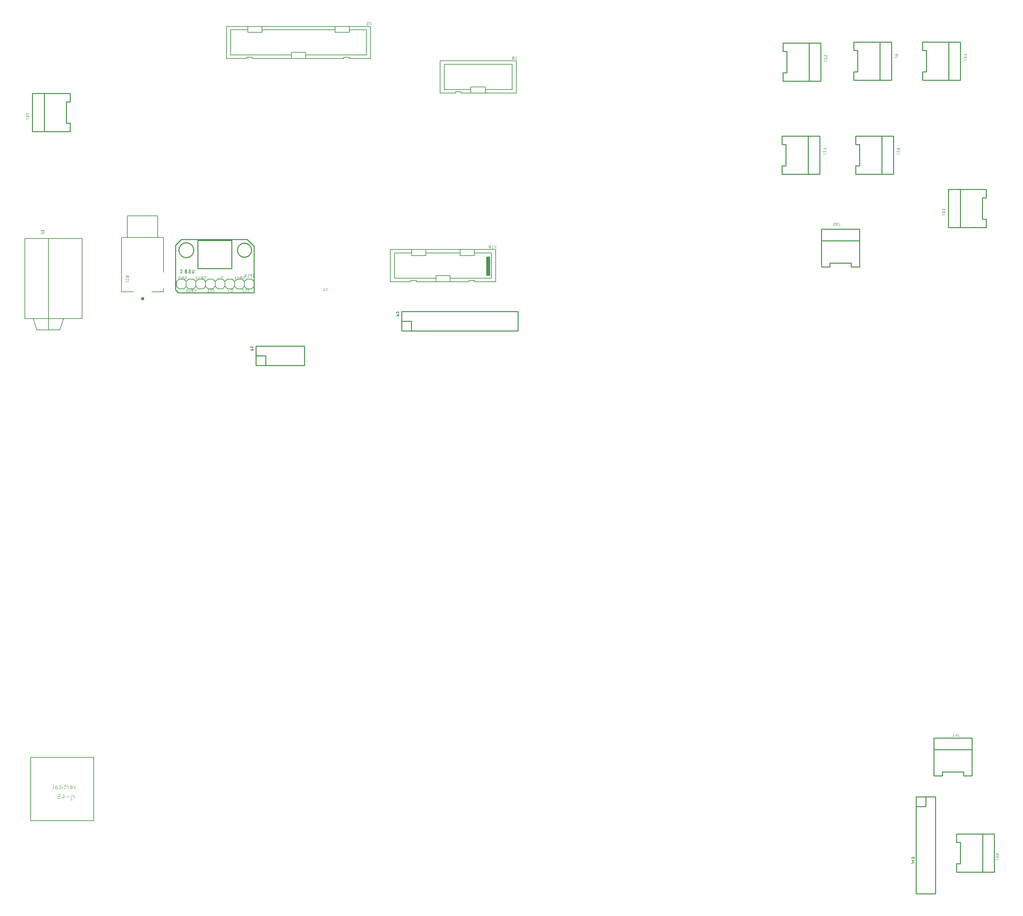
<source format=gbr>
G04 EAGLE Gerber RS-274X export*
G75*
%MOMM*%
%FSLAX34Y34*%
%LPD*%
%INSilkscreen Bottom*%
%IPPOS*%
%AMOC8*
5,1,8,0,0,1.08239X$1,22.5*%
G01*
%ADD10C,0.101600*%
%ADD11C,0.152400*%
%ADD12C,0.254000*%
%ADD13C,0.127000*%
%ADD14C,0.203200*%
%ADD15C,0.076200*%
%ADD16C,0.400000*%


D10*
X577148Y1686052D02*
X574777Y1678940D01*
X572406Y1686052D01*
X569055Y1682891D02*
X567079Y1682891D01*
X567079Y1682892D02*
X566992Y1682890D01*
X566904Y1682884D01*
X566817Y1682875D01*
X566731Y1682861D01*
X566645Y1682844D01*
X566561Y1682823D01*
X566477Y1682798D01*
X566394Y1682769D01*
X566313Y1682737D01*
X566233Y1682702D01*
X566155Y1682663D01*
X566078Y1682620D01*
X566004Y1682574D01*
X565932Y1682525D01*
X565862Y1682473D01*
X565794Y1682417D01*
X565729Y1682359D01*
X565666Y1682298D01*
X565607Y1682234D01*
X565550Y1682167D01*
X565496Y1682099D01*
X565445Y1682027D01*
X565398Y1681954D01*
X565353Y1681879D01*
X565312Y1681801D01*
X565275Y1681722D01*
X565241Y1681642D01*
X565211Y1681560D01*
X565184Y1681477D01*
X565161Y1681392D01*
X565142Y1681307D01*
X565127Y1681221D01*
X565115Y1681134D01*
X565107Y1681047D01*
X565103Y1680960D01*
X565103Y1680872D01*
X565107Y1680785D01*
X565115Y1680698D01*
X565127Y1680611D01*
X565142Y1680525D01*
X565161Y1680440D01*
X565184Y1680355D01*
X565211Y1680272D01*
X565241Y1680190D01*
X565275Y1680110D01*
X565312Y1680031D01*
X565353Y1679953D01*
X565398Y1679878D01*
X565445Y1679805D01*
X565496Y1679733D01*
X565550Y1679665D01*
X565607Y1679598D01*
X565666Y1679534D01*
X565729Y1679473D01*
X565794Y1679415D01*
X565862Y1679359D01*
X565932Y1679307D01*
X566004Y1679258D01*
X566078Y1679212D01*
X566155Y1679169D01*
X566233Y1679130D01*
X566313Y1679095D01*
X566394Y1679063D01*
X566477Y1679034D01*
X566561Y1679009D01*
X566645Y1678988D01*
X566731Y1678971D01*
X566817Y1678957D01*
X566904Y1678948D01*
X566992Y1678942D01*
X567079Y1678940D01*
X569055Y1678940D01*
X569055Y1686052D01*
X567079Y1686052D01*
X567000Y1686050D01*
X566922Y1686044D01*
X566844Y1686034D01*
X566766Y1686021D01*
X566689Y1686003D01*
X566613Y1685982D01*
X566539Y1685957D01*
X566465Y1685928D01*
X566393Y1685896D01*
X566323Y1685860D01*
X566255Y1685820D01*
X566189Y1685777D01*
X566125Y1685731D01*
X566063Y1685682D01*
X566004Y1685630D01*
X565948Y1685575D01*
X565894Y1685517D01*
X565844Y1685457D01*
X565796Y1685394D01*
X565752Y1685329D01*
X565711Y1685262D01*
X565673Y1685193D01*
X565639Y1685122D01*
X565608Y1685049D01*
X565581Y1684975D01*
X565558Y1684900D01*
X565539Y1684824D01*
X565523Y1684746D01*
X565511Y1684668D01*
X565503Y1684590D01*
X565499Y1684511D01*
X565499Y1684433D01*
X565503Y1684354D01*
X565511Y1684276D01*
X565523Y1684198D01*
X565539Y1684120D01*
X565558Y1684044D01*
X565581Y1683969D01*
X565608Y1683895D01*
X565639Y1683822D01*
X565673Y1683751D01*
X565711Y1683682D01*
X565752Y1683615D01*
X565796Y1683550D01*
X565844Y1683487D01*
X565894Y1683427D01*
X565948Y1683369D01*
X566004Y1683314D01*
X566063Y1683262D01*
X566125Y1683213D01*
X566189Y1683167D01*
X566255Y1683124D01*
X566323Y1683084D01*
X566393Y1683048D01*
X566465Y1683016D01*
X566539Y1682987D01*
X566613Y1682962D01*
X566689Y1682941D01*
X566766Y1682923D01*
X566844Y1682910D01*
X566922Y1682900D01*
X567000Y1682894D01*
X567079Y1682892D01*
X561878Y1680916D02*
X561878Y1686052D01*
X561879Y1680916D02*
X561877Y1680829D01*
X561871Y1680741D01*
X561862Y1680654D01*
X561848Y1680568D01*
X561831Y1680482D01*
X561810Y1680398D01*
X561785Y1680314D01*
X561756Y1680231D01*
X561724Y1680150D01*
X561689Y1680070D01*
X561650Y1679992D01*
X561607Y1679915D01*
X561561Y1679841D01*
X561512Y1679769D01*
X561460Y1679699D01*
X561404Y1679631D01*
X561346Y1679566D01*
X561285Y1679503D01*
X561221Y1679444D01*
X561154Y1679387D01*
X561086Y1679333D01*
X561014Y1679282D01*
X560941Y1679235D01*
X560866Y1679190D01*
X560788Y1679149D01*
X560709Y1679112D01*
X560629Y1679078D01*
X560547Y1679048D01*
X560464Y1679021D01*
X560379Y1678998D01*
X560294Y1678979D01*
X560208Y1678964D01*
X560121Y1678952D01*
X560034Y1678944D01*
X559947Y1678940D01*
X559859Y1678940D01*
X559772Y1678944D01*
X559685Y1678952D01*
X559598Y1678964D01*
X559512Y1678979D01*
X559427Y1678998D01*
X559342Y1679021D01*
X559259Y1679048D01*
X559177Y1679078D01*
X559097Y1679112D01*
X559018Y1679149D01*
X558940Y1679190D01*
X558865Y1679235D01*
X558792Y1679282D01*
X558720Y1679333D01*
X558652Y1679387D01*
X558585Y1679444D01*
X558521Y1679503D01*
X558460Y1679566D01*
X558402Y1679631D01*
X558346Y1679699D01*
X558294Y1679769D01*
X558245Y1679841D01*
X558199Y1679915D01*
X558156Y1679992D01*
X558117Y1680070D01*
X558082Y1680150D01*
X558050Y1680231D01*
X558021Y1680314D01*
X557996Y1680398D01*
X557975Y1680482D01*
X557958Y1680568D01*
X557944Y1680654D01*
X557935Y1680741D01*
X557929Y1680829D01*
X557927Y1680916D01*
X557927Y1686052D01*
X552193Y1678940D02*
X552115Y1678942D01*
X552038Y1678948D01*
X551961Y1678957D01*
X551885Y1678970D01*
X551809Y1678987D01*
X551734Y1679008D01*
X551661Y1679032D01*
X551588Y1679060D01*
X551517Y1679092D01*
X551448Y1679127D01*
X551381Y1679165D01*
X551315Y1679206D01*
X551252Y1679251D01*
X551191Y1679299D01*
X551132Y1679349D01*
X551076Y1679403D01*
X551022Y1679459D01*
X550972Y1679518D01*
X550924Y1679579D01*
X550879Y1679642D01*
X550838Y1679708D01*
X550800Y1679775D01*
X550765Y1679844D01*
X550733Y1679915D01*
X550705Y1679988D01*
X550681Y1680061D01*
X550660Y1680136D01*
X550643Y1680212D01*
X550630Y1680288D01*
X550621Y1680365D01*
X550615Y1680442D01*
X550613Y1680520D01*
X552193Y1678940D02*
X552308Y1678942D01*
X552422Y1678948D01*
X552536Y1678958D01*
X552650Y1678971D01*
X552763Y1678989D01*
X552876Y1679011D01*
X552988Y1679036D01*
X553099Y1679065D01*
X553208Y1679098D01*
X553317Y1679135D01*
X553424Y1679175D01*
X553530Y1679219D01*
X553634Y1679267D01*
X553737Y1679318D01*
X553837Y1679373D01*
X553936Y1679431D01*
X554033Y1679493D01*
X554127Y1679557D01*
X554220Y1679625D01*
X554310Y1679697D01*
X554397Y1679771D01*
X554482Y1679848D01*
X554564Y1679928D01*
X554365Y1684472D02*
X554363Y1684550D01*
X554357Y1684627D01*
X554348Y1684704D01*
X554335Y1684780D01*
X554318Y1684856D01*
X554297Y1684931D01*
X554273Y1685004D01*
X554245Y1685077D01*
X554213Y1685148D01*
X554178Y1685217D01*
X554140Y1685284D01*
X554099Y1685350D01*
X554054Y1685413D01*
X554006Y1685474D01*
X553956Y1685533D01*
X553902Y1685589D01*
X553846Y1685643D01*
X553787Y1685693D01*
X553726Y1685741D01*
X553663Y1685786D01*
X553597Y1685827D01*
X553530Y1685865D01*
X553461Y1685900D01*
X553390Y1685932D01*
X553317Y1685960D01*
X553244Y1685984D01*
X553169Y1686005D01*
X553093Y1686022D01*
X553017Y1686035D01*
X552940Y1686044D01*
X552863Y1686050D01*
X552785Y1686052D01*
X552679Y1686050D01*
X552573Y1686044D01*
X552468Y1686035D01*
X552363Y1686022D01*
X552258Y1686005D01*
X552154Y1685984D01*
X552051Y1685960D01*
X551949Y1685932D01*
X551848Y1685900D01*
X551748Y1685865D01*
X551650Y1685826D01*
X551552Y1685783D01*
X551457Y1685738D01*
X551363Y1685689D01*
X551271Y1685636D01*
X551181Y1685580D01*
X551093Y1685521D01*
X551007Y1685459D01*
X553576Y1683089D02*
X553643Y1683131D01*
X553708Y1683176D01*
X553771Y1683225D01*
X553832Y1683276D01*
X553889Y1683331D01*
X553944Y1683388D01*
X553997Y1683448D01*
X554046Y1683510D01*
X554092Y1683575D01*
X554134Y1683641D01*
X554174Y1683710D01*
X554210Y1683781D01*
X554242Y1683854D01*
X554271Y1683928D01*
X554296Y1684003D01*
X554317Y1684079D01*
X554335Y1684157D01*
X554348Y1684235D01*
X554358Y1684314D01*
X554364Y1684393D01*
X554366Y1684472D01*
X551402Y1681903D02*
X551335Y1681861D01*
X551270Y1681816D01*
X551207Y1681767D01*
X551146Y1681716D01*
X551089Y1681661D01*
X551034Y1681604D01*
X550981Y1681544D01*
X550932Y1681482D01*
X550886Y1681417D01*
X550844Y1681351D01*
X550804Y1681282D01*
X550768Y1681211D01*
X550736Y1681138D01*
X550707Y1681064D01*
X550682Y1680989D01*
X550661Y1680913D01*
X550643Y1680835D01*
X550630Y1680757D01*
X550620Y1680678D01*
X550614Y1680599D01*
X550612Y1680520D01*
X551402Y1681903D02*
X553576Y1683089D01*
X646276Y1712468D02*
X646276Y1719580D01*
X644301Y1719580D01*
X644215Y1719578D01*
X644129Y1719572D01*
X644043Y1719563D01*
X643958Y1719550D01*
X643873Y1719533D01*
X643790Y1719513D01*
X643707Y1719489D01*
X643625Y1719461D01*
X643545Y1719430D01*
X643466Y1719395D01*
X643389Y1719357D01*
X643313Y1719315D01*
X643239Y1719271D01*
X643168Y1719223D01*
X643098Y1719172D01*
X643031Y1719118D01*
X642966Y1719061D01*
X642904Y1719001D01*
X642844Y1718939D01*
X642787Y1718874D01*
X642733Y1718807D01*
X642682Y1718737D01*
X642634Y1718666D01*
X642590Y1718592D01*
X642548Y1718516D01*
X642510Y1718439D01*
X642475Y1718360D01*
X642444Y1718280D01*
X642416Y1718198D01*
X642392Y1718115D01*
X642372Y1718032D01*
X642355Y1717947D01*
X642342Y1717862D01*
X642333Y1717776D01*
X642327Y1717690D01*
X642325Y1717604D01*
X642325Y1714444D01*
X642327Y1714358D01*
X642333Y1714272D01*
X642342Y1714186D01*
X642355Y1714101D01*
X642372Y1714016D01*
X642392Y1713933D01*
X642416Y1713850D01*
X642444Y1713768D01*
X642475Y1713688D01*
X642510Y1713609D01*
X642548Y1713532D01*
X642590Y1713456D01*
X642634Y1713382D01*
X642682Y1713311D01*
X642733Y1713241D01*
X642787Y1713174D01*
X642844Y1713109D01*
X642904Y1713047D01*
X642966Y1712987D01*
X643031Y1712930D01*
X643098Y1712876D01*
X643168Y1712825D01*
X643239Y1712777D01*
X643313Y1712733D01*
X643389Y1712691D01*
X643466Y1712653D01*
X643545Y1712618D01*
X643625Y1712587D01*
X643707Y1712559D01*
X643790Y1712535D01*
X643873Y1712515D01*
X643958Y1712498D01*
X644043Y1712485D01*
X644129Y1712476D01*
X644215Y1712470D01*
X644301Y1712468D01*
X646276Y1712468D01*
X638625Y1715234D02*
X633884Y1715234D01*
X671676Y1686052D02*
X671676Y1678940D01*
X671676Y1686052D02*
X669701Y1686052D01*
X669615Y1686050D01*
X669529Y1686044D01*
X669443Y1686035D01*
X669358Y1686022D01*
X669273Y1686005D01*
X669190Y1685985D01*
X669107Y1685961D01*
X669025Y1685933D01*
X668945Y1685902D01*
X668866Y1685867D01*
X668789Y1685829D01*
X668713Y1685787D01*
X668639Y1685743D01*
X668568Y1685695D01*
X668498Y1685644D01*
X668431Y1685590D01*
X668366Y1685533D01*
X668304Y1685473D01*
X668244Y1685411D01*
X668187Y1685346D01*
X668133Y1685279D01*
X668082Y1685209D01*
X668034Y1685138D01*
X667990Y1685064D01*
X667948Y1684988D01*
X667910Y1684911D01*
X667875Y1684832D01*
X667844Y1684752D01*
X667816Y1684670D01*
X667792Y1684587D01*
X667772Y1684504D01*
X667755Y1684419D01*
X667742Y1684334D01*
X667733Y1684248D01*
X667727Y1684162D01*
X667725Y1684076D01*
X667725Y1680916D01*
X667727Y1680830D01*
X667733Y1680744D01*
X667742Y1680658D01*
X667755Y1680573D01*
X667772Y1680488D01*
X667792Y1680405D01*
X667816Y1680322D01*
X667844Y1680240D01*
X667875Y1680160D01*
X667910Y1680081D01*
X667948Y1680004D01*
X667990Y1679928D01*
X668034Y1679854D01*
X668082Y1679783D01*
X668133Y1679713D01*
X668187Y1679646D01*
X668244Y1679581D01*
X668304Y1679519D01*
X668366Y1679459D01*
X668431Y1679402D01*
X668498Y1679348D01*
X668568Y1679297D01*
X668639Y1679249D01*
X668713Y1679205D01*
X668789Y1679163D01*
X668866Y1679125D01*
X668945Y1679090D01*
X669025Y1679059D01*
X669107Y1679031D01*
X669190Y1679007D01*
X669273Y1678987D01*
X669358Y1678970D01*
X669443Y1678957D01*
X669529Y1678948D01*
X669615Y1678942D01*
X669701Y1678940D01*
X671676Y1678940D01*
X664025Y1681706D02*
X659284Y1681706D01*
X661654Y1684076D02*
X661654Y1679335D01*
X599980Y1712468D02*
X599902Y1712470D01*
X599825Y1712476D01*
X599748Y1712485D01*
X599672Y1712498D01*
X599596Y1712515D01*
X599521Y1712536D01*
X599448Y1712560D01*
X599375Y1712588D01*
X599304Y1712620D01*
X599235Y1712655D01*
X599168Y1712693D01*
X599102Y1712734D01*
X599039Y1712779D01*
X598978Y1712827D01*
X598919Y1712877D01*
X598863Y1712931D01*
X598809Y1712987D01*
X598759Y1713046D01*
X598711Y1713107D01*
X598666Y1713170D01*
X598625Y1713236D01*
X598587Y1713303D01*
X598552Y1713372D01*
X598520Y1713443D01*
X598492Y1713516D01*
X598468Y1713589D01*
X598447Y1713664D01*
X598430Y1713740D01*
X598417Y1713816D01*
X598408Y1713893D01*
X598402Y1713970D01*
X598400Y1714048D01*
X599980Y1712468D02*
X600095Y1712470D01*
X600209Y1712476D01*
X600323Y1712486D01*
X600437Y1712499D01*
X600550Y1712517D01*
X600663Y1712539D01*
X600775Y1712564D01*
X600886Y1712593D01*
X600995Y1712626D01*
X601104Y1712663D01*
X601211Y1712703D01*
X601317Y1712747D01*
X601421Y1712795D01*
X601524Y1712846D01*
X601624Y1712901D01*
X601723Y1712959D01*
X601820Y1713021D01*
X601914Y1713085D01*
X602007Y1713153D01*
X602097Y1713225D01*
X602184Y1713299D01*
X602269Y1713376D01*
X602351Y1713456D01*
X602152Y1718000D02*
X602150Y1718078D01*
X602144Y1718155D01*
X602135Y1718232D01*
X602122Y1718308D01*
X602105Y1718384D01*
X602084Y1718459D01*
X602060Y1718532D01*
X602032Y1718605D01*
X602000Y1718676D01*
X601965Y1718745D01*
X601927Y1718812D01*
X601886Y1718878D01*
X601841Y1718941D01*
X601793Y1719002D01*
X601743Y1719061D01*
X601689Y1719117D01*
X601633Y1719171D01*
X601574Y1719221D01*
X601513Y1719269D01*
X601450Y1719314D01*
X601384Y1719355D01*
X601317Y1719393D01*
X601248Y1719428D01*
X601177Y1719460D01*
X601104Y1719488D01*
X601031Y1719512D01*
X600956Y1719533D01*
X600880Y1719550D01*
X600804Y1719563D01*
X600727Y1719572D01*
X600650Y1719578D01*
X600572Y1719580D01*
X600466Y1719578D01*
X600360Y1719572D01*
X600255Y1719563D01*
X600150Y1719550D01*
X600045Y1719533D01*
X599941Y1719512D01*
X599838Y1719488D01*
X599736Y1719460D01*
X599635Y1719428D01*
X599535Y1719393D01*
X599437Y1719354D01*
X599339Y1719311D01*
X599244Y1719266D01*
X599150Y1719217D01*
X599058Y1719164D01*
X598968Y1719108D01*
X598880Y1719049D01*
X598794Y1718987D01*
X601363Y1716617D02*
X601430Y1716659D01*
X601495Y1716704D01*
X601558Y1716753D01*
X601619Y1716804D01*
X601676Y1716859D01*
X601731Y1716916D01*
X601784Y1716976D01*
X601833Y1717038D01*
X601879Y1717103D01*
X601921Y1717169D01*
X601961Y1717238D01*
X601997Y1717309D01*
X602029Y1717382D01*
X602058Y1717456D01*
X602083Y1717531D01*
X602104Y1717607D01*
X602122Y1717685D01*
X602135Y1717763D01*
X602145Y1717842D01*
X602151Y1717921D01*
X602153Y1718000D01*
X599189Y1715431D02*
X599122Y1715389D01*
X599057Y1715344D01*
X598994Y1715295D01*
X598933Y1715244D01*
X598876Y1715189D01*
X598821Y1715132D01*
X598768Y1715072D01*
X598719Y1715010D01*
X598673Y1714945D01*
X598631Y1714879D01*
X598591Y1714810D01*
X598555Y1714739D01*
X598523Y1714666D01*
X598494Y1714592D01*
X598469Y1714517D01*
X598448Y1714441D01*
X598430Y1714363D01*
X598417Y1714285D01*
X598407Y1714206D01*
X598401Y1714127D01*
X598399Y1714048D01*
X599189Y1715431D02*
X601363Y1716617D01*
X594896Y1716419D02*
X592921Y1716419D01*
X592921Y1716420D02*
X592834Y1716418D01*
X592746Y1716412D01*
X592659Y1716403D01*
X592573Y1716389D01*
X592487Y1716372D01*
X592403Y1716351D01*
X592319Y1716326D01*
X592236Y1716297D01*
X592155Y1716265D01*
X592075Y1716230D01*
X591997Y1716191D01*
X591920Y1716148D01*
X591846Y1716102D01*
X591774Y1716053D01*
X591704Y1716001D01*
X591636Y1715945D01*
X591571Y1715887D01*
X591508Y1715826D01*
X591449Y1715762D01*
X591392Y1715695D01*
X591338Y1715627D01*
X591287Y1715555D01*
X591240Y1715482D01*
X591195Y1715407D01*
X591154Y1715329D01*
X591117Y1715250D01*
X591083Y1715170D01*
X591053Y1715088D01*
X591026Y1715005D01*
X591003Y1714920D01*
X590984Y1714835D01*
X590969Y1714749D01*
X590957Y1714662D01*
X590949Y1714575D01*
X590945Y1714488D01*
X590945Y1714400D01*
X590949Y1714313D01*
X590957Y1714226D01*
X590969Y1714139D01*
X590984Y1714053D01*
X591003Y1713968D01*
X591026Y1713883D01*
X591053Y1713800D01*
X591083Y1713718D01*
X591117Y1713638D01*
X591154Y1713559D01*
X591195Y1713481D01*
X591240Y1713406D01*
X591287Y1713333D01*
X591338Y1713261D01*
X591392Y1713193D01*
X591449Y1713126D01*
X591508Y1713062D01*
X591571Y1713001D01*
X591636Y1712943D01*
X591704Y1712887D01*
X591774Y1712835D01*
X591846Y1712786D01*
X591920Y1712740D01*
X591997Y1712697D01*
X592075Y1712658D01*
X592155Y1712623D01*
X592236Y1712591D01*
X592319Y1712562D01*
X592403Y1712537D01*
X592487Y1712516D01*
X592573Y1712499D01*
X592659Y1712485D01*
X592746Y1712476D01*
X592834Y1712470D01*
X592921Y1712468D01*
X594896Y1712468D01*
X594896Y1719580D01*
X592921Y1719580D01*
X592842Y1719578D01*
X592764Y1719572D01*
X592686Y1719562D01*
X592608Y1719549D01*
X592531Y1719531D01*
X592455Y1719510D01*
X592381Y1719485D01*
X592307Y1719456D01*
X592235Y1719424D01*
X592165Y1719388D01*
X592097Y1719348D01*
X592031Y1719305D01*
X591967Y1719259D01*
X591905Y1719210D01*
X591846Y1719158D01*
X591790Y1719103D01*
X591736Y1719045D01*
X591686Y1718985D01*
X591638Y1718922D01*
X591594Y1718857D01*
X591553Y1718790D01*
X591515Y1718721D01*
X591481Y1718650D01*
X591450Y1718577D01*
X591423Y1718503D01*
X591400Y1718428D01*
X591381Y1718352D01*
X591365Y1718274D01*
X591353Y1718196D01*
X591345Y1718118D01*
X591341Y1718039D01*
X591341Y1717961D01*
X591345Y1717882D01*
X591353Y1717804D01*
X591365Y1717726D01*
X591381Y1717648D01*
X591400Y1717572D01*
X591423Y1717497D01*
X591450Y1717423D01*
X591481Y1717350D01*
X591515Y1717279D01*
X591553Y1717210D01*
X591594Y1717143D01*
X591638Y1717078D01*
X591686Y1717015D01*
X591736Y1716955D01*
X591790Y1716897D01*
X591846Y1716842D01*
X591905Y1716790D01*
X591967Y1716741D01*
X592031Y1716695D01*
X592097Y1716652D01*
X592165Y1716612D01*
X592235Y1716576D01*
X592307Y1716544D01*
X592381Y1716515D01*
X592455Y1716490D01*
X592531Y1716469D01*
X592608Y1716451D01*
X592686Y1716438D01*
X592764Y1716428D01*
X592842Y1716422D01*
X592921Y1716420D01*
X587720Y1714444D02*
X587720Y1719580D01*
X587720Y1714444D02*
X587718Y1714357D01*
X587712Y1714269D01*
X587703Y1714182D01*
X587689Y1714096D01*
X587672Y1714010D01*
X587651Y1713926D01*
X587626Y1713842D01*
X587597Y1713759D01*
X587565Y1713678D01*
X587530Y1713598D01*
X587491Y1713520D01*
X587448Y1713443D01*
X587402Y1713369D01*
X587353Y1713297D01*
X587301Y1713227D01*
X587245Y1713159D01*
X587187Y1713094D01*
X587126Y1713031D01*
X587062Y1712972D01*
X586995Y1712915D01*
X586927Y1712861D01*
X586855Y1712810D01*
X586782Y1712763D01*
X586707Y1712718D01*
X586629Y1712677D01*
X586550Y1712640D01*
X586470Y1712606D01*
X586388Y1712576D01*
X586305Y1712549D01*
X586220Y1712526D01*
X586135Y1712507D01*
X586049Y1712492D01*
X585962Y1712480D01*
X585875Y1712472D01*
X585788Y1712468D01*
X585700Y1712468D01*
X585613Y1712472D01*
X585526Y1712480D01*
X585439Y1712492D01*
X585353Y1712507D01*
X585268Y1712526D01*
X585183Y1712549D01*
X585100Y1712576D01*
X585018Y1712606D01*
X584938Y1712640D01*
X584859Y1712677D01*
X584781Y1712718D01*
X584706Y1712763D01*
X584633Y1712810D01*
X584561Y1712861D01*
X584493Y1712915D01*
X584426Y1712972D01*
X584362Y1713031D01*
X584301Y1713094D01*
X584243Y1713159D01*
X584187Y1713227D01*
X584135Y1713297D01*
X584086Y1713369D01*
X584040Y1713443D01*
X583997Y1713520D01*
X583958Y1713598D01*
X583923Y1713678D01*
X583891Y1713759D01*
X583862Y1713842D01*
X583837Y1713926D01*
X583816Y1714010D01*
X583799Y1714096D01*
X583785Y1714182D01*
X583776Y1714269D01*
X583770Y1714357D01*
X583768Y1714444D01*
X583769Y1714444D02*
X583769Y1719580D01*
X577988Y1719580D02*
X577906Y1719578D01*
X577824Y1719572D01*
X577742Y1719563D01*
X577661Y1719550D01*
X577581Y1719533D01*
X577501Y1719512D01*
X577423Y1719488D01*
X577346Y1719460D01*
X577270Y1719429D01*
X577195Y1719394D01*
X577123Y1719355D01*
X577052Y1719314D01*
X576983Y1719269D01*
X576917Y1719221D01*
X576852Y1719170D01*
X576790Y1719116D01*
X576731Y1719059D01*
X576674Y1719000D01*
X576620Y1718938D01*
X576569Y1718873D01*
X576521Y1718807D01*
X576476Y1718738D01*
X576435Y1718667D01*
X576396Y1718595D01*
X576361Y1718520D01*
X576330Y1718444D01*
X576302Y1718367D01*
X576278Y1718289D01*
X576257Y1718209D01*
X576240Y1718129D01*
X576227Y1718048D01*
X576218Y1717966D01*
X576212Y1717884D01*
X576210Y1717802D01*
X577988Y1719580D02*
X578081Y1719578D01*
X578173Y1719572D01*
X578265Y1719563D01*
X578357Y1719550D01*
X578448Y1719533D01*
X578538Y1719513D01*
X578628Y1719489D01*
X578716Y1719461D01*
X578804Y1719429D01*
X578889Y1719395D01*
X578974Y1719356D01*
X579056Y1719315D01*
X579137Y1719270D01*
X579217Y1719221D01*
X579294Y1719170D01*
X579369Y1719116D01*
X579441Y1719058D01*
X579512Y1718998D01*
X579579Y1718934D01*
X579644Y1718869D01*
X579707Y1718800D01*
X579766Y1718729D01*
X579823Y1718656D01*
X579877Y1718580D01*
X579927Y1718503D01*
X579975Y1718423D01*
X580019Y1718341D01*
X580059Y1718258D01*
X580097Y1718173D01*
X580131Y1718087D01*
X580161Y1718000D01*
X576803Y1716419D02*
X576742Y1716480D01*
X576684Y1716543D01*
X576629Y1716609D01*
X576576Y1716677D01*
X576527Y1716748D01*
X576482Y1716820D01*
X576439Y1716895D01*
X576400Y1716971D01*
X576364Y1717050D01*
X576332Y1717129D01*
X576304Y1717210D01*
X576279Y1717293D01*
X576258Y1717376D01*
X576241Y1717460D01*
X576227Y1717545D01*
X576218Y1717630D01*
X576212Y1717716D01*
X576210Y1717802D01*
X576802Y1716419D02*
X580161Y1712468D01*
X576210Y1712468D01*
X619604Y1678940D02*
X621185Y1678940D01*
X621263Y1678942D01*
X621340Y1678948D01*
X621417Y1678957D01*
X621493Y1678970D01*
X621569Y1678987D01*
X621644Y1679008D01*
X621717Y1679032D01*
X621790Y1679060D01*
X621861Y1679092D01*
X621930Y1679127D01*
X621997Y1679165D01*
X622063Y1679206D01*
X622126Y1679251D01*
X622187Y1679299D01*
X622246Y1679349D01*
X622302Y1679403D01*
X622356Y1679459D01*
X622406Y1679518D01*
X622454Y1679579D01*
X622499Y1679642D01*
X622540Y1679708D01*
X622578Y1679775D01*
X622613Y1679844D01*
X622645Y1679915D01*
X622673Y1679988D01*
X622697Y1680061D01*
X622718Y1680136D01*
X622735Y1680212D01*
X622748Y1680288D01*
X622757Y1680365D01*
X622763Y1680442D01*
X622765Y1680520D01*
X622765Y1684472D01*
X622763Y1684550D01*
X622757Y1684627D01*
X622748Y1684704D01*
X622735Y1684780D01*
X622718Y1684856D01*
X622697Y1684931D01*
X622673Y1685004D01*
X622645Y1685077D01*
X622613Y1685148D01*
X622578Y1685217D01*
X622540Y1685284D01*
X622499Y1685350D01*
X622454Y1685413D01*
X622406Y1685474D01*
X622356Y1685533D01*
X622302Y1685589D01*
X622246Y1685643D01*
X622187Y1685693D01*
X622126Y1685741D01*
X622063Y1685786D01*
X621997Y1685827D01*
X621930Y1685865D01*
X621861Y1685900D01*
X621790Y1685932D01*
X621717Y1685960D01*
X621644Y1685984D01*
X621569Y1686005D01*
X621493Y1686022D01*
X621417Y1686035D01*
X621340Y1686044D01*
X621263Y1686050D01*
X621185Y1686052D01*
X619604Y1686052D01*
X615089Y1678940D02*
X613508Y1678940D01*
X615089Y1678940D02*
X615167Y1678942D01*
X615244Y1678948D01*
X615321Y1678957D01*
X615397Y1678970D01*
X615473Y1678987D01*
X615548Y1679008D01*
X615621Y1679032D01*
X615694Y1679060D01*
X615765Y1679092D01*
X615834Y1679127D01*
X615901Y1679165D01*
X615967Y1679206D01*
X616030Y1679251D01*
X616091Y1679299D01*
X616150Y1679349D01*
X616206Y1679403D01*
X616260Y1679459D01*
X616310Y1679518D01*
X616358Y1679579D01*
X616403Y1679642D01*
X616444Y1679708D01*
X616482Y1679775D01*
X616517Y1679844D01*
X616549Y1679915D01*
X616577Y1679988D01*
X616601Y1680061D01*
X616622Y1680136D01*
X616639Y1680212D01*
X616652Y1680288D01*
X616661Y1680365D01*
X616667Y1680442D01*
X616669Y1680520D01*
X616669Y1684472D01*
X616667Y1684550D01*
X616661Y1684627D01*
X616652Y1684704D01*
X616639Y1684780D01*
X616622Y1684856D01*
X616601Y1684931D01*
X616577Y1685004D01*
X616549Y1685077D01*
X616517Y1685148D01*
X616482Y1685217D01*
X616444Y1685284D01*
X616403Y1685350D01*
X616358Y1685413D01*
X616310Y1685474D01*
X616260Y1685533D01*
X616206Y1685589D01*
X616150Y1685643D01*
X616091Y1685693D01*
X616030Y1685741D01*
X615967Y1685786D01*
X615901Y1685827D01*
X615834Y1685865D01*
X615765Y1685900D01*
X615694Y1685932D01*
X615621Y1685960D01*
X615548Y1685984D01*
X615473Y1686005D01*
X615397Y1686022D01*
X615321Y1686035D01*
X615244Y1686044D01*
X615167Y1686050D01*
X615089Y1686052D01*
X613508Y1686052D01*
X610546Y1684472D02*
X608570Y1686052D01*
X608570Y1678940D01*
X606595Y1678940D02*
X610546Y1678940D01*
X548033Y1716419D02*
X546847Y1716419D01*
X546847Y1712468D01*
X549218Y1712468D01*
X549296Y1712470D01*
X549373Y1712476D01*
X549450Y1712485D01*
X549526Y1712498D01*
X549602Y1712515D01*
X549677Y1712536D01*
X549750Y1712560D01*
X549823Y1712588D01*
X549894Y1712620D01*
X549963Y1712655D01*
X550030Y1712693D01*
X550096Y1712734D01*
X550159Y1712779D01*
X550220Y1712827D01*
X550279Y1712877D01*
X550335Y1712931D01*
X550389Y1712987D01*
X550439Y1713046D01*
X550487Y1713107D01*
X550532Y1713170D01*
X550573Y1713236D01*
X550611Y1713303D01*
X550646Y1713372D01*
X550678Y1713443D01*
X550706Y1713516D01*
X550730Y1713589D01*
X550751Y1713664D01*
X550768Y1713740D01*
X550781Y1713816D01*
X550790Y1713893D01*
X550796Y1713970D01*
X550798Y1714048D01*
X550798Y1718000D01*
X550796Y1718078D01*
X550790Y1718155D01*
X550781Y1718232D01*
X550768Y1718308D01*
X550751Y1718384D01*
X550730Y1718459D01*
X550706Y1718532D01*
X550678Y1718605D01*
X550646Y1718676D01*
X550611Y1718745D01*
X550573Y1718812D01*
X550532Y1718878D01*
X550487Y1718941D01*
X550439Y1719002D01*
X550389Y1719061D01*
X550335Y1719117D01*
X550279Y1719171D01*
X550220Y1719221D01*
X550159Y1719269D01*
X550096Y1719314D01*
X550030Y1719355D01*
X549963Y1719393D01*
X549894Y1719428D01*
X549823Y1719460D01*
X549750Y1719488D01*
X549677Y1719512D01*
X549602Y1719533D01*
X549526Y1719550D01*
X549450Y1719563D01*
X549373Y1719572D01*
X549296Y1719578D01*
X549218Y1719580D01*
X546847Y1719580D01*
X542996Y1719580D02*
X542996Y1712468D01*
X539044Y1712468D02*
X542996Y1719580D01*
X539044Y1719580D02*
X539044Y1712468D01*
X535193Y1712468D02*
X535193Y1719580D01*
X533217Y1719580D01*
X533131Y1719578D01*
X533045Y1719572D01*
X532959Y1719563D01*
X532874Y1719550D01*
X532789Y1719533D01*
X532706Y1719513D01*
X532623Y1719489D01*
X532541Y1719461D01*
X532461Y1719430D01*
X532382Y1719395D01*
X532305Y1719357D01*
X532229Y1719315D01*
X532155Y1719271D01*
X532084Y1719223D01*
X532014Y1719172D01*
X531947Y1719118D01*
X531882Y1719061D01*
X531820Y1719001D01*
X531760Y1718939D01*
X531703Y1718874D01*
X531649Y1718807D01*
X531598Y1718737D01*
X531550Y1718666D01*
X531506Y1718592D01*
X531464Y1718516D01*
X531426Y1718439D01*
X531391Y1718360D01*
X531360Y1718280D01*
X531332Y1718198D01*
X531308Y1718115D01*
X531288Y1718032D01*
X531271Y1717947D01*
X531258Y1717862D01*
X531249Y1717776D01*
X531243Y1717690D01*
X531241Y1717604D01*
X531242Y1717604D02*
X531242Y1714444D01*
X531241Y1714444D02*
X531243Y1714358D01*
X531249Y1714272D01*
X531258Y1714186D01*
X531271Y1714101D01*
X531288Y1714016D01*
X531308Y1713933D01*
X531332Y1713850D01*
X531360Y1713768D01*
X531391Y1713688D01*
X531426Y1713609D01*
X531464Y1713532D01*
X531506Y1713456D01*
X531550Y1713382D01*
X531598Y1713311D01*
X531649Y1713241D01*
X531703Y1713174D01*
X531760Y1713109D01*
X531820Y1713047D01*
X531882Y1712987D01*
X531947Y1712930D01*
X532014Y1712876D01*
X532084Y1712825D01*
X532155Y1712777D01*
X532229Y1712733D01*
X532305Y1712691D01*
X532382Y1712653D01*
X532461Y1712618D01*
X532541Y1712587D01*
X532623Y1712559D01*
X532706Y1712535D01*
X532789Y1712515D01*
X532874Y1712498D01*
X532959Y1712485D01*
X533045Y1712476D01*
X533131Y1712470D01*
X533217Y1712468D01*
X535193Y1712468D01*
D11*
X571622Y1730361D02*
X571622Y1736598D01*
X571622Y1730361D02*
X571620Y1730264D01*
X571614Y1730168D01*
X571605Y1730072D01*
X571591Y1729976D01*
X571574Y1729881D01*
X571552Y1729787D01*
X571527Y1729694D01*
X571499Y1729601D01*
X571466Y1729510D01*
X571430Y1729421D01*
X571390Y1729333D01*
X571347Y1729246D01*
X571301Y1729162D01*
X571251Y1729079D01*
X571197Y1728998D01*
X571141Y1728920D01*
X571081Y1728844D01*
X571019Y1728770D01*
X570953Y1728699D01*
X570885Y1728631D01*
X570814Y1728565D01*
X570740Y1728503D01*
X570664Y1728443D01*
X570586Y1728387D01*
X570505Y1728333D01*
X570423Y1728283D01*
X570338Y1728237D01*
X570251Y1728194D01*
X570163Y1728154D01*
X570074Y1728118D01*
X569983Y1728085D01*
X569890Y1728057D01*
X569797Y1728032D01*
X569703Y1728010D01*
X569608Y1727993D01*
X569512Y1727979D01*
X569416Y1727970D01*
X569320Y1727964D01*
X569223Y1727962D01*
X569126Y1727964D01*
X569030Y1727970D01*
X568934Y1727979D01*
X568838Y1727993D01*
X568743Y1728010D01*
X568649Y1728032D01*
X568556Y1728057D01*
X568463Y1728085D01*
X568372Y1728118D01*
X568283Y1728154D01*
X568195Y1728194D01*
X568108Y1728237D01*
X568024Y1728283D01*
X567941Y1728333D01*
X567860Y1728387D01*
X567782Y1728443D01*
X567706Y1728503D01*
X567632Y1728565D01*
X567561Y1728631D01*
X567493Y1728699D01*
X567427Y1728770D01*
X567365Y1728844D01*
X567305Y1728920D01*
X567249Y1728998D01*
X567195Y1729079D01*
X567145Y1729162D01*
X567099Y1729246D01*
X567056Y1729333D01*
X567016Y1729421D01*
X566980Y1729510D01*
X566947Y1729601D01*
X566919Y1729694D01*
X566894Y1729787D01*
X566872Y1729881D01*
X566855Y1729976D01*
X566841Y1730072D01*
X566832Y1730168D01*
X566826Y1730264D01*
X566824Y1730361D01*
X566824Y1736598D01*
X559599Y1727962D02*
X559513Y1727964D01*
X559427Y1727970D01*
X559341Y1727979D01*
X559256Y1727993D01*
X559172Y1728010D01*
X559088Y1728031D01*
X559006Y1728056D01*
X558925Y1728084D01*
X558845Y1728116D01*
X558766Y1728152D01*
X558690Y1728191D01*
X558615Y1728234D01*
X558542Y1728279D01*
X558471Y1728328D01*
X558403Y1728381D01*
X558336Y1728436D01*
X558273Y1728494D01*
X558212Y1728555D01*
X558154Y1728618D01*
X558099Y1728685D01*
X558046Y1728753D01*
X557997Y1728824D01*
X557952Y1728897D01*
X557909Y1728972D01*
X557870Y1729048D01*
X557834Y1729127D01*
X557802Y1729207D01*
X557774Y1729288D01*
X557749Y1729370D01*
X557728Y1729454D01*
X557711Y1729538D01*
X557697Y1729623D01*
X557688Y1729709D01*
X557682Y1729795D01*
X557680Y1729881D01*
X559599Y1727962D02*
X559722Y1727964D01*
X559845Y1727969D01*
X559968Y1727979D01*
X560090Y1727992D01*
X560212Y1728009D01*
X560334Y1728029D01*
X560454Y1728053D01*
X560574Y1728081D01*
X560693Y1728112D01*
X560811Y1728148D01*
X560928Y1728186D01*
X561044Y1728228D01*
X561158Y1728274D01*
X561271Y1728323D01*
X561383Y1728375D01*
X561492Y1728431D01*
X561600Y1728490D01*
X561706Y1728553D01*
X561811Y1728618D01*
X561913Y1728687D01*
X562013Y1728759D01*
X562110Y1728834D01*
X562206Y1728911D01*
X562299Y1728992D01*
X562390Y1729075D01*
X562478Y1729161D01*
X562238Y1734679D02*
X562236Y1734765D01*
X562230Y1734851D01*
X562221Y1734937D01*
X562207Y1735022D01*
X562190Y1735106D01*
X562169Y1735190D01*
X562144Y1735272D01*
X562116Y1735353D01*
X562084Y1735433D01*
X562048Y1735512D01*
X562009Y1735588D01*
X561966Y1735663D01*
X561921Y1735736D01*
X561872Y1735807D01*
X561819Y1735875D01*
X561764Y1735942D01*
X561706Y1736005D01*
X561645Y1736066D01*
X561582Y1736124D01*
X561515Y1736179D01*
X561447Y1736232D01*
X561376Y1736281D01*
X561303Y1736326D01*
X561228Y1736369D01*
X561152Y1736408D01*
X561073Y1736444D01*
X560993Y1736476D01*
X560912Y1736504D01*
X560830Y1736529D01*
X560746Y1736550D01*
X560662Y1736567D01*
X560577Y1736581D01*
X560491Y1736590D01*
X560405Y1736596D01*
X560319Y1736598D01*
X560203Y1736596D01*
X560088Y1736591D01*
X559972Y1736581D01*
X559857Y1736568D01*
X559743Y1736552D01*
X559629Y1736531D01*
X559515Y1736507D01*
X559403Y1736479D01*
X559292Y1736448D01*
X559181Y1736413D01*
X559072Y1736375D01*
X558964Y1736333D01*
X558858Y1736288D01*
X558752Y1736239D01*
X558649Y1736187D01*
X558547Y1736132D01*
X558448Y1736073D01*
X558350Y1736011D01*
X558254Y1735946D01*
X558160Y1735878D01*
X561279Y1733000D02*
X561353Y1733046D01*
X561426Y1733096D01*
X561496Y1733149D01*
X561564Y1733205D01*
X561629Y1733264D01*
X561692Y1733326D01*
X561751Y1733391D01*
X561808Y1733458D01*
X561862Y1733528D01*
X561912Y1733600D01*
X561959Y1733674D01*
X562003Y1733750D01*
X562043Y1733829D01*
X562079Y1733909D01*
X562112Y1733990D01*
X562141Y1734073D01*
X562167Y1734158D01*
X562189Y1734243D01*
X562206Y1734329D01*
X562220Y1734416D01*
X562230Y1734503D01*
X562236Y1734591D01*
X562238Y1734679D01*
X558640Y1731560D02*
X558565Y1731514D01*
X558492Y1731464D01*
X558422Y1731411D01*
X558354Y1731355D01*
X558289Y1731296D01*
X558226Y1731234D01*
X558167Y1731169D01*
X558110Y1731102D01*
X558056Y1731032D01*
X558006Y1730960D01*
X557959Y1730886D01*
X557915Y1730810D01*
X557875Y1730731D01*
X557839Y1730651D01*
X557806Y1730570D01*
X557777Y1730487D01*
X557751Y1730402D01*
X557729Y1730317D01*
X557712Y1730231D01*
X557698Y1730144D01*
X557688Y1730057D01*
X557682Y1729969D01*
X557680Y1729881D01*
X558640Y1731560D02*
X561279Y1733000D01*
X553139Y1732760D02*
X550740Y1732760D01*
X550643Y1732758D01*
X550547Y1732752D01*
X550451Y1732743D01*
X550355Y1732729D01*
X550260Y1732712D01*
X550166Y1732690D01*
X550073Y1732665D01*
X549980Y1732637D01*
X549889Y1732604D01*
X549800Y1732568D01*
X549712Y1732528D01*
X549625Y1732485D01*
X549541Y1732439D01*
X549458Y1732389D01*
X549377Y1732335D01*
X549299Y1732279D01*
X549223Y1732219D01*
X549149Y1732157D01*
X549078Y1732091D01*
X549010Y1732023D01*
X548944Y1731952D01*
X548882Y1731878D01*
X548822Y1731802D01*
X548766Y1731724D01*
X548712Y1731643D01*
X548662Y1731561D01*
X548616Y1731476D01*
X548573Y1731389D01*
X548533Y1731301D01*
X548497Y1731212D01*
X548464Y1731121D01*
X548436Y1731028D01*
X548411Y1730935D01*
X548389Y1730841D01*
X548372Y1730746D01*
X548358Y1730650D01*
X548349Y1730554D01*
X548343Y1730458D01*
X548341Y1730361D01*
X548343Y1730264D01*
X548349Y1730168D01*
X548358Y1730072D01*
X548372Y1729976D01*
X548389Y1729881D01*
X548411Y1729787D01*
X548436Y1729694D01*
X548464Y1729601D01*
X548497Y1729510D01*
X548533Y1729421D01*
X548573Y1729333D01*
X548616Y1729246D01*
X548662Y1729162D01*
X548712Y1729079D01*
X548766Y1728998D01*
X548822Y1728920D01*
X548882Y1728844D01*
X548944Y1728770D01*
X549010Y1728699D01*
X549078Y1728631D01*
X549149Y1728565D01*
X549223Y1728503D01*
X549299Y1728443D01*
X549377Y1728387D01*
X549458Y1728333D01*
X549541Y1728283D01*
X549625Y1728237D01*
X549712Y1728194D01*
X549800Y1728154D01*
X549889Y1728118D01*
X549980Y1728085D01*
X550073Y1728057D01*
X550166Y1728032D01*
X550260Y1728010D01*
X550355Y1727993D01*
X550451Y1727979D01*
X550547Y1727970D01*
X550643Y1727964D01*
X550740Y1727962D01*
X553139Y1727962D01*
X553139Y1736598D01*
X550740Y1736598D01*
X550654Y1736596D01*
X550568Y1736590D01*
X550482Y1736581D01*
X550397Y1736567D01*
X550313Y1736550D01*
X550229Y1736529D01*
X550147Y1736504D01*
X550066Y1736476D01*
X549986Y1736444D01*
X549907Y1736408D01*
X549831Y1736369D01*
X549756Y1736326D01*
X549683Y1736281D01*
X549612Y1736232D01*
X549544Y1736179D01*
X549477Y1736124D01*
X549414Y1736066D01*
X549353Y1736005D01*
X549295Y1735942D01*
X549240Y1735875D01*
X549187Y1735807D01*
X549138Y1735736D01*
X549093Y1735663D01*
X549050Y1735588D01*
X549011Y1735512D01*
X548975Y1735433D01*
X548943Y1735353D01*
X548915Y1735272D01*
X548890Y1735190D01*
X548869Y1735106D01*
X548852Y1735022D01*
X548838Y1734937D01*
X548829Y1734851D01*
X548823Y1734765D01*
X548821Y1734679D01*
X548823Y1734593D01*
X548829Y1734507D01*
X548838Y1734421D01*
X548852Y1734336D01*
X548869Y1734252D01*
X548890Y1734168D01*
X548915Y1734086D01*
X548943Y1734005D01*
X548975Y1733925D01*
X549011Y1733846D01*
X549050Y1733770D01*
X549093Y1733695D01*
X549138Y1733622D01*
X549187Y1733551D01*
X549240Y1733483D01*
X549295Y1733416D01*
X549353Y1733353D01*
X549414Y1733292D01*
X549477Y1733234D01*
X549544Y1733179D01*
X549612Y1733126D01*
X549683Y1733077D01*
X549756Y1733032D01*
X549831Y1732989D01*
X549907Y1732950D01*
X549986Y1732914D01*
X550066Y1732882D01*
X550147Y1732854D01*
X550229Y1732829D01*
X550313Y1732808D01*
X550397Y1732791D01*
X550482Y1732777D01*
X550568Y1732768D01*
X550654Y1732762D01*
X550740Y1732760D01*
X537737Y1727962D02*
X535818Y1727962D01*
X537737Y1727962D02*
X537823Y1727964D01*
X537909Y1727970D01*
X537995Y1727979D01*
X538080Y1727993D01*
X538164Y1728010D01*
X538248Y1728031D01*
X538330Y1728056D01*
X538411Y1728084D01*
X538491Y1728116D01*
X538570Y1728152D01*
X538646Y1728191D01*
X538721Y1728234D01*
X538794Y1728279D01*
X538865Y1728329D01*
X538933Y1728381D01*
X539000Y1728436D01*
X539063Y1728494D01*
X539124Y1728555D01*
X539182Y1728618D01*
X539237Y1728685D01*
X539290Y1728753D01*
X539339Y1728824D01*
X539384Y1728897D01*
X539427Y1728972D01*
X539466Y1729048D01*
X539502Y1729127D01*
X539534Y1729207D01*
X539562Y1729288D01*
X539587Y1729371D01*
X539608Y1729454D01*
X539625Y1729538D01*
X539639Y1729623D01*
X539648Y1729709D01*
X539654Y1729795D01*
X539656Y1729881D01*
X539656Y1734679D01*
X539654Y1734765D01*
X539648Y1734851D01*
X539639Y1734937D01*
X539625Y1735022D01*
X539608Y1735106D01*
X539587Y1735190D01*
X539562Y1735272D01*
X539534Y1735353D01*
X539502Y1735433D01*
X539466Y1735512D01*
X539427Y1735588D01*
X539384Y1735663D01*
X539339Y1735736D01*
X539290Y1735807D01*
X539237Y1735875D01*
X539182Y1735942D01*
X539124Y1736005D01*
X539063Y1736066D01*
X539000Y1736124D01*
X538934Y1736179D01*
X538865Y1736231D01*
X538794Y1736281D01*
X538721Y1736326D01*
X538646Y1736369D01*
X538570Y1736408D01*
X538491Y1736444D01*
X538411Y1736476D01*
X538330Y1736504D01*
X538248Y1736529D01*
X538164Y1736550D01*
X538080Y1736567D01*
X537995Y1736581D01*
X537909Y1736590D01*
X537823Y1736596D01*
X537737Y1736598D01*
X535818Y1736598D01*
D10*
X700000Y1714048D02*
X700002Y1713970D01*
X700008Y1713893D01*
X700017Y1713816D01*
X700030Y1713740D01*
X700047Y1713664D01*
X700068Y1713589D01*
X700092Y1713516D01*
X700120Y1713443D01*
X700152Y1713372D01*
X700187Y1713303D01*
X700225Y1713236D01*
X700266Y1713170D01*
X700311Y1713107D01*
X700359Y1713046D01*
X700409Y1712987D01*
X700463Y1712931D01*
X700519Y1712877D01*
X700578Y1712827D01*
X700639Y1712779D01*
X700702Y1712734D01*
X700768Y1712693D01*
X700835Y1712655D01*
X700904Y1712620D01*
X700975Y1712588D01*
X701048Y1712560D01*
X701121Y1712536D01*
X701196Y1712515D01*
X701272Y1712498D01*
X701348Y1712485D01*
X701425Y1712476D01*
X701502Y1712470D01*
X701580Y1712468D01*
X701695Y1712470D01*
X701809Y1712476D01*
X701923Y1712486D01*
X702037Y1712499D01*
X702150Y1712517D01*
X702263Y1712539D01*
X702375Y1712564D01*
X702486Y1712593D01*
X702595Y1712626D01*
X702704Y1712663D01*
X702811Y1712703D01*
X702917Y1712747D01*
X703021Y1712795D01*
X703124Y1712846D01*
X703224Y1712901D01*
X703323Y1712959D01*
X703420Y1713021D01*
X703514Y1713085D01*
X703607Y1713153D01*
X703697Y1713225D01*
X703784Y1713299D01*
X703869Y1713376D01*
X703951Y1713456D01*
X703752Y1718000D02*
X703750Y1718078D01*
X703744Y1718155D01*
X703735Y1718232D01*
X703722Y1718308D01*
X703705Y1718384D01*
X703684Y1718459D01*
X703660Y1718532D01*
X703632Y1718605D01*
X703600Y1718676D01*
X703565Y1718745D01*
X703527Y1718812D01*
X703486Y1718878D01*
X703441Y1718941D01*
X703393Y1719002D01*
X703343Y1719061D01*
X703289Y1719117D01*
X703233Y1719171D01*
X703174Y1719221D01*
X703113Y1719269D01*
X703050Y1719314D01*
X702984Y1719355D01*
X702917Y1719393D01*
X702848Y1719428D01*
X702777Y1719460D01*
X702704Y1719488D01*
X702631Y1719512D01*
X702556Y1719533D01*
X702480Y1719550D01*
X702404Y1719563D01*
X702327Y1719572D01*
X702250Y1719578D01*
X702172Y1719580D01*
X702066Y1719578D01*
X701960Y1719572D01*
X701855Y1719563D01*
X701750Y1719550D01*
X701645Y1719533D01*
X701541Y1719512D01*
X701438Y1719488D01*
X701336Y1719460D01*
X701235Y1719428D01*
X701135Y1719393D01*
X701037Y1719354D01*
X700939Y1719311D01*
X700844Y1719266D01*
X700750Y1719217D01*
X700658Y1719164D01*
X700568Y1719108D01*
X700480Y1719049D01*
X700394Y1718987D01*
X702963Y1716617D02*
X703030Y1716659D01*
X703095Y1716704D01*
X703158Y1716753D01*
X703219Y1716804D01*
X703276Y1716859D01*
X703331Y1716916D01*
X703384Y1716976D01*
X703433Y1717038D01*
X703479Y1717103D01*
X703521Y1717169D01*
X703561Y1717238D01*
X703597Y1717309D01*
X703629Y1717382D01*
X703658Y1717456D01*
X703683Y1717531D01*
X703704Y1717607D01*
X703722Y1717685D01*
X703735Y1717763D01*
X703745Y1717842D01*
X703751Y1717921D01*
X703753Y1718000D01*
X700789Y1715431D02*
X700722Y1715389D01*
X700657Y1715344D01*
X700594Y1715295D01*
X700533Y1715244D01*
X700476Y1715189D01*
X700421Y1715132D01*
X700368Y1715072D01*
X700319Y1715010D01*
X700273Y1714945D01*
X700231Y1714879D01*
X700191Y1714810D01*
X700155Y1714739D01*
X700123Y1714666D01*
X700094Y1714592D01*
X700069Y1714517D01*
X700048Y1714441D01*
X700030Y1714363D01*
X700017Y1714285D01*
X700007Y1714206D01*
X700001Y1714127D01*
X699999Y1714048D01*
X700789Y1715431D02*
X702963Y1716617D01*
X696496Y1716419D02*
X694521Y1716419D01*
X694521Y1716420D02*
X694434Y1716418D01*
X694346Y1716412D01*
X694259Y1716403D01*
X694173Y1716389D01*
X694087Y1716372D01*
X694003Y1716351D01*
X693919Y1716326D01*
X693836Y1716297D01*
X693755Y1716265D01*
X693675Y1716230D01*
X693597Y1716191D01*
X693520Y1716148D01*
X693446Y1716102D01*
X693374Y1716053D01*
X693304Y1716001D01*
X693236Y1715945D01*
X693171Y1715887D01*
X693108Y1715826D01*
X693049Y1715762D01*
X692992Y1715695D01*
X692938Y1715627D01*
X692887Y1715555D01*
X692840Y1715482D01*
X692795Y1715407D01*
X692754Y1715329D01*
X692717Y1715250D01*
X692683Y1715170D01*
X692653Y1715088D01*
X692626Y1715005D01*
X692603Y1714920D01*
X692584Y1714835D01*
X692569Y1714749D01*
X692557Y1714662D01*
X692549Y1714575D01*
X692545Y1714488D01*
X692545Y1714400D01*
X692549Y1714313D01*
X692557Y1714226D01*
X692569Y1714139D01*
X692584Y1714053D01*
X692603Y1713968D01*
X692626Y1713883D01*
X692653Y1713800D01*
X692683Y1713718D01*
X692717Y1713638D01*
X692754Y1713559D01*
X692795Y1713481D01*
X692840Y1713406D01*
X692887Y1713333D01*
X692938Y1713261D01*
X692992Y1713193D01*
X693049Y1713126D01*
X693108Y1713062D01*
X693171Y1713001D01*
X693236Y1712943D01*
X693304Y1712887D01*
X693374Y1712835D01*
X693446Y1712786D01*
X693520Y1712740D01*
X693597Y1712697D01*
X693675Y1712658D01*
X693755Y1712623D01*
X693836Y1712591D01*
X693919Y1712562D01*
X694003Y1712537D01*
X694087Y1712516D01*
X694173Y1712499D01*
X694259Y1712485D01*
X694346Y1712476D01*
X694434Y1712470D01*
X694521Y1712468D01*
X696496Y1712468D01*
X696496Y1719580D01*
X694521Y1719580D01*
X694442Y1719578D01*
X694364Y1719572D01*
X694286Y1719562D01*
X694208Y1719549D01*
X694131Y1719531D01*
X694055Y1719510D01*
X693981Y1719485D01*
X693907Y1719456D01*
X693835Y1719424D01*
X693765Y1719388D01*
X693697Y1719348D01*
X693631Y1719305D01*
X693567Y1719259D01*
X693505Y1719210D01*
X693446Y1719158D01*
X693390Y1719103D01*
X693336Y1719045D01*
X693286Y1718985D01*
X693238Y1718922D01*
X693194Y1718857D01*
X693153Y1718790D01*
X693115Y1718721D01*
X693081Y1718650D01*
X693050Y1718577D01*
X693023Y1718503D01*
X693000Y1718428D01*
X692981Y1718352D01*
X692965Y1718274D01*
X692953Y1718196D01*
X692945Y1718118D01*
X692941Y1718039D01*
X692941Y1717961D01*
X692945Y1717882D01*
X692953Y1717804D01*
X692965Y1717726D01*
X692981Y1717648D01*
X693000Y1717572D01*
X693023Y1717497D01*
X693050Y1717423D01*
X693081Y1717350D01*
X693115Y1717279D01*
X693153Y1717210D01*
X693194Y1717143D01*
X693238Y1717078D01*
X693286Y1717015D01*
X693336Y1716955D01*
X693390Y1716897D01*
X693446Y1716842D01*
X693505Y1716790D01*
X693567Y1716741D01*
X693631Y1716695D01*
X693697Y1716652D01*
X693765Y1716612D01*
X693835Y1716576D01*
X693907Y1716544D01*
X693981Y1716515D01*
X694055Y1716490D01*
X694131Y1716469D01*
X694208Y1716451D01*
X694286Y1716438D01*
X694364Y1716428D01*
X694442Y1716422D01*
X694521Y1716420D01*
X689320Y1714444D02*
X689320Y1719580D01*
X689320Y1714444D02*
X689318Y1714357D01*
X689312Y1714269D01*
X689303Y1714182D01*
X689289Y1714096D01*
X689272Y1714010D01*
X689251Y1713926D01*
X689226Y1713842D01*
X689197Y1713759D01*
X689165Y1713678D01*
X689130Y1713598D01*
X689091Y1713520D01*
X689048Y1713443D01*
X689002Y1713369D01*
X688953Y1713297D01*
X688901Y1713227D01*
X688845Y1713159D01*
X688787Y1713094D01*
X688726Y1713031D01*
X688662Y1712972D01*
X688595Y1712915D01*
X688527Y1712861D01*
X688455Y1712810D01*
X688382Y1712763D01*
X688307Y1712718D01*
X688229Y1712677D01*
X688150Y1712640D01*
X688070Y1712606D01*
X687988Y1712576D01*
X687905Y1712549D01*
X687820Y1712526D01*
X687735Y1712507D01*
X687649Y1712492D01*
X687562Y1712480D01*
X687475Y1712472D01*
X687388Y1712468D01*
X687300Y1712468D01*
X687213Y1712472D01*
X687126Y1712480D01*
X687039Y1712492D01*
X686953Y1712507D01*
X686868Y1712526D01*
X686783Y1712549D01*
X686700Y1712576D01*
X686618Y1712606D01*
X686538Y1712640D01*
X686459Y1712677D01*
X686381Y1712718D01*
X686306Y1712763D01*
X686233Y1712810D01*
X686161Y1712861D01*
X686093Y1712915D01*
X686026Y1712972D01*
X685962Y1713031D01*
X685901Y1713094D01*
X685843Y1713159D01*
X685787Y1713227D01*
X685735Y1713297D01*
X685686Y1713369D01*
X685640Y1713443D01*
X685597Y1713520D01*
X685558Y1713598D01*
X685523Y1713678D01*
X685491Y1713759D01*
X685462Y1713842D01*
X685437Y1713926D01*
X685416Y1714010D01*
X685399Y1714096D01*
X685385Y1714182D01*
X685376Y1714269D01*
X685370Y1714357D01*
X685368Y1714444D01*
X685369Y1714444D02*
X685369Y1719580D01*
X681761Y1718000D02*
X679785Y1719580D01*
X679785Y1712468D01*
X677810Y1712468D02*
X681761Y1712468D01*
X711044Y1678940D02*
X712625Y1678940D01*
X712703Y1678942D01*
X712780Y1678948D01*
X712857Y1678957D01*
X712933Y1678970D01*
X713009Y1678987D01*
X713084Y1679008D01*
X713157Y1679032D01*
X713230Y1679060D01*
X713301Y1679092D01*
X713370Y1679127D01*
X713437Y1679165D01*
X713503Y1679206D01*
X713566Y1679251D01*
X713627Y1679299D01*
X713686Y1679349D01*
X713742Y1679403D01*
X713796Y1679459D01*
X713846Y1679518D01*
X713894Y1679579D01*
X713939Y1679642D01*
X713980Y1679708D01*
X714018Y1679775D01*
X714053Y1679844D01*
X714085Y1679915D01*
X714113Y1679988D01*
X714137Y1680061D01*
X714158Y1680136D01*
X714175Y1680212D01*
X714188Y1680288D01*
X714197Y1680365D01*
X714203Y1680442D01*
X714205Y1680520D01*
X714205Y1684472D01*
X714203Y1684550D01*
X714197Y1684627D01*
X714188Y1684704D01*
X714175Y1684780D01*
X714158Y1684856D01*
X714137Y1684931D01*
X714113Y1685004D01*
X714085Y1685077D01*
X714053Y1685148D01*
X714018Y1685217D01*
X713980Y1685284D01*
X713939Y1685350D01*
X713894Y1685413D01*
X713846Y1685474D01*
X713796Y1685533D01*
X713742Y1685589D01*
X713686Y1685643D01*
X713627Y1685693D01*
X713566Y1685741D01*
X713503Y1685786D01*
X713437Y1685827D01*
X713370Y1685865D01*
X713301Y1685900D01*
X713230Y1685932D01*
X713157Y1685960D01*
X713084Y1685984D01*
X713009Y1686005D01*
X712933Y1686022D01*
X712857Y1686035D01*
X712780Y1686044D01*
X712703Y1686050D01*
X712625Y1686052D01*
X711044Y1686052D01*
X706529Y1678940D02*
X704948Y1678940D01*
X706529Y1678940D02*
X706607Y1678942D01*
X706684Y1678948D01*
X706761Y1678957D01*
X706837Y1678970D01*
X706913Y1678987D01*
X706988Y1679008D01*
X707061Y1679032D01*
X707134Y1679060D01*
X707205Y1679092D01*
X707274Y1679127D01*
X707341Y1679165D01*
X707407Y1679206D01*
X707470Y1679251D01*
X707531Y1679299D01*
X707590Y1679349D01*
X707646Y1679403D01*
X707700Y1679459D01*
X707750Y1679518D01*
X707798Y1679579D01*
X707843Y1679642D01*
X707884Y1679708D01*
X707922Y1679775D01*
X707957Y1679844D01*
X707989Y1679915D01*
X708017Y1679988D01*
X708041Y1680061D01*
X708062Y1680136D01*
X708079Y1680212D01*
X708092Y1680288D01*
X708101Y1680365D01*
X708107Y1680442D01*
X708109Y1680520D01*
X708109Y1684472D01*
X708107Y1684550D01*
X708101Y1684627D01*
X708092Y1684704D01*
X708079Y1684780D01*
X708062Y1684856D01*
X708041Y1684931D01*
X708017Y1685004D01*
X707989Y1685077D01*
X707957Y1685148D01*
X707922Y1685217D01*
X707884Y1685284D01*
X707843Y1685350D01*
X707798Y1685413D01*
X707750Y1685474D01*
X707700Y1685533D01*
X707646Y1685589D01*
X707590Y1685643D01*
X707531Y1685693D01*
X707470Y1685741D01*
X707407Y1685786D01*
X707341Y1685827D01*
X707274Y1685865D01*
X707205Y1685900D01*
X707134Y1685932D01*
X707061Y1685960D01*
X706988Y1685984D01*
X706913Y1686005D01*
X706837Y1686022D01*
X706761Y1686035D01*
X706684Y1686044D01*
X706607Y1686050D01*
X706529Y1686052D01*
X704948Y1686052D01*
X699813Y1686052D02*
X699731Y1686050D01*
X699649Y1686044D01*
X699567Y1686035D01*
X699486Y1686022D01*
X699406Y1686005D01*
X699326Y1685984D01*
X699248Y1685960D01*
X699171Y1685932D01*
X699095Y1685901D01*
X699020Y1685866D01*
X698948Y1685827D01*
X698877Y1685786D01*
X698808Y1685741D01*
X698742Y1685693D01*
X698677Y1685642D01*
X698615Y1685588D01*
X698556Y1685531D01*
X698499Y1685472D01*
X698445Y1685410D01*
X698394Y1685345D01*
X698346Y1685279D01*
X698301Y1685210D01*
X698260Y1685139D01*
X698221Y1685067D01*
X698186Y1684992D01*
X698155Y1684916D01*
X698127Y1684839D01*
X698103Y1684761D01*
X698082Y1684681D01*
X698065Y1684601D01*
X698052Y1684520D01*
X698043Y1684438D01*
X698037Y1684356D01*
X698035Y1684274D01*
X699813Y1686052D02*
X699906Y1686050D01*
X699998Y1686044D01*
X700090Y1686035D01*
X700182Y1686022D01*
X700273Y1686005D01*
X700363Y1685985D01*
X700453Y1685961D01*
X700541Y1685933D01*
X700629Y1685901D01*
X700714Y1685867D01*
X700799Y1685828D01*
X700881Y1685787D01*
X700962Y1685742D01*
X701042Y1685693D01*
X701119Y1685642D01*
X701194Y1685588D01*
X701266Y1685530D01*
X701337Y1685470D01*
X701404Y1685406D01*
X701469Y1685341D01*
X701532Y1685272D01*
X701591Y1685201D01*
X701648Y1685128D01*
X701702Y1685052D01*
X701752Y1684975D01*
X701800Y1684895D01*
X701844Y1684813D01*
X701884Y1684730D01*
X701922Y1684645D01*
X701956Y1684559D01*
X701986Y1684472D01*
X698628Y1682891D02*
X698567Y1682952D01*
X698509Y1683015D01*
X698454Y1683081D01*
X698401Y1683149D01*
X698352Y1683220D01*
X698307Y1683292D01*
X698264Y1683367D01*
X698225Y1683443D01*
X698189Y1683522D01*
X698157Y1683601D01*
X698129Y1683682D01*
X698104Y1683765D01*
X698083Y1683848D01*
X698066Y1683932D01*
X698052Y1684017D01*
X698043Y1684102D01*
X698037Y1684188D01*
X698035Y1684274D01*
X698628Y1682891D02*
X701986Y1678940D01*
X698035Y1678940D01*
D12*
X728980Y1676400D02*
X728980Y1798320D01*
X728980Y1676400D02*
X530860Y1676400D01*
X523240Y1684020D01*
X523240Y1800860D01*
X538480Y1816100D01*
X711200Y1816100D01*
X728980Y1798320D01*
X670560Y1813560D02*
X581660Y1813560D01*
X581660Y1739900D01*
X670560Y1739900D01*
X670560Y1813560D01*
X685264Y1788160D02*
X685270Y1788609D01*
X685286Y1789059D01*
X685314Y1789507D01*
X685352Y1789955D01*
X685402Y1790402D01*
X685462Y1790848D01*
X685534Y1791291D01*
X685616Y1791733D01*
X685709Y1792173D01*
X685813Y1792610D01*
X685927Y1793045D01*
X686053Y1793477D01*
X686188Y1793905D01*
X686335Y1794330D01*
X686491Y1794752D01*
X686658Y1795169D01*
X686835Y1795582D01*
X687023Y1795991D01*
X687220Y1796395D01*
X687427Y1796794D01*
X687643Y1797188D01*
X687870Y1797576D01*
X688106Y1797959D01*
X688351Y1798336D01*
X688605Y1798707D01*
X688868Y1799071D01*
X689141Y1799429D01*
X689422Y1799780D01*
X689711Y1800124D01*
X690009Y1800460D01*
X690315Y1800790D01*
X690629Y1801111D01*
X690950Y1801425D01*
X691280Y1801731D01*
X691616Y1802029D01*
X691960Y1802318D01*
X692311Y1802599D01*
X692669Y1802872D01*
X693033Y1803135D01*
X693404Y1803389D01*
X693781Y1803634D01*
X694164Y1803870D01*
X694552Y1804097D01*
X694946Y1804313D01*
X695345Y1804520D01*
X695749Y1804717D01*
X696158Y1804905D01*
X696571Y1805082D01*
X696988Y1805249D01*
X697410Y1805405D01*
X697835Y1805552D01*
X698263Y1805687D01*
X698695Y1805813D01*
X699130Y1805927D01*
X699567Y1806031D01*
X700007Y1806124D01*
X700449Y1806206D01*
X700892Y1806278D01*
X701338Y1806338D01*
X701785Y1806388D01*
X702233Y1806426D01*
X702681Y1806454D01*
X703131Y1806470D01*
X703580Y1806476D01*
X704029Y1806470D01*
X704479Y1806454D01*
X704927Y1806426D01*
X705375Y1806388D01*
X705822Y1806338D01*
X706268Y1806278D01*
X706711Y1806206D01*
X707153Y1806124D01*
X707593Y1806031D01*
X708030Y1805927D01*
X708465Y1805813D01*
X708897Y1805687D01*
X709325Y1805552D01*
X709750Y1805405D01*
X710172Y1805249D01*
X710589Y1805082D01*
X711002Y1804905D01*
X711411Y1804717D01*
X711815Y1804520D01*
X712214Y1804313D01*
X712608Y1804097D01*
X712996Y1803870D01*
X713379Y1803634D01*
X713756Y1803389D01*
X714127Y1803135D01*
X714491Y1802872D01*
X714849Y1802599D01*
X715200Y1802318D01*
X715544Y1802029D01*
X715880Y1801731D01*
X716210Y1801425D01*
X716531Y1801111D01*
X716845Y1800790D01*
X717151Y1800460D01*
X717449Y1800124D01*
X717738Y1799780D01*
X718019Y1799429D01*
X718292Y1799071D01*
X718555Y1798707D01*
X718809Y1798336D01*
X719054Y1797959D01*
X719290Y1797576D01*
X719517Y1797188D01*
X719733Y1796794D01*
X719940Y1796395D01*
X720137Y1795991D01*
X720325Y1795582D01*
X720502Y1795169D01*
X720669Y1794752D01*
X720825Y1794330D01*
X720972Y1793905D01*
X721107Y1793477D01*
X721233Y1793045D01*
X721347Y1792610D01*
X721451Y1792173D01*
X721544Y1791733D01*
X721626Y1791291D01*
X721698Y1790848D01*
X721758Y1790402D01*
X721808Y1789955D01*
X721846Y1789507D01*
X721874Y1789059D01*
X721890Y1788609D01*
X721896Y1788160D01*
X721890Y1787711D01*
X721874Y1787261D01*
X721846Y1786813D01*
X721808Y1786365D01*
X721758Y1785918D01*
X721698Y1785472D01*
X721626Y1785029D01*
X721544Y1784587D01*
X721451Y1784147D01*
X721347Y1783710D01*
X721233Y1783275D01*
X721107Y1782843D01*
X720972Y1782415D01*
X720825Y1781990D01*
X720669Y1781568D01*
X720502Y1781151D01*
X720325Y1780738D01*
X720137Y1780329D01*
X719940Y1779925D01*
X719733Y1779526D01*
X719517Y1779132D01*
X719290Y1778744D01*
X719054Y1778361D01*
X718809Y1777984D01*
X718555Y1777613D01*
X718292Y1777249D01*
X718019Y1776891D01*
X717738Y1776540D01*
X717449Y1776196D01*
X717151Y1775860D01*
X716845Y1775530D01*
X716531Y1775209D01*
X716210Y1774895D01*
X715880Y1774589D01*
X715544Y1774291D01*
X715200Y1774002D01*
X714849Y1773721D01*
X714491Y1773448D01*
X714127Y1773185D01*
X713756Y1772931D01*
X713379Y1772686D01*
X712996Y1772450D01*
X712608Y1772223D01*
X712214Y1772007D01*
X711815Y1771800D01*
X711411Y1771603D01*
X711002Y1771415D01*
X710589Y1771238D01*
X710172Y1771071D01*
X709750Y1770915D01*
X709325Y1770768D01*
X708897Y1770633D01*
X708465Y1770507D01*
X708030Y1770393D01*
X707593Y1770289D01*
X707153Y1770196D01*
X706711Y1770114D01*
X706268Y1770042D01*
X705822Y1769982D01*
X705375Y1769932D01*
X704927Y1769894D01*
X704479Y1769866D01*
X704029Y1769850D01*
X703580Y1769844D01*
X703131Y1769850D01*
X702681Y1769866D01*
X702233Y1769894D01*
X701785Y1769932D01*
X701338Y1769982D01*
X700892Y1770042D01*
X700449Y1770114D01*
X700007Y1770196D01*
X699567Y1770289D01*
X699130Y1770393D01*
X698695Y1770507D01*
X698263Y1770633D01*
X697835Y1770768D01*
X697410Y1770915D01*
X696988Y1771071D01*
X696571Y1771238D01*
X696158Y1771415D01*
X695749Y1771603D01*
X695345Y1771800D01*
X694946Y1772007D01*
X694552Y1772223D01*
X694164Y1772450D01*
X693781Y1772686D01*
X693404Y1772931D01*
X693033Y1773185D01*
X692669Y1773448D01*
X692311Y1773721D01*
X691960Y1774002D01*
X691616Y1774291D01*
X691280Y1774589D01*
X690950Y1774895D01*
X690629Y1775209D01*
X690315Y1775530D01*
X690009Y1775860D01*
X689711Y1776196D01*
X689422Y1776540D01*
X689141Y1776891D01*
X688868Y1777249D01*
X688605Y1777613D01*
X688351Y1777984D01*
X688106Y1778361D01*
X687870Y1778744D01*
X687643Y1779132D01*
X687427Y1779526D01*
X687220Y1779925D01*
X687023Y1780329D01*
X686835Y1780738D01*
X686658Y1781151D01*
X686491Y1781568D01*
X686335Y1781990D01*
X686188Y1782415D01*
X686053Y1782843D01*
X685927Y1783275D01*
X685813Y1783710D01*
X685709Y1784147D01*
X685616Y1784587D01*
X685534Y1785029D01*
X685462Y1785472D01*
X685402Y1785918D01*
X685352Y1786365D01*
X685314Y1786813D01*
X685286Y1787261D01*
X685270Y1787711D01*
X685264Y1788160D01*
X531836Y1788160D02*
X531842Y1788635D01*
X531859Y1789109D01*
X531888Y1789583D01*
X531929Y1790056D01*
X531981Y1790528D01*
X532045Y1790998D01*
X532121Y1791467D01*
X532208Y1791934D01*
X532306Y1792398D01*
X532416Y1792860D01*
X532537Y1793319D01*
X532669Y1793775D01*
X532812Y1794228D01*
X532967Y1794677D01*
X533132Y1795122D01*
X533308Y1795563D01*
X533496Y1795999D01*
X533693Y1796431D01*
X533901Y1796857D01*
X534120Y1797279D01*
X534349Y1797695D01*
X534588Y1798105D01*
X534837Y1798509D01*
X535096Y1798907D01*
X535365Y1799298D01*
X535643Y1799683D01*
X535930Y1800061D01*
X536227Y1800432D01*
X536533Y1800795D01*
X536847Y1801151D01*
X537170Y1801498D01*
X537502Y1801838D01*
X537842Y1802170D01*
X538189Y1802493D01*
X538545Y1802807D01*
X538908Y1803113D01*
X539279Y1803410D01*
X539657Y1803697D01*
X540042Y1803975D01*
X540433Y1804244D01*
X540831Y1804503D01*
X541235Y1804752D01*
X541645Y1804991D01*
X542061Y1805220D01*
X542483Y1805439D01*
X542909Y1805647D01*
X543341Y1805844D01*
X543777Y1806032D01*
X544218Y1806208D01*
X544663Y1806373D01*
X545112Y1806528D01*
X545565Y1806671D01*
X546021Y1806803D01*
X546480Y1806924D01*
X546942Y1807034D01*
X547406Y1807132D01*
X547873Y1807219D01*
X548342Y1807295D01*
X548812Y1807359D01*
X549284Y1807411D01*
X549757Y1807452D01*
X550231Y1807481D01*
X550705Y1807498D01*
X551180Y1807504D01*
X551655Y1807498D01*
X552129Y1807481D01*
X552603Y1807452D01*
X553076Y1807411D01*
X553548Y1807359D01*
X554018Y1807295D01*
X554487Y1807219D01*
X554954Y1807132D01*
X555418Y1807034D01*
X555880Y1806924D01*
X556339Y1806803D01*
X556795Y1806671D01*
X557248Y1806528D01*
X557697Y1806373D01*
X558142Y1806208D01*
X558583Y1806032D01*
X559019Y1805844D01*
X559451Y1805647D01*
X559877Y1805439D01*
X560299Y1805220D01*
X560715Y1804991D01*
X561125Y1804752D01*
X561529Y1804503D01*
X561927Y1804244D01*
X562318Y1803975D01*
X562703Y1803697D01*
X563081Y1803410D01*
X563452Y1803113D01*
X563815Y1802807D01*
X564171Y1802493D01*
X564518Y1802170D01*
X564858Y1801838D01*
X565190Y1801498D01*
X565513Y1801151D01*
X565827Y1800795D01*
X566133Y1800432D01*
X566430Y1800061D01*
X566717Y1799683D01*
X566995Y1799298D01*
X567264Y1798907D01*
X567523Y1798509D01*
X567772Y1798105D01*
X568011Y1797695D01*
X568240Y1797279D01*
X568459Y1796857D01*
X568667Y1796431D01*
X568864Y1795999D01*
X569052Y1795563D01*
X569228Y1795122D01*
X569393Y1794677D01*
X569548Y1794228D01*
X569691Y1793775D01*
X569823Y1793319D01*
X569944Y1792860D01*
X570054Y1792398D01*
X570152Y1791934D01*
X570239Y1791467D01*
X570315Y1790998D01*
X570379Y1790528D01*
X570431Y1790056D01*
X570472Y1789583D01*
X570501Y1789109D01*
X570518Y1788635D01*
X570524Y1788160D01*
X570518Y1787685D01*
X570501Y1787211D01*
X570472Y1786737D01*
X570431Y1786264D01*
X570379Y1785792D01*
X570315Y1785322D01*
X570239Y1784853D01*
X570152Y1784386D01*
X570054Y1783922D01*
X569944Y1783460D01*
X569823Y1783001D01*
X569691Y1782545D01*
X569548Y1782092D01*
X569393Y1781643D01*
X569228Y1781198D01*
X569052Y1780757D01*
X568864Y1780321D01*
X568667Y1779889D01*
X568459Y1779463D01*
X568240Y1779041D01*
X568011Y1778625D01*
X567772Y1778215D01*
X567523Y1777811D01*
X567264Y1777413D01*
X566995Y1777022D01*
X566717Y1776637D01*
X566430Y1776259D01*
X566133Y1775888D01*
X565827Y1775525D01*
X565513Y1775169D01*
X565190Y1774822D01*
X564858Y1774482D01*
X564518Y1774150D01*
X564171Y1773827D01*
X563815Y1773513D01*
X563452Y1773207D01*
X563081Y1772910D01*
X562703Y1772623D01*
X562318Y1772345D01*
X561927Y1772076D01*
X561529Y1771817D01*
X561125Y1771568D01*
X560715Y1771329D01*
X560299Y1771100D01*
X559877Y1770881D01*
X559451Y1770673D01*
X559019Y1770476D01*
X558583Y1770288D01*
X558142Y1770112D01*
X557697Y1769947D01*
X557248Y1769792D01*
X556795Y1769649D01*
X556339Y1769517D01*
X555880Y1769396D01*
X555418Y1769286D01*
X554954Y1769188D01*
X554487Y1769101D01*
X554018Y1769025D01*
X553548Y1768961D01*
X553076Y1768909D01*
X552603Y1768868D01*
X552129Y1768839D01*
X551655Y1768822D01*
X551180Y1768816D01*
X550705Y1768822D01*
X550231Y1768839D01*
X549757Y1768868D01*
X549284Y1768909D01*
X548812Y1768961D01*
X548342Y1769025D01*
X547873Y1769101D01*
X547406Y1769188D01*
X546942Y1769286D01*
X546480Y1769396D01*
X546021Y1769517D01*
X545565Y1769649D01*
X545112Y1769792D01*
X544663Y1769947D01*
X544218Y1770112D01*
X543777Y1770288D01*
X543341Y1770476D01*
X542909Y1770673D01*
X542483Y1770881D01*
X542061Y1771100D01*
X541645Y1771329D01*
X541235Y1771568D01*
X540831Y1771817D01*
X540433Y1772076D01*
X540042Y1772345D01*
X539657Y1772623D01*
X539279Y1772910D01*
X538908Y1773207D01*
X538545Y1773513D01*
X538189Y1773827D01*
X537842Y1774150D01*
X537502Y1774482D01*
X537170Y1774822D01*
X536847Y1775169D01*
X536533Y1775525D01*
X536227Y1775888D01*
X535930Y1776259D01*
X535643Y1776637D01*
X535365Y1777022D01*
X535096Y1777413D01*
X534837Y1777811D01*
X534588Y1778215D01*
X534349Y1778625D01*
X534120Y1779041D01*
X533901Y1779463D01*
X533693Y1779889D01*
X533496Y1780321D01*
X533308Y1780757D01*
X533132Y1781198D01*
X532967Y1781643D01*
X532812Y1782092D01*
X532669Y1782545D01*
X532537Y1783001D01*
X532416Y1783460D01*
X532306Y1783922D01*
X532208Y1784386D01*
X532121Y1784853D01*
X532045Y1785322D01*
X531981Y1785792D01*
X531929Y1786264D01*
X531888Y1786737D01*
X531859Y1787211D01*
X531842Y1787685D01*
X531836Y1788160D01*
X1338580Y1770380D02*
X1338580Y1722120D01*
X1341120Y1722120D01*
X1341120Y1770380D01*
X1343660Y1770380D01*
X1343660Y1722120D01*
X1346200Y1722120D01*
X1346200Y1770380D01*
D13*
X278200Y1818640D02*
X128200Y1818640D01*
D14*
X278200Y1818640D02*
X278200Y1608640D01*
X230200Y1608640D01*
X150200Y1608640D01*
X128200Y1608640D01*
X128200Y1818640D01*
X190200Y1817690D02*
X190200Y1578640D01*
X160200Y1578640D01*
X190200Y1578640D02*
X220200Y1578640D01*
X160200Y1578640D02*
X150200Y1608640D01*
X220200Y1578640D02*
X230200Y1608640D01*
D11*
X179578Y1833229D02*
X174442Y1833229D01*
X174368Y1833227D01*
X174293Y1833221D01*
X174220Y1833212D01*
X174146Y1833199D01*
X174074Y1833182D01*
X174003Y1833162D01*
X173932Y1833138D01*
X173863Y1833110D01*
X173796Y1833079D01*
X173730Y1833045D01*
X173665Y1833007D01*
X173603Y1832966D01*
X173543Y1832922D01*
X173486Y1832875D01*
X173431Y1832825D01*
X173378Y1832772D01*
X173328Y1832717D01*
X173281Y1832660D01*
X173237Y1832600D01*
X173196Y1832538D01*
X173158Y1832473D01*
X173124Y1832407D01*
X173093Y1832340D01*
X173065Y1832271D01*
X173041Y1832200D01*
X173021Y1832129D01*
X173004Y1832057D01*
X172991Y1831983D01*
X172982Y1831910D01*
X172976Y1831835D01*
X172974Y1831761D01*
X172974Y1831027D01*
X178110Y1837069D02*
X179578Y1838904D01*
X172974Y1838904D01*
X172974Y1840738D02*
X172974Y1837069D01*
D13*
X143510Y458470D02*
X308610Y458470D01*
X308610Y292608D01*
X143510Y292608D01*
X143510Y458470D01*
D10*
X256982Y358817D02*
X256982Y351028D01*
X256982Y358817D02*
X253087Y358817D01*
X253087Y357519D01*
X249696Y358817D02*
X249696Y349081D01*
X249698Y348994D01*
X249704Y348906D01*
X249714Y348820D01*
X249727Y348733D01*
X249745Y348648D01*
X249766Y348563D01*
X249791Y348479D01*
X249820Y348397D01*
X249853Y348316D01*
X249889Y348236D01*
X249928Y348158D01*
X249972Y348082D01*
X250018Y348008D01*
X250068Y347937D01*
X250121Y347867D01*
X250177Y347800D01*
X250236Y347736D01*
X250298Y347674D01*
X250362Y347615D01*
X250429Y347559D01*
X250499Y347506D01*
X250570Y347456D01*
X250644Y347410D01*
X250720Y347366D01*
X250798Y347327D01*
X250878Y347291D01*
X250959Y347258D01*
X251041Y347229D01*
X251125Y347204D01*
X251210Y347183D01*
X251295Y347165D01*
X251382Y347152D01*
X251468Y347142D01*
X251556Y347136D01*
X251643Y347134D01*
X251643Y347133D02*
X252293Y347133D01*
X250021Y362063D02*
X250021Y362712D01*
X249372Y362712D01*
X249372Y362063D01*
X250021Y362063D01*
X244630Y355572D02*
X236841Y355572D01*
X231789Y353624D02*
X229193Y362712D01*
X231789Y353624D02*
X225298Y353624D01*
X227245Y356221D02*
X227245Y351028D01*
X220359Y351028D02*
X216464Y351028D01*
X216365Y351030D01*
X216265Y351036D01*
X216166Y351045D01*
X216068Y351058D01*
X215970Y351075D01*
X215872Y351096D01*
X215776Y351121D01*
X215681Y351149D01*
X215587Y351181D01*
X215494Y351216D01*
X215402Y351255D01*
X215312Y351298D01*
X215224Y351343D01*
X215137Y351393D01*
X215053Y351445D01*
X214970Y351501D01*
X214890Y351559D01*
X214812Y351621D01*
X214737Y351686D01*
X214664Y351754D01*
X214594Y351824D01*
X214526Y351897D01*
X214461Y351972D01*
X214399Y352050D01*
X214341Y352130D01*
X214285Y352213D01*
X214233Y352297D01*
X214183Y352384D01*
X214138Y352472D01*
X214095Y352562D01*
X214056Y352654D01*
X214021Y352747D01*
X213989Y352841D01*
X213961Y352936D01*
X213936Y353032D01*
X213915Y353130D01*
X213898Y353228D01*
X213885Y353326D01*
X213876Y353425D01*
X213870Y353525D01*
X213868Y353624D01*
X213868Y354923D01*
X213870Y355022D01*
X213876Y355122D01*
X213885Y355221D01*
X213898Y355319D01*
X213915Y355417D01*
X213936Y355515D01*
X213961Y355611D01*
X213989Y355706D01*
X214021Y355800D01*
X214056Y355893D01*
X214095Y355985D01*
X214138Y356075D01*
X214183Y356163D01*
X214233Y356250D01*
X214285Y356334D01*
X214341Y356417D01*
X214399Y356497D01*
X214461Y356575D01*
X214526Y356650D01*
X214594Y356723D01*
X214664Y356793D01*
X214737Y356861D01*
X214812Y356926D01*
X214890Y356988D01*
X214970Y357046D01*
X215053Y357102D01*
X215137Y357154D01*
X215224Y357204D01*
X215312Y357249D01*
X215402Y357292D01*
X215494Y357331D01*
X215587Y357366D01*
X215681Y357398D01*
X215776Y357426D01*
X215872Y357451D01*
X215970Y357472D01*
X216068Y357489D01*
X216166Y357502D01*
X216265Y357511D01*
X216365Y357517D01*
X216464Y357519D01*
X220359Y357519D01*
X220359Y362712D01*
X213868Y362712D01*
X258961Y376428D02*
X261558Y384217D01*
X256365Y384217D02*
X258961Y376428D01*
X250085Y376428D02*
X246840Y376428D01*
X250085Y376428D02*
X250172Y376430D01*
X250260Y376436D01*
X250346Y376446D01*
X250433Y376459D01*
X250518Y376477D01*
X250603Y376498D01*
X250687Y376523D01*
X250769Y376552D01*
X250850Y376585D01*
X250930Y376621D01*
X251008Y376660D01*
X251084Y376704D01*
X251158Y376750D01*
X251229Y376800D01*
X251299Y376853D01*
X251366Y376909D01*
X251430Y376968D01*
X251492Y377030D01*
X251551Y377094D01*
X251607Y377161D01*
X251660Y377231D01*
X251710Y377302D01*
X251756Y377376D01*
X251800Y377452D01*
X251839Y377530D01*
X251875Y377610D01*
X251908Y377691D01*
X251937Y377773D01*
X251962Y377857D01*
X251983Y377942D01*
X252001Y378027D01*
X252014Y378114D01*
X252024Y378200D01*
X252030Y378288D01*
X252032Y378375D01*
X252033Y378375D02*
X252033Y381621D01*
X252032Y381621D02*
X252030Y381722D01*
X252024Y381822D01*
X252014Y381922D01*
X252001Y382022D01*
X251983Y382121D01*
X251962Y382220D01*
X251937Y382317D01*
X251908Y382414D01*
X251875Y382509D01*
X251839Y382603D01*
X251799Y382695D01*
X251756Y382786D01*
X251709Y382875D01*
X251659Y382962D01*
X251605Y383048D01*
X251548Y383131D01*
X251488Y383211D01*
X251425Y383290D01*
X251358Y383366D01*
X251289Y383439D01*
X251217Y383509D01*
X251143Y383577D01*
X251066Y383642D01*
X250986Y383703D01*
X250904Y383762D01*
X250820Y383817D01*
X250734Y383869D01*
X250646Y383918D01*
X250556Y383963D01*
X250464Y384005D01*
X250371Y384043D01*
X250276Y384077D01*
X250181Y384108D01*
X250084Y384135D01*
X249986Y384158D01*
X249887Y384178D01*
X249787Y384193D01*
X249687Y384205D01*
X249587Y384213D01*
X249486Y384217D01*
X249386Y384217D01*
X249285Y384213D01*
X249185Y384205D01*
X249085Y384193D01*
X248985Y384178D01*
X248886Y384158D01*
X248788Y384135D01*
X248691Y384108D01*
X248596Y384077D01*
X248501Y384043D01*
X248408Y384005D01*
X248316Y383963D01*
X248226Y383918D01*
X248138Y383869D01*
X248052Y383817D01*
X247968Y383762D01*
X247886Y383703D01*
X247806Y383642D01*
X247729Y383577D01*
X247655Y383509D01*
X247583Y383439D01*
X247514Y383366D01*
X247447Y383290D01*
X247384Y383211D01*
X247324Y383131D01*
X247267Y383048D01*
X247213Y382962D01*
X247163Y382875D01*
X247116Y382786D01*
X247073Y382695D01*
X247033Y382603D01*
X246997Y382509D01*
X246964Y382414D01*
X246935Y382317D01*
X246910Y382220D01*
X246889Y382121D01*
X246871Y382022D01*
X246858Y381922D01*
X246848Y381822D01*
X246842Y381722D01*
X246840Y381621D01*
X246840Y380323D01*
X252033Y380323D01*
X241679Y376428D02*
X241679Y384217D01*
X237785Y384217D01*
X237785Y382919D01*
X235093Y384217D02*
X231198Y384217D01*
X233795Y388112D02*
X233795Y378375D01*
X233793Y378288D01*
X233787Y378200D01*
X233777Y378114D01*
X233764Y378027D01*
X233746Y377942D01*
X233725Y377857D01*
X233700Y377773D01*
X233671Y377691D01*
X233638Y377610D01*
X233602Y377530D01*
X233563Y377452D01*
X233519Y377376D01*
X233473Y377302D01*
X233423Y377231D01*
X233370Y377161D01*
X233314Y377094D01*
X233255Y377030D01*
X233193Y376968D01*
X233129Y376909D01*
X233062Y376853D01*
X232992Y376800D01*
X232921Y376750D01*
X232847Y376704D01*
X232771Y376660D01*
X232693Y376621D01*
X232613Y376585D01*
X232532Y376552D01*
X232450Y376523D01*
X232366Y376498D01*
X232281Y376477D01*
X232196Y376459D01*
X232109Y376446D01*
X232023Y376436D01*
X231935Y376430D01*
X231848Y376428D01*
X231198Y376428D01*
X226957Y376428D02*
X226957Y384217D01*
X227282Y387463D02*
X227282Y388112D01*
X226633Y388112D01*
X226633Y387463D01*
X227282Y387463D01*
X220354Y376428D02*
X217758Y376428D01*
X220354Y376428D02*
X220441Y376430D01*
X220529Y376436D01*
X220615Y376446D01*
X220702Y376459D01*
X220787Y376477D01*
X220872Y376498D01*
X220956Y376523D01*
X221038Y376552D01*
X221119Y376585D01*
X221199Y376621D01*
X221277Y376660D01*
X221353Y376704D01*
X221427Y376750D01*
X221498Y376800D01*
X221568Y376853D01*
X221635Y376909D01*
X221699Y376968D01*
X221761Y377030D01*
X221820Y377094D01*
X221876Y377161D01*
X221929Y377231D01*
X221979Y377302D01*
X222025Y377376D01*
X222069Y377452D01*
X222108Y377530D01*
X222144Y377610D01*
X222177Y377691D01*
X222206Y377773D01*
X222231Y377857D01*
X222252Y377942D01*
X222270Y378027D01*
X222283Y378114D01*
X222293Y378200D01*
X222299Y378288D01*
X222301Y378375D01*
X222302Y378375D02*
X222302Y382270D01*
X222301Y382270D02*
X222299Y382357D01*
X222293Y382445D01*
X222283Y382531D01*
X222270Y382618D01*
X222252Y382703D01*
X222231Y382788D01*
X222206Y382872D01*
X222177Y382954D01*
X222144Y383035D01*
X222108Y383115D01*
X222069Y383193D01*
X222025Y383269D01*
X221979Y383343D01*
X221929Y383414D01*
X221876Y383484D01*
X221820Y383551D01*
X221761Y383615D01*
X221699Y383677D01*
X221635Y383736D01*
X221568Y383792D01*
X221498Y383845D01*
X221427Y383895D01*
X221353Y383941D01*
X221277Y383985D01*
X221199Y384024D01*
X221119Y384060D01*
X221038Y384093D01*
X220956Y384122D01*
X220872Y384147D01*
X220787Y384168D01*
X220702Y384186D01*
X220615Y384199D01*
X220529Y384209D01*
X220441Y384215D01*
X220354Y384217D01*
X217758Y384217D01*
X211339Y380972D02*
X208418Y380972D01*
X211339Y380972D02*
X211433Y380970D01*
X211527Y380964D01*
X211620Y380955D01*
X211713Y380941D01*
X211805Y380924D01*
X211897Y380902D01*
X211987Y380878D01*
X212077Y380849D01*
X212165Y380817D01*
X212252Y380781D01*
X212337Y380741D01*
X212420Y380698D01*
X212502Y380652D01*
X212582Y380602D01*
X212659Y380549D01*
X212734Y380493D01*
X212807Y380434D01*
X212878Y380372D01*
X212946Y380307D01*
X213011Y380239D01*
X213073Y380168D01*
X213132Y380095D01*
X213188Y380020D01*
X213241Y379943D01*
X213291Y379863D01*
X213337Y379781D01*
X213380Y379698D01*
X213420Y379613D01*
X213456Y379526D01*
X213488Y379438D01*
X213517Y379348D01*
X213541Y379258D01*
X213563Y379166D01*
X213580Y379074D01*
X213594Y378981D01*
X213603Y378888D01*
X213609Y378794D01*
X213611Y378700D01*
X213609Y378606D01*
X213603Y378512D01*
X213594Y378419D01*
X213580Y378326D01*
X213563Y378234D01*
X213541Y378142D01*
X213517Y378052D01*
X213488Y377962D01*
X213456Y377874D01*
X213420Y377787D01*
X213380Y377702D01*
X213337Y377619D01*
X213291Y377537D01*
X213241Y377457D01*
X213188Y377380D01*
X213132Y377305D01*
X213073Y377232D01*
X213011Y377161D01*
X212946Y377093D01*
X212878Y377028D01*
X212807Y376966D01*
X212734Y376907D01*
X212659Y376851D01*
X212582Y376798D01*
X212502Y376748D01*
X212420Y376702D01*
X212337Y376659D01*
X212252Y376619D01*
X212165Y376583D01*
X212077Y376551D01*
X211987Y376522D01*
X211897Y376498D01*
X211805Y376476D01*
X211713Y376459D01*
X211620Y376445D01*
X211527Y376436D01*
X211433Y376430D01*
X211339Y376428D01*
X208418Y376428D01*
X208418Y382270D01*
X208420Y382357D01*
X208426Y382445D01*
X208436Y382531D01*
X208449Y382618D01*
X208467Y382703D01*
X208488Y382788D01*
X208513Y382872D01*
X208542Y382954D01*
X208575Y383035D01*
X208611Y383115D01*
X208650Y383193D01*
X208694Y383269D01*
X208740Y383343D01*
X208790Y383414D01*
X208843Y383484D01*
X208899Y383551D01*
X208958Y383616D01*
X209020Y383677D01*
X209084Y383736D01*
X209151Y383792D01*
X209221Y383845D01*
X209292Y383895D01*
X209366Y383941D01*
X209442Y383985D01*
X209520Y384024D01*
X209600Y384060D01*
X209681Y384093D01*
X209763Y384122D01*
X209847Y384147D01*
X209932Y384168D01*
X210017Y384186D01*
X210104Y384199D01*
X210191Y384209D01*
X210278Y384215D01*
X210365Y384217D01*
X212962Y384217D01*
X203115Y388112D02*
X203115Y378375D01*
X203113Y378288D01*
X203107Y378200D01*
X203097Y378114D01*
X203084Y378027D01*
X203066Y377942D01*
X203045Y377857D01*
X203020Y377773D01*
X202991Y377691D01*
X202958Y377610D01*
X202922Y377530D01*
X202883Y377452D01*
X202839Y377376D01*
X202793Y377302D01*
X202743Y377231D01*
X202690Y377161D01*
X202634Y377094D01*
X202575Y377030D01*
X202513Y376968D01*
X202449Y376909D01*
X202382Y376853D01*
X202312Y376800D01*
X202241Y376750D01*
X202167Y376704D01*
X202091Y376660D01*
X202013Y376621D01*
X201933Y376585D01*
X201852Y376552D01*
X201770Y376523D01*
X201686Y376498D01*
X201601Y376477D01*
X201516Y376459D01*
X201429Y376446D01*
X201343Y376436D01*
X201255Y376430D01*
X201168Y376428D01*
D13*
X2189140Y2330920D02*
X2209140Y2330920D01*
D12*
X2183140Y2330920D02*
X2115140Y2330920D01*
X2183140Y2330920D02*
X2214140Y2330920D01*
X2214140Y2230920D02*
X2183140Y2230920D01*
X2115140Y2230920D01*
X2214140Y2230920D02*
X2214140Y2330920D01*
X2183140Y2330920D02*
X2183140Y2230920D01*
X2115140Y2308920D02*
X2115140Y2330920D01*
X2115140Y2308920D02*
X2125140Y2308920D01*
X2125140Y2252920D01*
X2115140Y2252920D01*
X2115140Y2230920D01*
D10*
X2224850Y2284626D02*
X2230382Y2284626D01*
X2224850Y2284625D02*
X2224772Y2284623D01*
X2224695Y2284617D01*
X2224618Y2284608D01*
X2224542Y2284595D01*
X2224466Y2284578D01*
X2224391Y2284557D01*
X2224318Y2284533D01*
X2224245Y2284505D01*
X2224174Y2284473D01*
X2224105Y2284438D01*
X2224038Y2284400D01*
X2223972Y2284359D01*
X2223909Y2284314D01*
X2223848Y2284266D01*
X2223789Y2284216D01*
X2223733Y2284162D01*
X2223679Y2284106D01*
X2223629Y2284047D01*
X2223581Y2283986D01*
X2223536Y2283923D01*
X2223495Y2283857D01*
X2223457Y2283790D01*
X2223422Y2283721D01*
X2223390Y2283650D01*
X2223362Y2283577D01*
X2223338Y2283504D01*
X2223317Y2283429D01*
X2223300Y2283353D01*
X2223287Y2283277D01*
X2223278Y2283200D01*
X2223272Y2283123D01*
X2223270Y2283045D01*
X2223270Y2282255D01*
X2230382Y2290369D02*
X2230380Y2290451D01*
X2230374Y2290533D01*
X2230365Y2290615D01*
X2230352Y2290696D01*
X2230335Y2290776D01*
X2230314Y2290856D01*
X2230290Y2290934D01*
X2230262Y2291011D01*
X2230231Y2291087D01*
X2230196Y2291162D01*
X2230157Y2291234D01*
X2230116Y2291305D01*
X2230071Y2291374D01*
X2230023Y2291440D01*
X2229972Y2291505D01*
X2229918Y2291567D01*
X2229861Y2291626D01*
X2229802Y2291683D01*
X2229740Y2291737D01*
X2229675Y2291788D01*
X2229609Y2291836D01*
X2229540Y2291881D01*
X2229469Y2291922D01*
X2229397Y2291961D01*
X2229322Y2291996D01*
X2229246Y2292027D01*
X2229169Y2292055D01*
X2229091Y2292079D01*
X2229011Y2292100D01*
X2228931Y2292117D01*
X2228850Y2292130D01*
X2228768Y2292139D01*
X2228686Y2292145D01*
X2228604Y2292147D01*
X2230382Y2290369D02*
X2230380Y2290276D01*
X2230374Y2290184D01*
X2230365Y2290092D01*
X2230352Y2290000D01*
X2230335Y2289909D01*
X2230315Y2289819D01*
X2230291Y2289729D01*
X2230263Y2289641D01*
X2230231Y2289553D01*
X2230197Y2289468D01*
X2230158Y2289383D01*
X2230117Y2289301D01*
X2230072Y2289220D01*
X2230023Y2289140D01*
X2229972Y2289063D01*
X2229918Y2288988D01*
X2229860Y2288916D01*
X2229800Y2288846D01*
X2229736Y2288778D01*
X2229671Y2288713D01*
X2229602Y2288650D01*
X2229531Y2288591D01*
X2229458Y2288534D01*
X2229382Y2288480D01*
X2229305Y2288430D01*
X2229225Y2288382D01*
X2229144Y2288338D01*
X2229060Y2288298D01*
X2228976Y2288260D01*
X2228889Y2288226D01*
X2228802Y2288196D01*
X2227221Y2291554D02*
X2227282Y2291615D01*
X2227345Y2291673D01*
X2227411Y2291728D01*
X2227479Y2291781D01*
X2227550Y2291830D01*
X2227622Y2291875D01*
X2227697Y2291918D01*
X2227773Y2291957D01*
X2227852Y2291993D01*
X2227931Y2292025D01*
X2228012Y2292053D01*
X2228095Y2292078D01*
X2228178Y2292099D01*
X2228262Y2292116D01*
X2228347Y2292130D01*
X2228432Y2292139D01*
X2228518Y2292145D01*
X2228604Y2292147D01*
X2227221Y2291554D02*
X2223270Y2288196D01*
X2223270Y2292147D01*
X2223270Y2295511D02*
X2223270Y2297882D01*
X2223272Y2297960D01*
X2223278Y2298037D01*
X2223287Y2298114D01*
X2223300Y2298190D01*
X2223317Y2298266D01*
X2223338Y2298341D01*
X2223362Y2298414D01*
X2223390Y2298487D01*
X2223422Y2298558D01*
X2223457Y2298627D01*
X2223495Y2298694D01*
X2223536Y2298760D01*
X2223581Y2298823D01*
X2223629Y2298884D01*
X2223679Y2298943D01*
X2223733Y2298999D01*
X2223789Y2299053D01*
X2223848Y2299103D01*
X2223909Y2299151D01*
X2223972Y2299196D01*
X2224038Y2299237D01*
X2224105Y2299275D01*
X2224174Y2299310D01*
X2224245Y2299342D01*
X2224318Y2299370D01*
X2224391Y2299394D01*
X2224466Y2299415D01*
X2224542Y2299432D01*
X2224618Y2299445D01*
X2224695Y2299454D01*
X2224772Y2299460D01*
X2224850Y2299462D01*
X2225641Y2299462D01*
X2225719Y2299460D01*
X2225796Y2299454D01*
X2225873Y2299445D01*
X2225949Y2299432D01*
X2226025Y2299415D01*
X2226100Y2299394D01*
X2226173Y2299370D01*
X2226246Y2299342D01*
X2226317Y2299310D01*
X2226386Y2299275D01*
X2226453Y2299237D01*
X2226519Y2299196D01*
X2226582Y2299151D01*
X2226643Y2299103D01*
X2226702Y2299053D01*
X2226758Y2298999D01*
X2226812Y2298943D01*
X2226862Y2298884D01*
X2226910Y2298823D01*
X2226955Y2298760D01*
X2226996Y2298694D01*
X2227034Y2298627D01*
X2227069Y2298558D01*
X2227101Y2298487D01*
X2227129Y2298414D01*
X2227153Y2298341D01*
X2227174Y2298266D01*
X2227191Y2298190D01*
X2227204Y2298114D01*
X2227213Y2298037D01*
X2227219Y2297960D01*
X2227221Y2297882D01*
X2227221Y2295511D01*
X2230382Y2295511D01*
X2230382Y2299462D01*
D15*
X921639Y1681861D02*
X916728Y1689227D01*
X921639Y1689227D02*
X916728Y1681861D01*
X913915Y1683498D02*
X912278Y1689227D01*
X913915Y1683498D02*
X909822Y1683498D01*
X911050Y1685135D02*
X911050Y1681861D01*
D11*
X570230Y1711960D02*
X557530Y1711960D01*
X551180Y1705610D01*
X551180Y1692910D01*
X557530Y1686560D01*
X595630Y1711960D02*
X601980Y1705610D01*
X595630Y1711960D02*
X582930Y1711960D01*
X576580Y1705610D01*
X576580Y1692910D01*
X582930Y1686560D01*
X595630Y1686560D01*
X601980Y1692910D01*
X576580Y1705610D02*
X570230Y1711960D01*
X576580Y1692910D02*
X570230Y1686560D01*
X557530Y1686560D01*
X633730Y1711960D02*
X646430Y1711960D01*
X633730Y1711960D02*
X627380Y1705610D01*
X627380Y1692910D01*
X633730Y1686560D01*
X627380Y1705610D02*
X621030Y1711960D01*
X608330Y1711960D01*
X601980Y1705610D01*
X601980Y1692910D01*
X608330Y1686560D01*
X621030Y1686560D01*
X627380Y1692910D01*
X671830Y1711960D02*
X678180Y1705610D01*
X671830Y1711960D02*
X659130Y1711960D01*
X652780Y1705610D01*
X652780Y1692910D01*
X659130Y1686560D01*
X671830Y1686560D01*
X678180Y1692910D01*
X652780Y1705610D02*
X646430Y1711960D01*
X652780Y1692910D02*
X646430Y1686560D01*
X633730Y1686560D01*
X709930Y1711960D02*
X722630Y1711960D01*
X709930Y1711960D02*
X703580Y1705610D01*
X703580Y1692910D01*
X709930Y1686560D01*
X703580Y1705610D02*
X697230Y1711960D01*
X684530Y1711960D01*
X678180Y1705610D01*
X678180Y1692910D01*
X684530Y1686560D01*
X697230Y1686560D01*
X703580Y1692910D01*
X728980Y1692910D02*
X728980Y1705610D01*
X722630Y1711960D01*
X728980Y1692910D02*
X722630Y1686560D01*
X709930Y1686560D01*
X544830Y1711960D02*
X532130Y1711960D01*
X525780Y1705610D01*
X525780Y1692910D01*
X532130Y1686560D01*
X551180Y1705610D02*
X544830Y1711960D01*
X551180Y1692910D02*
X544830Y1686560D01*
X532130Y1686560D01*
D15*
X726906Y1719566D02*
X726906Y1725295D01*
X726906Y1719566D02*
X726908Y1719488D01*
X726913Y1719410D01*
X726923Y1719333D01*
X726936Y1719256D01*
X726952Y1719180D01*
X726972Y1719105D01*
X726996Y1719031D01*
X727023Y1718958D01*
X727054Y1718886D01*
X727088Y1718816D01*
X727125Y1718748D01*
X727166Y1718681D01*
X727210Y1718616D01*
X727256Y1718554D01*
X727306Y1718494D01*
X727358Y1718436D01*
X727413Y1718381D01*
X727471Y1718329D01*
X727531Y1718279D01*
X727593Y1718233D01*
X727658Y1718189D01*
X727725Y1718148D01*
X727793Y1718111D01*
X727863Y1718077D01*
X727935Y1718046D01*
X728008Y1718019D01*
X728082Y1717995D01*
X728157Y1717975D01*
X728233Y1717959D01*
X728310Y1717946D01*
X728387Y1717936D01*
X728465Y1717931D01*
X728543Y1717929D01*
X729361Y1717929D01*
X723110Y1717929D02*
X723110Y1725295D01*
X721064Y1725295D01*
X720975Y1725293D01*
X720886Y1725287D01*
X720797Y1725277D01*
X720709Y1725264D01*
X720621Y1725247D01*
X720534Y1725225D01*
X720449Y1725200D01*
X720364Y1725172D01*
X720281Y1725139D01*
X720199Y1725103D01*
X720119Y1725064D01*
X720041Y1725021D01*
X719965Y1724975D01*
X719890Y1724925D01*
X719818Y1724872D01*
X719749Y1724816D01*
X719682Y1724757D01*
X719617Y1724696D01*
X719556Y1724631D01*
X719497Y1724564D01*
X719441Y1724495D01*
X719388Y1724423D01*
X719338Y1724348D01*
X719292Y1724272D01*
X719249Y1724194D01*
X719210Y1724114D01*
X719174Y1724032D01*
X719141Y1723949D01*
X719113Y1723864D01*
X719088Y1723779D01*
X719066Y1723692D01*
X719049Y1723604D01*
X719036Y1723516D01*
X719026Y1723427D01*
X719020Y1723338D01*
X719018Y1723249D01*
X719020Y1723160D01*
X719026Y1723071D01*
X719036Y1722982D01*
X719049Y1722894D01*
X719066Y1722806D01*
X719088Y1722719D01*
X719113Y1722634D01*
X719141Y1722549D01*
X719174Y1722466D01*
X719210Y1722384D01*
X719249Y1722304D01*
X719292Y1722226D01*
X719338Y1722150D01*
X719388Y1722075D01*
X719441Y1722003D01*
X719497Y1721934D01*
X719556Y1721867D01*
X719617Y1721802D01*
X719682Y1721741D01*
X719749Y1721682D01*
X719818Y1721626D01*
X719890Y1721573D01*
X719965Y1721523D01*
X720041Y1721477D01*
X720119Y1721434D01*
X720199Y1721395D01*
X720281Y1721359D01*
X720364Y1721326D01*
X720449Y1721298D01*
X720534Y1721273D01*
X720621Y1721251D01*
X720709Y1721234D01*
X720797Y1721221D01*
X720886Y1721211D01*
X720975Y1721205D01*
X721064Y1721203D01*
X723110Y1721203D01*
X716156Y1723658D02*
X714110Y1725295D01*
X714110Y1717929D01*
X716156Y1717929D02*
X712064Y1717929D01*
X707204Y1721203D02*
X704749Y1721203D01*
X707204Y1721203D02*
X707282Y1721205D01*
X707360Y1721210D01*
X707437Y1721220D01*
X707514Y1721233D01*
X707590Y1721249D01*
X707665Y1721269D01*
X707739Y1721293D01*
X707812Y1721320D01*
X707884Y1721351D01*
X707954Y1721385D01*
X708023Y1721422D01*
X708089Y1721463D01*
X708154Y1721507D01*
X708216Y1721553D01*
X708276Y1721603D01*
X708334Y1721655D01*
X708389Y1721710D01*
X708441Y1721768D01*
X708491Y1721828D01*
X708537Y1721890D01*
X708581Y1721955D01*
X708622Y1722022D01*
X708659Y1722090D01*
X708693Y1722160D01*
X708724Y1722232D01*
X708751Y1722305D01*
X708775Y1722379D01*
X708795Y1722454D01*
X708811Y1722530D01*
X708824Y1722607D01*
X708834Y1722684D01*
X708839Y1722762D01*
X708841Y1722840D01*
X708841Y1723249D01*
X708839Y1723338D01*
X708833Y1723427D01*
X708823Y1723516D01*
X708810Y1723604D01*
X708793Y1723692D01*
X708771Y1723779D01*
X708746Y1723864D01*
X708718Y1723949D01*
X708685Y1724032D01*
X708649Y1724114D01*
X708610Y1724194D01*
X708567Y1724272D01*
X708521Y1724348D01*
X708471Y1724423D01*
X708418Y1724495D01*
X708362Y1724564D01*
X708303Y1724631D01*
X708242Y1724696D01*
X708177Y1724757D01*
X708110Y1724816D01*
X708041Y1724872D01*
X707969Y1724925D01*
X707894Y1724975D01*
X707818Y1725021D01*
X707740Y1725064D01*
X707660Y1725103D01*
X707578Y1725139D01*
X707495Y1725172D01*
X707410Y1725200D01*
X707325Y1725225D01*
X707238Y1725247D01*
X707150Y1725264D01*
X707062Y1725277D01*
X706973Y1725287D01*
X706884Y1725293D01*
X706795Y1725295D01*
X706706Y1725293D01*
X706617Y1725287D01*
X706528Y1725277D01*
X706440Y1725264D01*
X706352Y1725247D01*
X706265Y1725225D01*
X706180Y1725200D01*
X706095Y1725172D01*
X706012Y1725139D01*
X705930Y1725103D01*
X705850Y1725064D01*
X705772Y1725021D01*
X705696Y1724975D01*
X705621Y1724925D01*
X705549Y1724872D01*
X705480Y1724816D01*
X705413Y1724757D01*
X705348Y1724696D01*
X705287Y1724631D01*
X705228Y1724564D01*
X705172Y1724495D01*
X705119Y1724423D01*
X705069Y1724348D01*
X705023Y1724272D01*
X704980Y1724194D01*
X704941Y1724114D01*
X704905Y1724032D01*
X704872Y1723949D01*
X704844Y1723864D01*
X704819Y1723779D01*
X704797Y1723692D01*
X704780Y1723604D01*
X704767Y1723516D01*
X704757Y1723427D01*
X704751Y1723338D01*
X704749Y1723249D01*
X704749Y1721203D01*
X704748Y1721203D02*
X704750Y1721091D01*
X704756Y1720980D01*
X704765Y1720868D01*
X704778Y1720757D01*
X704796Y1720647D01*
X704816Y1720537D01*
X704841Y1720428D01*
X704869Y1720320D01*
X704901Y1720213D01*
X704937Y1720107D01*
X704976Y1720002D01*
X705019Y1719899D01*
X705065Y1719797D01*
X705115Y1719697D01*
X705168Y1719598D01*
X705225Y1719502D01*
X705284Y1719407D01*
X705347Y1719315D01*
X705413Y1719225D01*
X705482Y1719137D01*
X705554Y1719051D01*
X705629Y1718968D01*
X705707Y1718888D01*
X705787Y1718810D01*
X705870Y1718735D01*
X705956Y1718663D01*
X706044Y1718594D01*
X706134Y1718528D01*
X706226Y1718465D01*
X706321Y1718406D01*
X706417Y1718349D01*
X706516Y1718296D01*
X706616Y1718246D01*
X706718Y1718200D01*
X706821Y1718157D01*
X706926Y1718118D01*
X707032Y1718082D01*
X707139Y1718050D01*
X707247Y1718022D01*
X707356Y1717997D01*
X707466Y1717977D01*
X707576Y1717959D01*
X707687Y1717946D01*
X707799Y1717937D01*
X707910Y1717931D01*
X708022Y1717929D01*
D14*
X978950Y2374420D02*
X1034720Y2374420D01*
X978950Y2374420D02*
X941290Y2374420D01*
X750350Y2374420D01*
X712690Y2374420D01*
X656920Y2374420D01*
X656920Y2290420D01*
X710240Y2290420D01*
X710240Y2293420D01*
X725030Y2293420D01*
X725030Y2290420D01*
X826990Y2290420D01*
X826990Y2305920D01*
X864650Y2305920D01*
X864650Y2290420D01*
X826990Y2290420D01*
X864650Y2290420D02*
X964240Y2290420D01*
X979030Y2290420D02*
X1034720Y2290420D01*
X1034720Y2374420D01*
X1023470Y2365170D02*
X979020Y2365170D01*
X941270Y2365170D02*
X750370Y2365170D01*
X712620Y2365170D02*
X668170Y2365170D01*
X668170Y2299670D01*
X826990Y2299670D01*
X864650Y2299670D02*
X1023470Y2299670D01*
X1023470Y2365170D01*
X964240Y2293420D02*
X964240Y2290420D01*
X964240Y2293420D02*
X979030Y2293420D01*
X979030Y2290420D01*
X978950Y2358920D02*
X978950Y2374420D01*
X978950Y2358920D02*
X941290Y2358920D01*
X941290Y2374420D01*
X750350Y2374420D02*
X750350Y2358920D01*
X712690Y2358920D01*
X712690Y2374420D01*
D15*
X1031028Y2385887D02*
X1035939Y2378521D01*
X1031028Y2378521D02*
X1035939Y2385887D01*
X1028215Y2378521D02*
X1025759Y2378521D01*
X1025679Y2378523D01*
X1025599Y2378529D01*
X1025519Y2378539D01*
X1025440Y2378552D01*
X1025361Y2378570D01*
X1025284Y2378591D01*
X1025208Y2378617D01*
X1025133Y2378646D01*
X1025059Y2378678D01*
X1024987Y2378714D01*
X1024917Y2378754D01*
X1024850Y2378797D01*
X1024784Y2378843D01*
X1024721Y2378893D01*
X1024660Y2378945D01*
X1024601Y2379000D01*
X1024546Y2379059D01*
X1024494Y2379119D01*
X1024444Y2379183D01*
X1024398Y2379248D01*
X1024355Y2379316D01*
X1024315Y2379386D01*
X1024279Y2379458D01*
X1024247Y2379532D01*
X1024218Y2379606D01*
X1024193Y2379683D01*
X1024171Y2379760D01*
X1024153Y2379839D01*
X1024140Y2379918D01*
X1024130Y2379997D01*
X1024124Y2380078D01*
X1024122Y2380158D01*
X1024122Y2380976D01*
X1024124Y2381054D01*
X1024129Y2381132D01*
X1024139Y2381209D01*
X1024152Y2381286D01*
X1024168Y2381362D01*
X1024188Y2381437D01*
X1024212Y2381511D01*
X1024239Y2381584D01*
X1024270Y2381656D01*
X1024304Y2381726D01*
X1024341Y2381795D01*
X1024382Y2381861D01*
X1024426Y2381926D01*
X1024472Y2381988D01*
X1024522Y2382048D01*
X1024574Y2382106D01*
X1024629Y2382161D01*
X1024687Y2382213D01*
X1024747Y2382263D01*
X1024809Y2382309D01*
X1024874Y2382353D01*
X1024941Y2382394D01*
X1025009Y2382431D01*
X1025079Y2382465D01*
X1025151Y2382496D01*
X1025224Y2382523D01*
X1025298Y2382547D01*
X1025373Y2382567D01*
X1025449Y2382583D01*
X1025526Y2382596D01*
X1025603Y2382606D01*
X1025681Y2382611D01*
X1025759Y2382613D01*
X1028215Y2382613D01*
X1028215Y2385887D01*
X1024122Y2385887D01*
D14*
X1216180Y2283920D02*
X1416180Y2283920D01*
X1216180Y2283920D02*
X1216180Y2199920D01*
X1256800Y2199920D01*
X1256800Y2202920D01*
X1271590Y2202920D01*
X1271590Y2199920D01*
X1297350Y2199920D01*
X1297350Y2215420D01*
X1335010Y2215420D01*
X1335010Y2199920D01*
X1297350Y2199920D01*
X1335010Y2199920D02*
X1416180Y2199920D01*
X1416180Y2283920D01*
X1404930Y2274670D02*
X1227430Y2274670D01*
X1227430Y2209170D01*
X1297350Y2209170D01*
X1335010Y2209170D02*
X1404930Y2209170D01*
X1404930Y2274670D01*
D15*
X1417399Y2288021D02*
X1412488Y2295387D01*
X1417399Y2295387D02*
X1412488Y2288021D01*
X1409674Y2290067D02*
X1409672Y2290156D01*
X1409666Y2290245D01*
X1409656Y2290334D01*
X1409643Y2290422D01*
X1409626Y2290510D01*
X1409604Y2290597D01*
X1409579Y2290682D01*
X1409551Y2290767D01*
X1409518Y2290850D01*
X1409482Y2290932D01*
X1409443Y2291012D01*
X1409400Y2291090D01*
X1409354Y2291166D01*
X1409304Y2291241D01*
X1409251Y2291313D01*
X1409195Y2291382D01*
X1409136Y2291449D01*
X1409075Y2291514D01*
X1409010Y2291575D01*
X1408943Y2291634D01*
X1408874Y2291690D01*
X1408802Y2291743D01*
X1408727Y2291793D01*
X1408651Y2291839D01*
X1408573Y2291882D01*
X1408493Y2291921D01*
X1408411Y2291957D01*
X1408328Y2291990D01*
X1408243Y2292018D01*
X1408158Y2292043D01*
X1408071Y2292065D01*
X1407983Y2292082D01*
X1407895Y2292095D01*
X1407806Y2292105D01*
X1407717Y2292111D01*
X1407628Y2292113D01*
X1407539Y2292111D01*
X1407450Y2292105D01*
X1407361Y2292095D01*
X1407273Y2292082D01*
X1407185Y2292065D01*
X1407098Y2292043D01*
X1407013Y2292018D01*
X1406928Y2291990D01*
X1406845Y2291957D01*
X1406763Y2291921D01*
X1406683Y2291882D01*
X1406605Y2291839D01*
X1406529Y2291793D01*
X1406454Y2291743D01*
X1406382Y2291690D01*
X1406313Y2291634D01*
X1406246Y2291575D01*
X1406181Y2291514D01*
X1406120Y2291449D01*
X1406061Y2291382D01*
X1406005Y2291313D01*
X1405952Y2291241D01*
X1405902Y2291166D01*
X1405856Y2291090D01*
X1405813Y2291012D01*
X1405774Y2290932D01*
X1405738Y2290850D01*
X1405705Y2290767D01*
X1405677Y2290682D01*
X1405652Y2290597D01*
X1405630Y2290510D01*
X1405613Y2290422D01*
X1405600Y2290334D01*
X1405590Y2290245D01*
X1405584Y2290156D01*
X1405582Y2290067D01*
X1405584Y2289978D01*
X1405590Y2289889D01*
X1405600Y2289800D01*
X1405613Y2289712D01*
X1405630Y2289624D01*
X1405652Y2289537D01*
X1405677Y2289452D01*
X1405705Y2289367D01*
X1405738Y2289284D01*
X1405774Y2289202D01*
X1405813Y2289122D01*
X1405856Y2289044D01*
X1405902Y2288968D01*
X1405952Y2288893D01*
X1406005Y2288821D01*
X1406061Y2288752D01*
X1406120Y2288685D01*
X1406181Y2288620D01*
X1406246Y2288559D01*
X1406313Y2288500D01*
X1406382Y2288444D01*
X1406454Y2288391D01*
X1406529Y2288341D01*
X1406605Y2288295D01*
X1406683Y2288252D01*
X1406763Y2288213D01*
X1406845Y2288177D01*
X1406928Y2288144D01*
X1407013Y2288116D01*
X1407098Y2288091D01*
X1407185Y2288069D01*
X1407273Y2288052D01*
X1407361Y2288039D01*
X1407450Y2288029D01*
X1407539Y2288023D01*
X1407628Y2288021D01*
X1407717Y2288023D01*
X1407806Y2288029D01*
X1407895Y2288039D01*
X1407983Y2288052D01*
X1408071Y2288069D01*
X1408158Y2288091D01*
X1408243Y2288116D01*
X1408328Y2288144D01*
X1408411Y2288177D01*
X1408493Y2288213D01*
X1408573Y2288252D01*
X1408651Y2288295D01*
X1408727Y2288341D01*
X1408802Y2288391D01*
X1408874Y2288444D01*
X1408943Y2288500D01*
X1409010Y2288559D01*
X1409075Y2288620D01*
X1409136Y2288685D01*
X1409195Y2288752D01*
X1409251Y2288821D01*
X1409304Y2288893D01*
X1409354Y2288968D01*
X1409400Y2289044D01*
X1409443Y2289122D01*
X1409482Y2289202D01*
X1409518Y2289284D01*
X1409551Y2289367D01*
X1409579Y2289452D01*
X1409604Y2289537D01*
X1409626Y2289624D01*
X1409643Y2289712D01*
X1409656Y2289800D01*
X1409666Y2289889D01*
X1409672Y2289978D01*
X1409674Y2290067D01*
X1409265Y2293750D02*
X1409263Y2293829D01*
X1409257Y2293908D01*
X1409248Y2293987D01*
X1409235Y2294065D01*
X1409217Y2294142D01*
X1409197Y2294218D01*
X1409172Y2294293D01*
X1409144Y2294367D01*
X1409113Y2294440D01*
X1409077Y2294511D01*
X1409039Y2294580D01*
X1408997Y2294647D01*
X1408952Y2294712D01*
X1408904Y2294775D01*
X1408853Y2294836D01*
X1408799Y2294893D01*
X1408743Y2294949D01*
X1408684Y2295001D01*
X1408622Y2295051D01*
X1408558Y2295097D01*
X1408492Y2295141D01*
X1408424Y2295181D01*
X1408354Y2295217D01*
X1408282Y2295251D01*
X1408208Y2295281D01*
X1408134Y2295307D01*
X1408058Y2295330D01*
X1407981Y2295348D01*
X1407904Y2295364D01*
X1407825Y2295375D01*
X1407747Y2295383D01*
X1407668Y2295387D01*
X1407588Y2295387D01*
X1407509Y2295383D01*
X1407431Y2295375D01*
X1407352Y2295364D01*
X1407275Y2295348D01*
X1407198Y2295330D01*
X1407122Y2295307D01*
X1407048Y2295281D01*
X1406974Y2295251D01*
X1406902Y2295217D01*
X1406832Y2295181D01*
X1406764Y2295141D01*
X1406698Y2295097D01*
X1406634Y2295051D01*
X1406572Y2295001D01*
X1406513Y2294949D01*
X1406457Y2294893D01*
X1406403Y2294836D01*
X1406352Y2294775D01*
X1406304Y2294712D01*
X1406259Y2294647D01*
X1406217Y2294580D01*
X1406179Y2294511D01*
X1406143Y2294440D01*
X1406112Y2294367D01*
X1406084Y2294293D01*
X1406059Y2294218D01*
X1406039Y2294142D01*
X1406021Y2294065D01*
X1406008Y2293987D01*
X1405999Y2293908D01*
X1405993Y2293829D01*
X1405991Y2293750D01*
X1405993Y2293671D01*
X1405999Y2293592D01*
X1406008Y2293513D01*
X1406021Y2293435D01*
X1406039Y2293358D01*
X1406059Y2293282D01*
X1406084Y2293207D01*
X1406112Y2293133D01*
X1406143Y2293060D01*
X1406179Y2292989D01*
X1406217Y2292920D01*
X1406259Y2292853D01*
X1406304Y2292788D01*
X1406352Y2292725D01*
X1406403Y2292664D01*
X1406457Y2292607D01*
X1406513Y2292551D01*
X1406572Y2292499D01*
X1406634Y2292449D01*
X1406698Y2292403D01*
X1406764Y2292359D01*
X1406832Y2292319D01*
X1406902Y2292283D01*
X1406974Y2292249D01*
X1407048Y2292219D01*
X1407122Y2292193D01*
X1407198Y2292170D01*
X1407275Y2292152D01*
X1407352Y2292136D01*
X1407431Y2292125D01*
X1407509Y2292117D01*
X1407588Y2292113D01*
X1407668Y2292113D01*
X1407747Y2292117D01*
X1407825Y2292125D01*
X1407904Y2292136D01*
X1407981Y2292152D01*
X1408058Y2292170D01*
X1408134Y2292193D01*
X1408208Y2292219D01*
X1408282Y2292249D01*
X1408354Y2292283D01*
X1408424Y2292319D01*
X1408492Y2292359D01*
X1408558Y2292403D01*
X1408622Y2292449D01*
X1408684Y2292499D01*
X1408743Y2292551D01*
X1408799Y2292607D01*
X1408853Y2292664D01*
X1408904Y2292725D01*
X1408952Y2292788D01*
X1408997Y2292853D01*
X1409039Y2292920D01*
X1409077Y2292989D01*
X1409113Y2293060D01*
X1409144Y2293133D01*
X1409172Y2293207D01*
X1409197Y2293282D01*
X1409217Y2293358D01*
X1409235Y2293435D01*
X1409248Y2293513D01*
X1409257Y2293592D01*
X1409263Y2293671D01*
X1409265Y2293750D01*
D12*
X734060Y1536700D02*
X734060Y1511300D01*
X734060Y1485900D01*
X734060Y1536700D02*
X861060Y1536700D01*
X759460Y1485900D02*
X734060Y1485900D01*
X759460Y1485900D02*
X861060Y1485900D01*
X861060Y1536700D01*
X759460Y1511300D02*
X759460Y1485900D01*
X759460Y1511300D02*
X734060Y1511300D01*
D11*
X726948Y1525379D02*
X720344Y1525379D01*
X726948Y1525379D02*
X726948Y1527213D01*
X726946Y1527298D01*
X726940Y1527382D01*
X726930Y1527466D01*
X726917Y1527550D01*
X726899Y1527633D01*
X726878Y1527715D01*
X726853Y1527796D01*
X726824Y1527876D01*
X726792Y1527954D01*
X726756Y1528030D01*
X726716Y1528105D01*
X726673Y1528178D01*
X726627Y1528249D01*
X726578Y1528318D01*
X726525Y1528385D01*
X726469Y1528449D01*
X726411Y1528510D01*
X726350Y1528568D01*
X726286Y1528624D01*
X726219Y1528677D01*
X726150Y1528726D01*
X726079Y1528772D01*
X726006Y1528815D01*
X725931Y1528855D01*
X725855Y1528891D01*
X725777Y1528923D01*
X725697Y1528952D01*
X725616Y1528977D01*
X725534Y1528998D01*
X725451Y1529016D01*
X725367Y1529029D01*
X725283Y1529039D01*
X725199Y1529045D01*
X725114Y1529047D01*
X725029Y1529045D01*
X724945Y1529039D01*
X724861Y1529029D01*
X724777Y1529016D01*
X724694Y1528998D01*
X724612Y1528977D01*
X724531Y1528952D01*
X724451Y1528923D01*
X724373Y1528891D01*
X724297Y1528855D01*
X724222Y1528815D01*
X724149Y1528772D01*
X724078Y1528726D01*
X724009Y1528677D01*
X723942Y1528624D01*
X723878Y1528568D01*
X723817Y1528510D01*
X723759Y1528449D01*
X723703Y1528385D01*
X723650Y1528318D01*
X723601Y1528249D01*
X723555Y1528178D01*
X723512Y1528105D01*
X723472Y1528030D01*
X723436Y1527954D01*
X723404Y1527876D01*
X723375Y1527796D01*
X723350Y1527715D01*
X723329Y1527633D01*
X723311Y1527550D01*
X723298Y1527466D01*
X723288Y1527382D01*
X723282Y1527298D01*
X723280Y1527213D01*
X723279Y1527213D02*
X723279Y1525379D01*
X725480Y1532269D02*
X726948Y1534104D01*
X720344Y1534104D01*
X720344Y1535938D02*
X720344Y1532269D01*
D12*
X1115644Y1601749D02*
X1115644Y1627149D01*
X1115644Y1601749D02*
X1115644Y1576349D01*
X1141044Y1576349D01*
X1420444Y1576349D01*
X1420444Y1627149D02*
X1115644Y1627149D01*
X1420444Y1627149D02*
X1420444Y1576349D01*
X1141044Y1576349D02*
X1141044Y1601749D01*
X1115644Y1601749D01*
D11*
X1108532Y1615828D02*
X1101928Y1615828D01*
X1108532Y1615828D02*
X1108532Y1617663D01*
X1108530Y1617748D01*
X1108524Y1617832D01*
X1108514Y1617916D01*
X1108501Y1618000D01*
X1108483Y1618083D01*
X1108462Y1618165D01*
X1108437Y1618246D01*
X1108408Y1618326D01*
X1108376Y1618404D01*
X1108340Y1618480D01*
X1108300Y1618555D01*
X1108257Y1618628D01*
X1108211Y1618699D01*
X1108162Y1618768D01*
X1108109Y1618835D01*
X1108053Y1618899D01*
X1107995Y1618960D01*
X1107934Y1619018D01*
X1107870Y1619074D01*
X1107803Y1619127D01*
X1107734Y1619176D01*
X1107663Y1619222D01*
X1107590Y1619265D01*
X1107515Y1619305D01*
X1107439Y1619341D01*
X1107361Y1619373D01*
X1107281Y1619402D01*
X1107200Y1619427D01*
X1107118Y1619448D01*
X1107035Y1619466D01*
X1106951Y1619479D01*
X1106867Y1619489D01*
X1106783Y1619495D01*
X1106698Y1619497D01*
X1106613Y1619495D01*
X1106529Y1619489D01*
X1106445Y1619479D01*
X1106361Y1619466D01*
X1106278Y1619448D01*
X1106196Y1619427D01*
X1106115Y1619402D01*
X1106035Y1619373D01*
X1105957Y1619341D01*
X1105881Y1619305D01*
X1105806Y1619265D01*
X1105733Y1619222D01*
X1105662Y1619176D01*
X1105593Y1619127D01*
X1105526Y1619074D01*
X1105462Y1619018D01*
X1105401Y1618960D01*
X1105343Y1618899D01*
X1105287Y1618835D01*
X1105234Y1618768D01*
X1105185Y1618699D01*
X1105139Y1618628D01*
X1105096Y1618555D01*
X1105056Y1618480D01*
X1105020Y1618404D01*
X1104988Y1618326D01*
X1104959Y1618246D01*
X1104934Y1618165D01*
X1104913Y1618083D01*
X1104895Y1618000D01*
X1104882Y1617916D01*
X1104872Y1617832D01*
X1104866Y1617748D01*
X1104864Y1617663D01*
X1104863Y1617663D02*
X1104863Y1615828D01*
X1108532Y1624736D02*
X1108530Y1624815D01*
X1108525Y1624893D01*
X1108515Y1624971D01*
X1108502Y1625048D01*
X1108485Y1625125D01*
X1108465Y1625201D01*
X1108441Y1625276D01*
X1108414Y1625350D01*
X1108383Y1625422D01*
X1108348Y1625493D01*
X1108311Y1625562D01*
X1108270Y1625629D01*
X1108226Y1625694D01*
X1108179Y1625757D01*
X1108129Y1625817D01*
X1108076Y1625875D01*
X1108020Y1625931D01*
X1107962Y1625984D01*
X1107902Y1626034D01*
X1107839Y1626081D01*
X1107774Y1626125D01*
X1107707Y1626166D01*
X1107638Y1626203D01*
X1107567Y1626238D01*
X1107495Y1626269D01*
X1107421Y1626296D01*
X1107346Y1626320D01*
X1107270Y1626340D01*
X1107193Y1626357D01*
X1107116Y1626370D01*
X1107038Y1626380D01*
X1106960Y1626385D01*
X1106881Y1626387D01*
X1108532Y1624736D02*
X1108530Y1624647D01*
X1108525Y1624558D01*
X1108515Y1624470D01*
X1108502Y1624382D01*
X1108486Y1624295D01*
X1108465Y1624208D01*
X1108441Y1624123D01*
X1108414Y1624038D01*
X1108383Y1623955D01*
X1108348Y1623873D01*
X1108310Y1623792D01*
X1108269Y1623713D01*
X1108225Y1623637D01*
X1108177Y1623561D01*
X1108126Y1623488D01*
X1108073Y1623418D01*
X1108016Y1623349D01*
X1107956Y1623283D01*
X1107894Y1623220D01*
X1107829Y1623159D01*
X1107762Y1623101D01*
X1107692Y1623046D01*
X1107620Y1622993D01*
X1107546Y1622944D01*
X1107470Y1622898D01*
X1107392Y1622856D01*
X1107312Y1622816D01*
X1107231Y1622780D01*
X1107148Y1622747D01*
X1107064Y1622718D01*
X1105597Y1625837D02*
X1105653Y1625893D01*
X1105712Y1625947D01*
X1105773Y1625998D01*
X1105837Y1626047D01*
X1105902Y1626092D01*
X1105970Y1626135D01*
X1106039Y1626174D01*
X1106110Y1626211D01*
X1106183Y1626244D01*
X1106257Y1626273D01*
X1106332Y1626300D01*
X1106408Y1626323D01*
X1106486Y1626342D01*
X1106564Y1626358D01*
X1106642Y1626371D01*
X1106722Y1626380D01*
X1106801Y1626385D01*
X1106881Y1626387D01*
X1105597Y1625837D02*
X1101928Y1622719D01*
X1101928Y1626387D01*
D13*
X2374560Y2333460D02*
X2394560Y2333460D01*
D12*
X2368560Y2333460D02*
X2300560Y2333460D01*
X2368560Y2333460D02*
X2399560Y2333460D01*
X2399560Y2233460D02*
X2368560Y2233460D01*
X2300560Y2233460D01*
X2399560Y2233460D02*
X2399560Y2333460D01*
X2368560Y2333460D02*
X2368560Y2233460D01*
X2300560Y2311460D02*
X2300560Y2333460D01*
X2300560Y2311460D02*
X2310560Y2311460D01*
X2310560Y2255460D01*
X2300560Y2255460D01*
X2300560Y2233460D01*
D10*
X2410270Y2294481D02*
X2415802Y2294481D01*
X2410270Y2294481D02*
X2410192Y2294479D01*
X2410115Y2294473D01*
X2410038Y2294464D01*
X2409962Y2294451D01*
X2409886Y2294434D01*
X2409811Y2294413D01*
X2409738Y2294389D01*
X2409665Y2294361D01*
X2409594Y2294329D01*
X2409525Y2294294D01*
X2409458Y2294256D01*
X2409392Y2294215D01*
X2409329Y2294170D01*
X2409268Y2294122D01*
X2409209Y2294072D01*
X2409153Y2294018D01*
X2409099Y2293962D01*
X2409049Y2293903D01*
X2409001Y2293842D01*
X2408956Y2293779D01*
X2408915Y2293713D01*
X2408877Y2293646D01*
X2408842Y2293577D01*
X2408810Y2293506D01*
X2408782Y2293433D01*
X2408758Y2293360D01*
X2408737Y2293285D01*
X2408720Y2293209D01*
X2408707Y2293133D01*
X2408698Y2293056D01*
X2408692Y2292979D01*
X2408690Y2292901D01*
X2408690Y2292110D01*
X2411851Y2299631D02*
X2411851Y2302002D01*
X2411851Y2299631D02*
X2411853Y2299553D01*
X2411859Y2299476D01*
X2411868Y2299399D01*
X2411881Y2299323D01*
X2411898Y2299247D01*
X2411919Y2299172D01*
X2411943Y2299099D01*
X2411971Y2299026D01*
X2412003Y2298955D01*
X2412038Y2298886D01*
X2412076Y2298819D01*
X2412117Y2298753D01*
X2412162Y2298690D01*
X2412210Y2298629D01*
X2412260Y2298570D01*
X2412314Y2298514D01*
X2412370Y2298460D01*
X2412429Y2298410D01*
X2412490Y2298362D01*
X2412553Y2298317D01*
X2412619Y2298276D01*
X2412686Y2298238D01*
X2412755Y2298203D01*
X2412826Y2298171D01*
X2412899Y2298143D01*
X2412972Y2298119D01*
X2413047Y2298098D01*
X2413123Y2298081D01*
X2413199Y2298068D01*
X2413276Y2298059D01*
X2413353Y2298053D01*
X2413431Y2298051D01*
X2413826Y2298051D01*
X2413826Y2298050D02*
X2413913Y2298052D01*
X2414001Y2298058D01*
X2414088Y2298067D01*
X2414174Y2298081D01*
X2414260Y2298098D01*
X2414344Y2298119D01*
X2414428Y2298144D01*
X2414511Y2298173D01*
X2414592Y2298205D01*
X2414672Y2298240D01*
X2414750Y2298279D01*
X2414827Y2298322D01*
X2414901Y2298368D01*
X2414973Y2298417D01*
X2415043Y2298469D01*
X2415111Y2298525D01*
X2415176Y2298583D01*
X2415239Y2298644D01*
X2415298Y2298708D01*
X2415355Y2298775D01*
X2415409Y2298843D01*
X2415460Y2298915D01*
X2415507Y2298988D01*
X2415552Y2299063D01*
X2415593Y2299141D01*
X2415630Y2299220D01*
X2415664Y2299300D01*
X2415694Y2299382D01*
X2415721Y2299465D01*
X2415744Y2299550D01*
X2415763Y2299635D01*
X2415778Y2299721D01*
X2415790Y2299808D01*
X2415798Y2299895D01*
X2415802Y2299982D01*
X2415802Y2300070D01*
X2415798Y2300157D01*
X2415790Y2300244D01*
X2415778Y2300331D01*
X2415763Y2300417D01*
X2415744Y2300502D01*
X2415721Y2300587D01*
X2415694Y2300670D01*
X2415664Y2300752D01*
X2415630Y2300832D01*
X2415593Y2300911D01*
X2415552Y2300989D01*
X2415507Y2301064D01*
X2415460Y2301137D01*
X2415409Y2301209D01*
X2415355Y2301277D01*
X2415298Y2301344D01*
X2415239Y2301408D01*
X2415176Y2301469D01*
X2415111Y2301527D01*
X2415043Y2301583D01*
X2414973Y2301635D01*
X2414901Y2301684D01*
X2414827Y2301730D01*
X2414750Y2301773D01*
X2414672Y2301812D01*
X2414592Y2301847D01*
X2414511Y2301879D01*
X2414428Y2301908D01*
X2414344Y2301933D01*
X2414260Y2301954D01*
X2414174Y2301971D01*
X2414088Y2301985D01*
X2414001Y2301994D01*
X2413913Y2302000D01*
X2413826Y2302002D01*
X2411851Y2302002D01*
X2411741Y2302000D01*
X2411630Y2301994D01*
X2411521Y2301985D01*
X2411411Y2301971D01*
X2411302Y2301954D01*
X2411194Y2301933D01*
X2411086Y2301908D01*
X2410980Y2301880D01*
X2410874Y2301847D01*
X2410770Y2301811D01*
X2410667Y2301772D01*
X2410565Y2301729D01*
X2410465Y2301682D01*
X2410367Y2301632D01*
X2410271Y2301579D01*
X2410176Y2301522D01*
X2410083Y2301462D01*
X2409993Y2301398D01*
X2409905Y2301332D01*
X2409819Y2301262D01*
X2409736Y2301190D01*
X2409655Y2301115D01*
X2409577Y2301037D01*
X2409502Y2300956D01*
X2409430Y2300873D01*
X2409360Y2300787D01*
X2409294Y2300699D01*
X2409230Y2300609D01*
X2409170Y2300516D01*
X2409113Y2300422D01*
X2409060Y2300325D01*
X2409010Y2300227D01*
X2408963Y2300127D01*
X2408920Y2300025D01*
X2408881Y2299922D01*
X2408845Y2299818D01*
X2408812Y2299712D01*
X2408784Y2299606D01*
X2408759Y2299498D01*
X2408738Y2299390D01*
X2408721Y2299281D01*
X2408707Y2299171D01*
X2408698Y2299062D01*
X2408692Y2298951D01*
X2408690Y2298841D01*
D13*
X2206600Y2087080D02*
X2186600Y2087080D01*
D12*
X2180600Y2087080D02*
X2112600Y2087080D01*
X2180600Y2087080D02*
X2211600Y2087080D01*
X2211600Y1987080D02*
X2180600Y1987080D01*
X2112600Y1987080D01*
X2211600Y1987080D02*
X2211600Y2087080D01*
X2180600Y2087080D02*
X2180600Y1987080D01*
X2112600Y2065080D02*
X2112600Y2087080D01*
X2112600Y2065080D02*
X2122600Y2065080D01*
X2122600Y2009080D01*
X2112600Y2009080D01*
X2112600Y1987080D01*
D10*
X2222310Y2040786D02*
X2227842Y2040786D01*
X2222310Y2040785D02*
X2222232Y2040783D01*
X2222155Y2040777D01*
X2222078Y2040768D01*
X2222002Y2040755D01*
X2221926Y2040738D01*
X2221851Y2040717D01*
X2221778Y2040693D01*
X2221705Y2040665D01*
X2221634Y2040633D01*
X2221565Y2040598D01*
X2221498Y2040560D01*
X2221432Y2040519D01*
X2221369Y2040474D01*
X2221308Y2040426D01*
X2221249Y2040376D01*
X2221193Y2040322D01*
X2221139Y2040266D01*
X2221089Y2040207D01*
X2221041Y2040146D01*
X2220996Y2040083D01*
X2220955Y2040017D01*
X2220917Y2039950D01*
X2220882Y2039881D01*
X2220850Y2039810D01*
X2220822Y2039737D01*
X2220798Y2039664D01*
X2220777Y2039589D01*
X2220760Y2039513D01*
X2220747Y2039437D01*
X2220738Y2039360D01*
X2220732Y2039283D01*
X2220730Y2039205D01*
X2220730Y2038415D01*
X2227842Y2046529D02*
X2227840Y2046611D01*
X2227834Y2046693D01*
X2227825Y2046775D01*
X2227812Y2046856D01*
X2227795Y2046936D01*
X2227774Y2047016D01*
X2227750Y2047094D01*
X2227722Y2047171D01*
X2227691Y2047247D01*
X2227656Y2047322D01*
X2227617Y2047394D01*
X2227576Y2047465D01*
X2227531Y2047534D01*
X2227483Y2047600D01*
X2227432Y2047665D01*
X2227378Y2047727D01*
X2227321Y2047786D01*
X2227262Y2047843D01*
X2227200Y2047897D01*
X2227135Y2047948D01*
X2227069Y2047996D01*
X2227000Y2048041D01*
X2226929Y2048082D01*
X2226857Y2048121D01*
X2226782Y2048156D01*
X2226706Y2048187D01*
X2226629Y2048215D01*
X2226551Y2048239D01*
X2226471Y2048260D01*
X2226391Y2048277D01*
X2226310Y2048290D01*
X2226228Y2048299D01*
X2226146Y2048305D01*
X2226064Y2048307D01*
X2227842Y2046529D02*
X2227840Y2046436D01*
X2227834Y2046344D01*
X2227825Y2046252D01*
X2227812Y2046160D01*
X2227795Y2046069D01*
X2227775Y2045979D01*
X2227751Y2045889D01*
X2227723Y2045801D01*
X2227691Y2045713D01*
X2227657Y2045628D01*
X2227618Y2045543D01*
X2227577Y2045461D01*
X2227532Y2045380D01*
X2227483Y2045300D01*
X2227432Y2045223D01*
X2227378Y2045148D01*
X2227320Y2045076D01*
X2227260Y2045006D01*
X2227196Y2044938D01*
X2227131Y2044873D01*
X2227062Y2044810D01*
X2226991Y2044751D01*
X2226918Y2044694D01*
X2226842Y2044640D01*
X2226765Y2044590D01*
X2226685Y2044542D01*
X2226604Y2044498D01*
X2226520Y2044458D01*
X2226436Y2044420D01*
X2226349Y2044386D01*
X2226262Y2044356D01*
X2224681Y2047714D02*
X2224742Y2047775D01*
X2224805Y2047833D01*
X2224871Y2047888D01*
X2224939Y2047941D01*
X2225010Y2047990D01*
X2225082Y2048035D01*
X2225157Y2048078D01*
X2225233Y2048117D01*
X2225312Y2048153D01*
X2225391Y2048185D01*
X2225472Y2048213D01*
X2225555Y2048238D01*
X2225638Y2048259D01*
X2225722Y2048276D01*
X2225807Y2048290D01*
X2225892Y2048299D01*
X2225978Y2048305D01*
X2226064Y2048307D01*
X2224681Y2047714D02*
X2220730Y2044356D01*
X2220730Y2048307D01*
X2227052Y2051671D02*
X2227842Y2051671D01*
X2227842Y2055622D01*
X2220730Y2053646D01*
D13*
X2379640Y2087080D02*
X2399640Y2087080D01*
D12*
X2373640Y2087080D02*
X2305640Y2087080D01*
X2373640Y2087080D02*
X2404640Y2087080D01*
X2404640Y1987080D02*
X2373640Y1987080D01*
X2305640Y1987080D01*
X2404640Y1987080D02*
X2404640Y2087080D01*
X2373640Y2087080D02*
X2373640Y1987080D01*
X2305640Y2065080D02*
X2305640Y2087080D01*
X2305640Y2065080D02*
X2315640Y2065080D01*
X2315640Y2009080D01*
X2305640Y2009080D01*
X2305640Y1987080D01*
D10*
X2415350Y2040786D02*
X2420882Y2040786D01*
X2415350Y2040785D02*
X2415272Y2040783D01*
X2415195Y2040777D01*
X2415118Y2040768D01*
X2415042Y2040755D01*
X2414966Y2040738D01*
X2414891Y2040717D01*
X2414818Y2040693D01*
X2414745Y2040665D01*
X2414674Y2040633D01*
X2414605Y2040598D01*
X2414538Y2040560D01*
X2414472Y2040519D01*
X2414409Y2040474D01*
X2414348Y2040426D01*
X2414289Y2040376D01*
X2414233Y2040322D01*
X2414179Y2040266D01*
X2414129Y2040207D01*
X2414081Y2040146D01*
X2414036Y2040083D01*
X2413995Y2040017D01*
X2413957Y2039950D01*
X2413922Y2039881D01*
X2413890Y2039810D01*
X2413862Y2039737D01*
X2413838Y2039664D01*
X2413817Y2039589D01*
X2413800Y2039513D01*
X2413787Y2039437D01*
X2413778Y2039360D01*
X2413772Y2039283D01*
X2413770Y2039205D01*
X2413770Y2038415D01*
X2420882Y2046529D02*
X2420880Y2046611D01*
X2420874Y2046693D01*
X2420865Y2046775D01*
X2420852Y2046856D01*
X2420835Y2046936D01*
X2420814Y2047016D01*
X2420790Y2047094D01*
X2420762Y2047171D01*
X2420731Y2047247D01*
X2420696Y2047322D01*
X2420657Y2047394D01*
X2420616Y2047465D01*
X2420571Y2047534D01*
X2420523Y2047600D01*
X2420472Y2047665D01*
X2420418Y2047727D01*
X2420361Y2047786D01*
X2420302Y2047843D01*
X2420240Y2047897D01*
X2420175Y2047948D01*
X2420109Y2047996D01*
X2420040Y2048041D01*
X2419969Y2048082D01*
X2419897Y2048121D01*
X2419822Y2048156D01*
X2419746Y2048187D01*
X2419669Y2048215D01*
X2419591Y2048239D01*
X2419511Y2048260D01*
X2419431Y2048277D01*
X2419350Y2048290D01*
X2419268Y2048299D01*
X2419186Y2048305D01*
X2419104Y2048307D01*
X2420882Y2046529D02*
X2420880Y2046436D01*
X2420874Y2046344D01*
X2420865Y2046252D01*
X2420852Y2046160D01*
X2420835Y2046069D01*
X2420815Y2045979D01*
X2420791Y2045889D01*
X2420763Y2045801D01*
X2420731Y2045713D01*
X2420697Y2045628D01*
X2420658Y2045543D01*
X2420617Y2045461D01*
X2420572Y2045380D01*
X2420523Y2045300D01*
X2420472Y2045223D01*
X2420418Y2045148D01*
X2420360Y2045076D01*
X2420300Y2045006D01*
X2420236Y2044938D01*
X2420171Y2044873D01*
X2420102Y2044810D01*
X2420031Y2044751D01*
X2419958Y2044694D01*
X2419882Y2044640D01*
X2419805Y2044590D01*
X2419725Y2044542D01*
X2419644Y2044498D01*
X2419560Y2044458D01*
X2419476Y2044420D01*
X2419389Y2044386D01*
X2419302Y2044356D01*
X2417721Y2047714D02*
X2417782Y2047775D01*
X2417845Y2047833D01*
X2417911Y2047888D01*
X2417979Y2047941D01*
X2418050Y2047990D01*
X2418122Y2048035D01*
X2418197Y2048078D01*
X2418273Y2048117D01*
X2418352Y2048153D01*
X2418431Y2048185D01*
X2418512Y2048213D01*
X2418595Y2048238D01*
X2418678Y2048259D01*
X2418762Y2048276D01*
X2418847Y2048290D01*
X2418932Y2048299D01*
X2419018Y2048305D01*
X2419104Y2048307D01*
X2417721Y2047714D02*
X2413770Y2044356D01*
X2413770Y2048307D01*
X2416931Y2053251D02*
X2416931Y2055622D01*
X2416931Y2053251D02*
X2416933Y2053173D01*
X2416939Y2053096D01*
X2416948Y2053019D01*
X2416961Y2052943D01*
X2416978Y2052867D01*
X2416999Y2052792D01*
X2417023Y2052719D01*
X2417051Y2052646D01*
X2417083Y2052575D01*
X2417118Y2052506D01*
X2417156Y2052439D01*
X2417197Y2052373D01*
X2417242Y2052310D01*
X2417290Y2052249D01*
X2417340Y2052190D01*
X2417394Y2052134D01*
X2417450Y2052080D01*
X2417509Y2052030D01*
X2417570Y2051982D01*
X2417633Y2051937D01*
X2417699Y2051896D01*
X2417766Y2051858D01*
X2417835Y2051823D01*
X2417906Y2051791D01*
X2417979Y2051763D01*
X2418052Y2051739D01*
X2418127Y2051718D01*
X2418203Y2051701D01*
X2418279Y2051688D01*
X2418356Y2051679D01*
X2418433Y2051673D01*
X2418511Y2051671D01*
X2418906Y2051671D01*
X2418906Y2051670D02*
X2418993Y2051672D01*
X2419081Y2051678D01*
X2419168Y2051687D01*
X2419254Y2051701D01*
X2419340Y2051718D01*
X2419424Y2051739D01*
X2419508Y2051764D01*
X2419591Y2051793D01*
X2419672Y2051825D01*
X2419752Y2051860D01*
X2419830Y2051899D01*
X2419907Y2051942D01*
X2419981Y2051988D01*
X2420053Y2052037D01*
X2420123Y2052089D01*
X2420191Y2052145D01*
X2420256Y2052203D01*
X2420319Y2052264D01*
X2420378Y2052328D01*
X2420435Y2052395D01*
X2420489Y2052463D01*
X2420540Y2052535D01*
X2420587Y2052608D01*
X2420632Y2052683D01*
X2420673Y2052761D01*
X2420710Y2052840D01*
X2420744Y2052920D01*
X2420774Y2053002D01*
X2420801Y2053085D01*
X2420824Y2053170D01*
X2420843Y2053255D01*
X2420858Y2053341D01*
X2420870Y2053428D01*
X2420878Y2053515D01*
X2420882Y2053602D01*
X2420882Y2053690D01*
X2420878Y2053777D01*
X2420870Y2053864D01*
X2420858Y2053951D01*
X2420843Y2054037D01*
X2420824Y2054122D01*
X2420801Y2054207D01*
X2420774Y2054290D01*
X2420744Y2054372D01*
X2420710Y2054452D01*
X2420673Y2054531D01*
X2420632Y2054609D01*
X2420587Y2054684D01*
X2420540Y2054757D01*
X2420489Y2054829D01*
X2420435Y2054897D01*
X2420378Y2054964D01*
X2420319Y2055028D01*
X2420256Y2055089D01*
X2420191Y2055147D01*
X2420123Y2055203D01*
X2420053Y2055255D01*
X2419981Y2055304D01*
X2419907Y2055350D01*
X2419830Y2055393D01*
X2419752Y2055432D01*
X2419672Y2055467D01*
X2419591Y2055499D01*
X2419508Y2055528D01*
X2419424Y2055553D01*
X2419340Y2055574D01*
X2419254Y2055591D01*
X2419168Y2055605D01*
X2419081Y2055614D01*
X2418993Y2055620D01*
X2418906Y2055622D01*
X2416931Y2055622D01*
X2416821Y2055620D01*
X2416710Y2055614D01*
X2416601Y2055605D01*
X2416491Y2055591D01*
X2416382Y2055574D01*
X2416274Y2055553D01*
X2416166Y2055528D01*
X2416060Y2055500D01*
X2415954Y2055467D01*
X2415850Y2055431D01*
X2415747Y2055392D01*
X2415645Y2055349D01*
X2415545Y2055302D01*
X2415447Y2055252D01*
X2415351Y2055199D01*
X2415256Y2055142D01*
X2415163Y2055082D01*
X2415073Y2055018D01*
X2414985Y2054952D01*
X2414899Y2054882D01*
X2414816Y2054810D01*
X2414735Y2054735D01*
X2414657Y2054657D01*
X2414582Y2054576D01*
X2414510Y2054493D01*
X2414440Y2054407D01*
X2414374Y2054319D01*
X2414310Y2054229D01*
X2414250Y2054136D01*
X2414193Y2054042D01*
X2414140Y2053945D01*
X2414090Y2053847D01*
X2414043Y2053747D01*
X2414000Y2053645D01*
X2413961Y2053542D01*
X2413925Y2053438D01*
X2413892Y2053332D01*
X2413864Y2053226D01*
X2413839Y2053118D01*
X2413818Y2053010D01*
X2413801Y2052901D01*
X2413787Y2052791D01*
X2413778Y2052682D01*
X2413772Y2052571D01*
X2413770Y2052461D01*
D13*
X173060Y2098840D02*
X153060Y2098840D01*
D12*
X179060Y2098840D02*
X247060Y2098840D01*
X179060Y2098840D02*
X148060Y2098840D01*
X148060Y2198840D02*
X179060Y2198840D01*
X247060Y2198840D01*
X148060Y2198840D02*
X148060Y2098840D01*
X179060Y2098840D02*
X179060Y2198840D01*
X247060Y2120840D02*
X247060Y2098840D01*
X247060Y2120840D02*
X237060Y2120840D01*
X237060Y2176840D01*
X247060Y2176840D01*
X247060Y2198840D01*
D10*
X138930Y2132669D02*
X133398Y2132669D01*
X133398Y2132668D02*
X133320Y2132666D01*
X133243Y2132660D01*
X133166Y2132651D01*
X133090Y2132638D01*
X133014Y2132621D01*
X132939Y2132600D01*
X132866Y2132576D01*
X132793Y2132548D01*
X132722Y2132516D01*
X132653Y2132481D01*
X132586Y2132443D01*
X132520Y2132402D01*
X132457Y2132357D01*
X132396Y2132309D01*
X132337Y2132259D01*
X132281Y2132205D01*
X132227Y2132149D01*
X132177Y2132090D01*
X132129Y2132029D01*
X132084Y2131966D01*
X132043Y2131900D01*
X132005Y2131833D01*
X131970Y2131764D01*
X131938Y2131693D01*
X131910Y2131620D01*
X131886Y2131547D01*
X131865Y2131472D01*
X131848Y2131396D01*
X131835Y2131320D01*
X131826Y2131243D01*
X131820Y2131166D01*
X131818Y2131088D01*
X131818Y2130298D01*
X131818Y2136238D02*
X131818Y2138214D01*
X131820Y2138301D01*
X131826Y2138389D01*
X131835Y2138476D01*
X131849Y2138562D01*
X131866Y2138648D01*
X131887Y2138732D01*
X131912Y2138816D01*
X131941Y2138899D01*
X131973Y2138980D01*
X132008Y2139060D01*
X132047Y2139138D01*
X132090Y2139215D01*
X132136Y2139289D01*
X132185Y2139361D01*
X132237Y2139431D01*
X132293Y2139499D01*
X132351Y2139564D01*
X132412Y2139627D01*
X132476Y2139686D01*
X132543Y2139743D01*
X132611Y2139797D01*
X132683Y2139848D01*
X132756Y2139895D01*
X132831Y2139940D01*
X132909Y2139981D01*
X132988Y2140018D01*
X133068Y2140052D01*
X133150Y2140082D01*
X133233Y2140109D01*
X133318Y2140132D01*
X133403Y2140151D01*
X133489Y2140166D01*
X133576Y2140178D01*
X133663Y2140186D01*
X133750Y2140190D01*
X133838Y2140190D01*
X133925Y2140186D01*
X134012Y2140178D01*
X134099Y2140166D01*
X134185Y2140151D01*
X134270Y2140132D01*
X134355Y2140109D01*
X134438Y2140082D01*
X134520Y2140052D01*
X134600Y2140018D01*
X134679Y2139981D01*
X134757Y2139940D01*
X134832Y2139895D01*
X134905Y2139848D01*
X134977Y2139797D01*
X135045Y2139743D01*
X135112Y2139686D01*
X135176Y2139627D01*
X135237Y2139564D01*
X135295Y2139499D01*
X135351Y2139431D01*
X135403Y2139361D01*
X135452Y2139289D01*
X135498Y2139215D01*
X135541Y2139138D01*
X135580Y2139060D01*
X135615Y2138980D01*
X135647Y2138899D01*
X135676Y2138816D01*
X135701Y2138732D01*
X135722Y2138648D01*
X135739Y2138562D01*
X135753Y2138476D01*
X135762Y2138389D01*
X135768Y2138301D01*
X135770Y2138214D01*
X138930Y2138609D02*
X138930Y2136238D01*
X138930Y2138609D02*
X138928Y2138688D01*
X138922Y2138766D01*
X138912Y2138844D01*
X138899Y2138922D01*
X138881Y2138999D01*
X138860Y2139075D01*
X138835Y2139149D01*
X138806Y2139223D01*
X138774Y2139295D01*
X138738Y2139365D01*
X138698Y2139433D01*
X138655Y2139499D01*
X138609Y2139563D01*
X138560Y2139625D01*
X138508Y2139684D01*
X138453Y2139740D01*
X138395Y2139794D01*
X138335Y2139844D01*
X138272Y2139892D01*
X138207Y2139936D01*
X138140Y2139977D01*
X138071Y2140015D01*
X138000Y2140049D01*
X137927Y2140080D01*
X137853Y2140107D01*
X137778Y2140130D01*
X137702Y2140149D01*
X137624Y2140165D01*
X137546Y2140177D01*
X137468Y2140185D01*
X137389Y2140189D01*
X137311Y2140189D01*
X137232Y2140185D01*
X137154Y2140177D01*
X137076Y2140165D01*
X136998Y2140149D01*
X136922Y2140130D01*
X136847Y2140107D01*
X136773Y2140080D01*
X136700Y2140049D01*
X136629Y2140015D01*
X136560Y2139977D01*
X136493Y2139936D01*
X136428Y2139892D01*
X136365Y2139844D01*
X136305Y2139794D01*
X136247Y2139740D01*
X136192Y2139684D01*
X136140Y2139625D01*
X136091Y2139563D01*
X136045Y2139499D01*
X136002Y2139433D01*
X135962Y2139365D01*
X135926Y2139295D01*
X135894Y2139223D01*
X135865Y2139149D01*
X135840Y2139075D01*
X135819Y2138999D01*
X135801Y2138922D01*
X135788Y2138844D01*
X135778Y2138766D01*
X135772Y2138688D01*
X135770Y2138609D01*
X135769Y2138609D02*
X135769Y2137029D01*
X137350Y2143554D02*
X138930Y2145529D01*
X131818Y2145529D01*
X131818Y2143554D02*
X131818Y2147505D01*
D13*
X2553360Y1847380D02*
X2573360Y1847380D01*
D12*
X2579360Y1847380D02*
X2647360Y1847380D01*
X2579360Y1847380D02*
X2548360Y1847380D01*
X2548360Y1947380D02*
X2579360Y1947380D01*
X2647360Y1947380D01*
X2548360Y1947380D02*
X2548360Y1847380D01*
X2579360Y1847380D02*
X2579360Y1947380D01*
X2647360Y1869380D02*
X2647360Y1847380D01*
X2647360Y1869380D02*
X2637360Y1869380D01*
X2637360Y1925380D01*
X2647360Y1925380D01*
X2647360Y1947380D01*
D10*
X2539230Y1881209D02*
X2533698Y1881209D01*
X2533698Y1881208D02*
X2533620Y1881206D01*
X2533543Y1881200D01*
X2533466Y1881191D01*
X2533390Y1881178D01*
X2533314Y1881161D01*
X2533239Y1881140D01*
X2533166Y1881116D01*
X2533093Y1881088D01*
X2533022Y1881056D01*
X2532953Y1881021D01*
X2532886Y1880983D01*
X2532820Y1880942D01*
X2532757Y1880897D01*
X2532696Y1880849D01*
X2532637Y1880799D01*
X2532581Y1880745D01*
X2532527Y1880689D01*
X2532477Y1880630D01*
X2532429Y1880569D01*
X2532384Y1880506D01*
X2532343Y1880440D01*
X2532305Y1880373D01*
X2532270Y1880304D01*
X2532238Y1880233D01*
X2532210Y1880160D01*
X2532186Y1880087D01*
X2532165Y1880012D01*
X2532148Y1879936D01*
X2532135Y1879860D01*
X2532126Y1879783D01*
X2532120Y1879706D01*
X2532118Y1879628D01*
X2532118Y1878838D01*
X2532118Y1884778D02*
X2532118Y1886754D01*
X2532120Y1886841D01*
X2532126Y1886929D01*
X2532135Y1887016D01*
X2532149Y1887102D01*
X2532166Y1887188D01*
X2532187Y1887272D01*
X2532212Y1887356D01*
X2532241Y1887439D01*
X2532273Y1887520D01*
X2532308Y1887600D01*
X2532347Y1887678D01*
X2532390Y1887755D01*
X2532436Y1887829D01*
X2532485Y1887901D01*
X2532537Y1887971D01*
X2532593Y1888039D01*
X2532651Y1888104D01*
X2532712Y1888167D01*
X2532776Y1888226D01*
X2532843Y1888283D01*
X2532911Y1888337D01*
X2532983Y1888388D01*
X2533056Y1888435D01*
X2533131Y1888480D01*
X2533209Y1888521D01*
X2533288Y1888558D01*
X2533368Y1888592D01*
X2533450Y1888622D01*
X2533533Y1888649D01*
X2533618Y1888672D01*
X2533703Y1888691D01*
X2533789Y1888706D01*
X2533876Y1888718D01*
X2533963Y1888726D01*
X2534050Y1888730D01*
X2534138Y1888730D01*
X2534225Y1888726D01*
X2534312Y1888718D01*
X2534399Y1888706D01*
X2534485Y1888691D01*
X2534570Y1888672D01*
X2534655Y1888649D01*
X2534738Y1888622D01*
X2534820Y1888592D01*
X2534900Y1888558D01*
X2534979Y1888521D01*
X2535057Y1888480D01*
X2535132Y1888435D01*
X2535205Y1888388D01*
X2535277Y1888337D01*
X2535345Y1888283D01*
X2535412Y1888226D01*
X2535476Y1888167D01*
X2535537Y1888104D01*
X2535595Y1888039D01*
X2535651Y1887971D01*
X2535703Y1887901D01*
X2535752Y1887829D01*
X2535798Y1887755D01*
X2535841Y1887678D01*
X2535880Y1887600D01*
X2535915Y1887520D01*
X2535947Y1887439D01*
X2535976Y1887356D01*
X2536001Y1887272D01*
X2536022Y1887188D01*
X2536039Y1887102D01*
X2536053Y1887016D01*
X2536062Y1886929D01*
X2536068Y1886841D01*
X2536070Y1886754D01*
X2539230Y1887149D02*
X2539230Y1884778D01*
X2539230Y1887149D02*
X2539228Y1887228D01*
X2539222Y1887306D01*
X2539212Y1887384D01*
X2539199Y1887462D01*
X2539181Y1887539D01*
X2539160Y1887615D01*
X2539135Y1887689D01*
X2539106Y1887763D01*
X2539074Y1887835D01*
X2539038Y1887905D01*
X2538998Y1887973D01*
X2538955Y1888039D01*
X2538909Y1888103D01*
X2538860Y1888165D01*
X2538808Y1888224D01*
X2538753Y1888280D01*
X2538695Y1888334D01*
X2538635Y1888384D01*
X2538572Y1888432D01*
X2538507Y1888476D01*
X2538440Y1888517D01*
X2538371Y1888555D01*
X2538300Y1888589D01*
X2538227Y1888620D01*
X2538153Y1888647D01*
X2538078Y1888670D01*
X2538002Y1888689D01*
X2537924Y1888705D01*
X2537846Y1888717D01*
X2537768Y1888725D01*
X2537689Y1888729D01*
X2537611Y1888729D01*
X2537532Y1888725D01*
X2537454Y1888717D01*
X2537376Y1888705D01*
X2537298Y1888689D01*
X2537222Y1888670D01*
X2537147Y1888647D01*
X2537073Y1888620D01*
X2537000Y1888589D01*
X2536929Y1888555D01*
X2536860Y1888517D01*
X2536793Y1888476D01*
X2536728Y1888432D01*
X2536665Y1888384D01*
X2536605Y1888334D01*
X2536547Y1888280D01*
X2536492Y1888224D01*
X2536440Y1888165D01*
X2536391Y1888103D01*
X2536345Y1888039D01*
X2536302Y1887973D01*
X2536262Y1887905D01*
X2536226Y1887835D01*
X2536194Y1887763D01*
X2536165Y1887689D01*
X2536140Y1887615D01*
X2536119Y1887539D01*
X2536101Y1887462D01*
X2536088Y1887384D01*
X2536078Y1887306D01*
X2536072Y1887228D01*
X2536070Y1887149D01*
X2536069Y1887149D02*
X2536069Y1885569D01*
X2532118Y1892094D02*
X2532118Y1894069D01*
X2532120Y1894156D01*
X2532126Y1894244D01*
X2532135Y1894331D01*
X2532149Y1894417D01*
X2532166Y1894503D01*
X2532187Y1894587D01*
X2532212Y1894671D01*
X2532241Y1894754D01*
X2532273Y1894835D01*
X2532308Y1894915D01*
X2532347Y1894993D01*
X2532390Y1895070D01*
X2532436Y1895144D01*
X2532485Y1895216D01*
X2532537Y1895286D01*
X2532593Y1895354D01*
X2532651Y1895419D01*
X2532712Y1895482D01*
X2532776Y1895541D01*
X2532843Y1895598D01*
X2532911Y1895652D01*
X2532983Y1895703D01*
X2533056Y1895750D01*
X2533131Y1895795D01*
X2533209Y1895836D01*
X2533288Y1895873D01*
X2533368Y1895907D01*
X2533450Y1895937D01*
X2533533Y1895964D01*
X2533618Y1895987D01*
X2533703Y1896006D01*
X2533789Y1896021D01*
X2533876Y1896033D01*
X2533963Y1896041D01*
X2534050Y1896045D01*
X2534138Y1896045D01*
X2534225Y1896041D01*
X2534312Y1896033D01*
X2534399Y1896021D01*
X2534485Y1896006D01*
X2534570Y1895987D01*
X2534655Y1895964D01*
X2534738Y1895937D01*
X2534820Y1895907D01*
X2534900Y1895873D01*
X2534979Y1895836D01*
X2535057Y1895795D01*
X2535132Y1895750D01*
X2535205Y1895703D01*
X2535277Y1895652D01*
X2535345Y1895598D01*
X2535412Y1895541D01*
X2535476Y1895482D01*
X2535537Y1895419D01*
X2535595Y1895354D01*
X2535651Y1895286D01*
X2535703Y1895216D01*
X2535752Y1895144D01*
X2535798Y1895070D01*
X2535841Y1894993D01*
X2535880Y1894915D01*
X2535915Y1894835D01*
X2535947Y1894754D01*
X2535976Y1894671D01*
X2536001Y1894587D01*
X2536022Y1894503D01*
X2536039Y1894417D01*
X2536053Y1894331D01*
X2536062Y1894244D01*
X2536068Y1894156D01*
X2536070Y1894069D01*
X2539230Y1894464D02*
X2539230Y1892094D01*
X2539230Y1894464D02*
X2539228Y1894543D01*
X2539222Y1894621D01*
X2539212Y1894699D01*
X2539199Y1894777D01*
X2539181Y1894854D01*
X2539160Y1894930D01*
X2539135Y1895004D01*
X2539106Y1895078D01*
X2539074Y1895150D01*
X2539038Y1895220D01*
X2538998Y1895288D01*
X2538955Y1895354D01*
X2538909Y1895418D01*
X2538860Y1895480D01*
X2538808Y1895539D01*
X2538753Y1895595D01*
X2538695Y1895649D01*
X2538635Y1895699D01*
X2538572Y1895747D01*
X2538507Y1895791D01*
X2538440Y1895832D01*
X2538371Y1895870D01*
X2538300Y1895904D01*
X2538227Y1895935D01*
X2538153Y1895962D01*
X2538078Y1895985D01*
X2538002Y1896004D01*
X2537924Y1896020D01*
X2537846Y1896032D01*
X2537768Y1896040D01*
X2537689Y1896044D01*
X2537611Y1896044D01*
X2537532Y1896040D01*
X2537454Y1896032D01*
X2537376Y1896020D01*
X2537298Y1896004D01*
X2537222Y1895985D01*
X2537147Y1895962D01*
X2537073Y1895935D01*
X2537000Y1895904D01*
X2536929Y1895870D01*
X2536860Y1895832D01*
X2536793Y1895791D01*
X2536728Y1895747D01*
X2536665Y1895699D01*
X2536605Y1895649D01*
X2536547Y1895595D01*
X2536492Y1895539D01*
X2536440Y1895480D01*
X2536391Y1895418D01*
X2536345Y1895354D01*
X2536302Y1895288D01*
X2536262Y1895220D01*
X2536226Y1895150D01*
X2536194Y1895078D01*
X2536165Y1895004D01*
X2536140Y1894930D01*
X2536119Y1894854D01*
X2536101Y1894777D01*
X2536088Y1894699D01*
X2536078Y1894621D01*
X2536072Y1894543D01*
X2536070Y1894464D01*
X2536069Y1894464D02*
X2536069Y1892884D01*
D13*
X2215680Y1838300D02*
X2215680Y1818300D01*
D12*
X2215680Y1812300D02*
X2215680Y1744300D01*
X2215680Y1812300D02*
X2215680Y1843300D01*
X2315680Y1843300D02*
X2315680Y1812300D01*
X2315680Y1744300D01*
X2315680Y1843300D02*
X2215680Y1843300D01*
X2215680Y1812300D02*
X2315680Y1812300D01*
X2237680Y1744300D02*
X2215680Y1744300D01*
X2237680Y1744300D02*
X2237680Y1754300D01*
X2293680Y1754300D01*
X2293680Y1744300D01*
X2315680Y1744300D01*
D10*
X2261974Y1854010D02*
X2261974Y1859542D01*
X2261975Y1854010D02*
X2261977Y1853932D01*
X2261983Y1853855D01*
X2261992Y1853778D01*
X2262005Y1853702D01*
X2262022Y1853626D01*
X2262043Y1853551D01*
X2262067Y1853478D01*
X2262095Y1853405D01*
X2262127Y1853334D01*
X2262162Y1853265D01*
X2262200Y1853198D01*
X2262241Y1853132D01*
X2262286Y1853069D01*
X2262334Y1853008D01*
X2262384Y1852949D01*
X2262438Y1852893D01*
X2262494Y1852839D01*
X2262553Y1852789D01*
X2262614Y1852741D01*
X2262677Y1852696D01*
X2262743Y1852655D01*
X2262810Y1852617D01*
X2262879Y1852582D01*
X2262950Y1852550D01*
X2263023Y1852522D01*
X2263096Y1852498D01*
X2263171Y1852477D01*
X2263247Y1852460D01*
X2263323Y1852447D01*
X2263400Y1852438D01*
X2263477Y1852432D01*
X2263555Y1852430D01*
X2264345Y1852430D01*
X2258404Y1852430D02*
X2256429Y1852430D01*
X2256342Y1852432D01*
X2256254Y1852438D01*
X2256167Y1852447D01*
X2256081Y1852461D01*
X2255995Y1852478D01*
X2255911Y1852499D01*
X2255827Y1852524D01*
X2255744Y1852553D01*
X2255663Y1852585D01*
X2255583Y1852620D01*
X2255505Y1852659D01*
X2255428Y1852702D01*
X2255354Y1852748D01*
X2255282Y1852797D01*
X2255212Y1852849D01*
X2255144Y1852905D01*
X2255079Y1852963D01*
X2255016Y1853024D01*
X2254957Y1853088D01*
X2254900Y1853155D01*
X2254846Y1853223D01*
X2254795Y1853295D01*
X2254748Y1853368D01*
X2254703Y1853443D01*
X2254662Y1853521D01*
X2254625Y1853600D01*
X2254591Y1853680D01*
X2254561Y1853762D01*
X2254534Y1853845D01*
X2254511Y1853930D01*
X2254492Y1854015D01*
X2254477Y1854101D01*
X2254465Y1854188D01*
X2254457Y1854275D01*
X2254453Y1854362D01*
X2254453Y1854450D01*
X2254457Y1854537D01*
X2254465Y1854624D01*
X2254477Y1854711D01*
X2254492Y1854797D01*
X2254511Y1854882D01*
X2254534Y1854967D01*
X2254561Y1855050D01*
X2254591Y1855132D01*
X2254625Y1855212D01*
X2254662Y1855291D01*
X2254703Y1855369D01*
X2254748Y1855444D01*
X2254795Y1855517D01*
X2254846Y1855589D01*
X2254900Y1855657D01*
X2254957Y1855724D01*
X2255016Y1855788D01*
X2255079Y1855849D01*
X2255144Y1855907D01*
X2255212Y1855963D01*
X2255282Y1856015D01*
X2255354Y1856064D01*
X2255428Y1856110D01*
X2255505Y1856153D01*
X2255583Y1856192D01*
X2255663Y1856227D01*
X2255744Y1856259D01*
X2255827Y1856288D01*
X2255911Y1856313D01*
X2255995Y1856334D01*
X2256081Y1856351D01*
X2256167Y1856365D01*
X2256254Y1856374D01*
X2256342Y1856380D01*
X2256429Y1856382D01*
X2256034Y1859542D02*
X2258404Y1859542D01*
X2256034Y1859542D02*
X2255955Y1859540D01*
X2255877Y1859534D01*
X2255799Y1859524D01*
X2255721Y1859511D01*
X2255644Y1859493D01*
X2255568Y1859472D01*
X2255494Y1859447D01*
X2255420Y1859418D01*
X2255348Y1859386D01*
X2255278Y1859350D01*
X2255210Y1859310D01*
X2255144Y1859267D01*
X2255080Y1859221D01*
X2255018Y1859172D01*
X2254959Y1859120D01*
X2254903Y1859065D01*
X2254849Y1859007D01*
X2254799Y1858947D01*
X2254751Y1858884D01*
X2254707Y1858819D01*
X2254666Y1858752D01*
X2254628Y1858683D01*
X2254594Y1858612D01*
X2254563Y1858539D01*
X2254536Y1858465D01*
X2254513Y1858390D01*
X2254494Y1858314D01*
X2254478Y1858236D01*
X2254466Y1858158D01*
X2254458Y1858080D01*
X2254454Y1858001D01*
X2254454Y1857923D01*
X2254458Y1857844D01*
X2254466Y1857766D01*
X2254478Y1857688D01*
X2254494Y1857610D01*
X2254513Y1857534D01*
X2254536Y1857459D01*
X2254563Y1857385D01*
X2254594Y1857312D01*
X2254628Y1857241D01*
X2254666Y1857172D01*
X2254707Y1857105D01*
X2254751Y1857040D01*
X2254799Y1856977D01*
X2254849Y1856917D01*
X2254903Y1856859D01*
X2254959Y1856804D01*
X2255018Y1856752D01*
X2255080Y1856703D01*
X2255144Y1856657D01*
X2255210Y1856614D01*
X2255278Y1856574D01*
X2255348Y1856538D01*
X2255420Y1856506D01*
X2255494Y1856477D01*
X2255568Y1856452D01*
X2255644Y1856431D01*
X2255721Y1856413D01*
X2255799Y1856400D01*
X2255877Y1856390D01*
X2255955Y1856384D01*
X2256034Y1856382D01*
X2256034Y1856381D02*
X2257614Y1856381D01*
X2251089Y1852430D02*
X2248718Y1852430D01*
X2248640Y1852432D01*
X2248563Y1852438D01*
X2248486Y1852447D01*
X2248410Y1852460D01*
X2248334Y1852477D01*
X2248259Y1852498D01*
X2248186Y1852522D01*
X2248113Y1852550D01*
X2248042Y1852582D01*
X2247973Y1852617D01*
X2247906Y1852655D01*
X2247840Y1852696D01*
X2247777Y1852741D01*
X2247716Y1852789D01*
X2247657Y1852839D01*
X2247601Y1852893D01*
X2247547Y1852949D01*
X2247497Y1853008D01*
X2247449Y1853069D01*
X2247404Y1853132D01*
X2247363Y1853198D01*
X2247325Y1853265D01*
X2247290Y1853334D01*
X2247258Y1853405D01*
X2247230Y1853478D01*
X2247206Y1853551D01*
X2247185Y1853626D01*
X2247168Y1853702D01*
X2247155Y1853778D01*
X2247146Y1853855D01*
X2247140Y1853932D01*
X2247138Y1854010D01*
X2247138Y1854801D01*
X2247140Y1854879D01*
X2247146Y1854956D01*
X2247155Y1855033D01*
X2247168Y1855109D01*
X2247185Y1855185D01*
X2247206Y1855260D01*
X2247230Y1855333D01*
X2247258Y1855406D01*
X2247290Y1855477D01*
X2247325Y1855546D01*
X2247363Y1855613D01*
X2247404Y1855679D01*
X2247449Y1855742D01*
X2247497Y1855803D01*
X2247547Y1855862D01*
X2247601Y1855918D01*
X2247657Y1855972D01*
X2247716Y1856022D01*
X2247777Y1856070D01*
X2247840Y1856115D01*
X2247906Y1856156D01*
X2247973Y1856194D01*
X2248042Y1856229D01*
X2248113Y1856261D01*
X2248186Y1856289D01*
X2248259Y1856313D01*
X2248334Y1856334D01*
X2248410Y1856351D01*
X2248486Y1856364D01*
X2248563Y1856373D01*
X2248640Y1856379D01*
X2248718Y1856381D01*
X2251089Y1856381D01*
X2251089Y1859542D01*
X2247138Y1859542D01*
D13*
X2554900Y2333460D02*
X2574900Y2333460D01*
D12*
X2548900Y2333460D02*
X2480900Y2333460D01*
X2548900Y2333460D02*
X2579900Y2333460D01*
X2579900Y2233460D02*
X2548900Y2233460D01*
X2480900Y2233460D01*
X2579900Y2233460D02*
X2579900Y2333460D01*
X2548900Y2333460D02*
X2548900Y2233460D01*
X2480900Y2311460D02*
X2480900Y2333460D01*
X2480900Y2311460D02*
X2490900Y2311460D01*
X2490900Y2255460D01*
X2480900Y2255460D01*
X2480900Y2233460D01*
D10*
X2590610Y2287166D02*
X2596142Y2287166D01*
X2590610Y2287165D02*
X2590532Y2287163D01*
X2590455Y2287157D01*
X2590378Y2287148D01*
X2590302Y2287135D01*
X2590226Y2287118D01*
X2590151Y2287097D01*
X2590078Y2287073D01*
X2590005Y2287045D01*
X2589934Y2287013D01*
X2589865Y2286978D01*
X2589798Y2286940D01*
X2589732Y2286899D01*
X2589669Y2286854D01*
X2589608Y2286806D01*
X2589549Y2286756D01*
X2589493Y2286702D01*
X2589439Y2286646D01*
X2589389Y2286587D01*
X2589341Y2286526D01*
X2589296Y2286463D01*
X2589255Y2286397D01*
X2589217Y2286330D01*
X2589182Y2286261D01*
X2589150Y2286190D01*
X2589122Y2286117D01*
X2589098Y2286044D01*
X2589077Y2285969D01*
X2589060Y2285893D01*
X2589047Y2285817D01*
X2589038Y2285740D01*
X2589032Y2285663D01*
X2589030Y2285585D01*
X2589030Y2284795D01*
X2589030Y2290736D02*
X2589030Y2292711D01*
X2589032Y2292798D01*
X2589038Y2292886D01*
X2589047Y2292973D01*
X2589061Y2293059D01*
X2589078Y2293145D01*
X2589099Y2293229D01*
X2589124Y2293313D01*
X2589153Y2293396D01*
X2589185Y2293477D01*
X2589220Y2293557D01*
X2589259Y2293635D01*
X2589302Y2293712D01*
X2589348Y2293786D01*
X2589397Y2293858D01*
X2589449Y2293928D01*
X2589505Y2293996D01*
X2589563Y2294061D01*
X2589624Y2294124D01*
X2589688Y2294183D01*
X2589755Y2294240D01*
X2589823Y2294294D01*
X2589895Y2294345D01*
X2589968Y2294392D01*
X2590043Y2294437D01*
X2590121Y2294478D01*
X2590200Y2294515D01*
X2590280Y2294549D01*
X2590362Y2294579D01*
X2590445Y2294606D01*
X2590530Y2294629D01*
X2590615Y2294648D01*
X2590701Y2294663D01*
X2590788Y2294675D01*
X2590875Y2294683D01*
X2590962Y2294687D01*
X2591050Y2294687D01*
X2591137Y2294683D01*
X2591224Y2294675D01*
X2591311Y2294663D01*
X2591397Y2294648D01*
X2591482Y2294629D01*
X2591567Y2294606D01*
X2591650Y2294579D01*
X2591732Y2294549D01*
X2591812Y2294515D01*
X2591891Y2294478D01*
X2591969Y2294437D01*
X2592044Y2294392D01*
X2592117Y2294345D01*
X2592189Y2294294D01*
X2592257Y2294240D01*
X2592324Y2294183D01*
X2592388Y2294124D01*
X2592449Y2294061D01*
X2592507Y2293996D01*
X2592563Y2293928D01*
X2592615Y2293858D01*
X2592664Y2293786D01*
X2592710Y2293712D01*
X2592753Y2293635D01*
X2592792Y2293557D01*
X2592827Y2293477D01*
X2592859Y2293396D01*
X2592888Y2293313D01*
X2592913Y2293229D01*
X2592934Y2293145D01*
X2592951Y2293059D01*
X2592965Y2292973D01*
X2592974Y2292886D01*
X2592980Y2292798D01*
X2592982Y2292711D01*
X2596142Y2293106D02*
X2596142Y2290736D01*
X2596142Y2293106D02*
X2596140Y2293185D01*
X2596134Y2293263D01*
X2596124Y2293341D01*
X2596111Y2293419D01*
X2596093Y2293496D01*
X2596072Y2293572D01*
X2596047Y2293646D01*
X2596018Y2293720D01*
X2595986Y2293792D01*
X2595950Y2293862D01*
X2595910Y2293930D01*
X2595867Y2293996D01*
X2595821Y2294060D01*
X2595772Y2294122D01*
X2595720Y2294181D01*
X2595665Y2294237D01*
X2595607Y2294291D01*
X2595547Y2294341D01*
X2595484Y2294389D01*
X2595419Y2294433D01*
X2595352Y2294474D01*
X2595283Y2294512D01*
X2595212Y2294546D01*
X2595139Y2294577D01*
X2595065Y2294604D01*
X2594990Y2294627D01*
X2594914Y2294646D01*
X2594836Y2294662D01*
X2594758Y2294674D01*
X2594680Y2294682D01*
X2594601Y2294686D01*
X2594523Y2294686D01*
X2594444Y2294682D01*
X2594366Y2294674D01*
X2594288Y2294662D01*
X2594210Y2294646D01*
X2594134Y2294627D01*
X2594059Y2294604D01*
X2593985Y2294577D01*
X2593912Y2294546D01*
X2593841Y2294512D01*
X2593772Y2294474D01*
X2593705Y2294433D01*
X2593640Y2294389D01*
X2593577Y2294341D01*
X2593517Y2294291D01*
X2593459Y2294237D01*
X2593404Y2294181D01*
X2593352Y2294122D01*
X2593303Y2294060D01*
X2593257Y2293996D01*
X2593214Y2293930D01*
X2593174Y2293862D01*
X2593138Y2293792D01*
X2593106Y2293720D01*
X2593077Y2293646D01*
X2593052Y2293572D01*
X2593031Y2293496D01*
X2593013Y2293419D01*
X2593000Y2293341D01*
X2592990Y2293263D01*
X2592984Y2293185D01*
X2592982Y2293106D01*
X2592981Y2293106D02*
X2592981Y2291526D01*
X2595352Y2298051D02*
X2596142Y2298051D01*
X2596142Y2302002D01*
X2589030Y2300026D01*
D13*
X2643800Y258280D02*
X2663800Y258280D01*
D12*
X2637800Y258280D02*
X2569800Y258280D01*
X2637800Y258280D02*
X2668800Y258280D01*
X2668800Y158280D02*
X2637800Y158280D01*
X2569800Y158280D01*
X2668800Y158280D02*
X2668800Y258280D01*
X2637800Y258280D02*
X2637800Y158280D01*
X2569800Y236280D02*
X2569800Y258280D01*
X2569800Y236280D02*
X2579800Y236280D01*
X2579800Y180280D01*
X2569800Y180280D01*
X2569800Y158280D01*
D10*
X2674430Y191666D02*
X2679962Y191666D01*
X2674430Y191665D02*
X2674352Y191663D01*
X2674275Y191657D01*
X2674198Y191648D01*
X2674122Y191635D01*
X2674046Y191618D01*
X2673971Y191597D01*
X2673898Y191573D01*
X2673825Y191545D01*
X2673754Y191513D01*
X2673685Y191478D01*
X2673618Y191440D01*
X2673552Y191399D01*
X2673489Y191354D01*
X2673428Y191306D01*
X2673369Y191256D01*
X2673313Y191202D01*
X2673259Y191146D01*
X2673209Y191087D01*
X2673161Y191026D01*
X2673116Y190963D01*
X2673075Y190897D01*
X2673037Y190830D01*
X2673002Y190761D01*
X2672970Y190690D01*
X2672942Y190617D01*
X2672918Y190544D01*
X2672897Y190469D01*
X2672880Y190393D01*
X2672867Y190317D01*
X2672858Y190240D01*
X2672852Y190163D01*
X2672850Y190085D01*
X2672850Y189295D01*
X2672850Y195236D02*
X2672850Y197211D01*
X2672852Y197298D01*
X2672858Y197386D01*
X2672867Y197473D01*
X2672881Y197559D01*
X2672898Y197645D01*
X2672919Y197729D01*
X2672944Y197813D01*
X2672973Y197896D01*
X2673005Y197977D01*
X2673040Y198057D01*
X2673079Y198135D01*
X2673122Y198212D01*
X2673168Y198286D01*
X2673217Y198358D01*
X2673269Y198428D01*
X2673325Y198496D01*
X2673383Y198561D01*
X2673444Y198624D01*
X2673508Y198683D01*
X2673575Y198740D01*
X2673643Y198794D01*
X2673715Y198845D01*
X2673788Y198892D01*
X2673863Y198937D01*
X2673941Y198978D01*
X2674020Y199015D01*
X2674100Y199049D01*
X2674182Y199079D01*
X2674265Y199106D01*
X2674350Y199129D01*
X2674435Y199148D01*
X2674521Y199163D01*
X2674608Y199175D01*
X2674695Y199183D01*
X2674782Y199187D01*
X2674870Y199187D01*
X2674957Y199183D01*
X2675044Y199175D01*
X2675131Y199163D01*
X2675217Y199148D01*
X2675302Y199129D01*
X2675387Y199106D01*
X2675470Y199079D01*
X2675552Y199049D01*
X2675632Y199015D01*
X2675711Y198978D01*
X2675789Y198937D01*
X2675864Y198892D01*
X2675937Y198845D01*
X2676009Y198794D01*
X2676077Y198740D01*
X2676144Y198683D01*
X2676208Y198624D01*
X2676269Y198561D01*
X2676327Y198496D01*
X2676383Y198428D01*
X2676435Y198358D01*
X2676484Y198286D01*
X2676530Y198212D01*
X2676573Y198135D01*
X2676612Y198057D01*
X2676647Y197977D01*
X2676679Y197896D01*
X2676708Y197813D01*
X2676733Y197729D01*
X2676754Y197645D01*
X2676771Y197559D01*
X2676785Y197473D01*
X2676794Y197386D01*
X2676800Y197298D01*
X2676802Y197211D01*
X2679962Y197606D02*
X2679962Y195236D01*
X2679962Y197606D02*
X2679960Y197685D01*
X2679954Y197763D01*
X2679944Y197841D01*
X2679931Y197919D01*
X2679913Y197996D01*
X2679892Y198072D01*
X2679867Y198146D01*
X2679838Y198220D01*
X2679806Y198292D01*
X2679770Y198362D01*
X2679730Y198430D01*
X2679687Y198496D01*
X2679641Y198560D01*
X2679592Y198622D01*
X2679540Y198681D01*
X2679485Y198737D01*
X2679427Y198791D01*
X2679367Y198841D01*
X2679304Y198889D01*
X2679239Y198933D01*
X2679172Y198974D01*
X2679103Y199012D01*
X2679032Y199046D01*
X2678959Y199077D01*
X2678885Y199104D01*
X2678810Y199127D01*
X2678734Y199146D01*
X2678656Y199162D01*
X2678578Y199174D01*
X2678500Y199182D01*
X2678421Y199186D01*
X2678343Y199186D01*
X2678264Y199182D01*
X2678186Y199174D01*
X2678108Y199162D01*
X2678030Y199146D01*
X2677954Y199127D01*
X2677879Y199104D01*
X2677805Y199077D01*
X2677732Y199046D01*
X2677661Y199012D01*
X2677592Y198974D01*
X2677525Y198933D01*
X2677460Y198889D01*
X2677397Y198841D01*
X2677337Y198791D01*
X2677279Y198737D01*
X2677224Y198681D01*
X2677172Y198622D01*
X2677123Y198560D01*
X2677077Y198496D01*
X2677034Y198430D01*
X2676994Y198362D01*
X2676958Y198292D01*
X2676926Y198220D01*
X2676897Y198146D01*
X2676872Y198072D01*
X2676851Y197996D01*
X2676833Y197919D01*
X2676820Y197841D01*
X2676810Y197763D01*
X2676804Y197685D01*
X2676802Y197606D01*
X2676801Y197606D02*
X2676801Y196026D01*
X2676011Y204131D02*
X2676011Y206502D01*
X2676011Y204131D02*
X2676013Y204053D01*
X2676019Y203976D01*
X2676028Y203899D01*
X2676041Y203823D01*
X2676058Y203747D01*
X2676079Y203672D01*
X2676103Y203599D01*
X2676131Y203526D01*
X2676163Y203455D01*
X2676198Y203386D01*
X2676236Y203319D01*
X2676277Y203253D01*
X2676322Y203190D01*
X2676370Y203129D01*
X2676420Y203070D01*
X2676474Y203014D01*
X2676530Y202960D01*
X2676589Y202910D01*
X2676650Y202862D01*
X2676713Y202817D01*
X2676779Y202776D01*
X2676846Y202738D01*
X2676915Y202703D01*
X2676986Y202671D01*
X2677059Y202643D01*
X2677132Y202619D01*
X2677207Y202598D01*
X2677283Y202581D01*
X2677359Y202568D01*
X2677436Y202559D01*
X2677513Y202553D01*
X2677591Y202551D01*
X2677986Y202551D01*
X2677986Y202550D02*
X2678073Y202552D01*
X2678161Y202558D01*
X2678248Y202567D01*
X2678334Y202581D01*
X2678420Y202598D01*
X2678504Y202619D01*
X2678588Y202644D01*
X2678671Y202673D01*
X2678752Y202705D01*
X2678832Y202740D01*
X2678910Y202779D01*
X2678987Y202822D01*
X2679061Y202868D01*
X2679133Y202917D01*
X2679203Y202969D01*
X2679271Y203025D01*
X2679336Y203083D01*
X2679399Y203144D01*
X2679458Y203208D01*
X2679515Y203275D01*
X2679569Y203343D01*
X2679620Y203415D01*
X2679667Y203488D01*
X2679712Y203563D01*
X2679753Y203641D01*
X2679790Y203720D01*
X2679824Y203800D01*
X2679854Y203882D01*
X2679881Y203965D01*
X2679904Y204050D01*
X2679923Y204135D01*
X2679938Y204221D01*
X2679950Y204308D01*
X2679958Y204395D01*
X2679962Y204482D01*
X2679962Y204570D01*
X2679958Y204657D01*
X2679950Y204744D01*
X2679938Y204831D01*
X2679923Y204917D01*
X2679904Y205002D01*
X2679881Y205087D01*
X2679854Y205170D01*
X2679824Y205252D01*
X2679790Y205332D01*
X2679753Y205411D01*
X2679712Y205489D01*
X2679667Y205564D01*
X2679620Y205637D01*
X2679569Y205709D01*
X2679515Y205777D01*
X2679458Y205844D01*
X2679399Y205908D01*
X2679336Y205969D01*
X2679271Y206027D01*
X2679203Y206083D01*
X2679133Y206135D01*
X2679061Y206184D01*
X2678987Y206230D01*
X2678910Y206273D01*
X2678832Y206312D01*
X2678752Y206347D01*
X2678671Y206379D01*
X2678588Y206408D01*
X2678504Y206433D01*
X2678420Y206454D01*
X2678334Y206471D01*
X2678248Y206485D01*
X2678161Y206494D01*
X2678073Y206500D01*
X2677986Y206502D01*
X2676011Y206502D01*
X2675901Y206500D01*
X2675790Y206494D01*
X2675681Y206485D01*
X2675571Y206471D01*
X2675462Y206454D01*
X2675354Y206433D01*
X2675246Y206408D01*
X2675140Y206380D01*
X2675034Y206347D01*
X2674930Y206311D01*
X2674827Y206272D01*
X2674725Y206229D01*
X2674625Y206182D01*
X2674527Y206132D01*
X2674431Y206079D01*
X2674336Y206022D01*
X2674243Y205962D01*
X2674153Y205898D01*
X2674065Y205832D01*
X2673979Y205762D01*
X2673896Y205690D01*
X2673815Y205615D01*
X2673737Y205537D01*
X2673662Y205456D01*
X2673590Y205373D01*
X2673520Y205287D01*
X2673454Y205199D01*
X2673390Y205109D01*
X2673330Y205016D01*
X2673273Y204922D01*
X2673220Y204825D01*
X2673170Y204727D01*
X2673123Y204627D01*
X2673080Y204525D01*
X2673041Y204422D01*
X2673005Y204318D01*
X2672972Y204212D01*
X2672944Y204106D01*
X2672919Y203998D01*
X2672898Y203890D01*
X2672881Y203781D01*
X2672867Y203671D01*
X2672858Y203562D01*
X2672852Y203451D01*
X2672850Y203341D01*
D13*
X2510320Y484800D02*
X2510320Y504800D01*
D12*
X2510320Y478800D02*
X2510320Y410800D01*
X2510320Y478800D02*
X2510320Y509800D01*
X2610320Y509800D02*
X2610320Y478800D01*
X2610320Y410800D01*
X2610320Y509800D02*
X2510320Y509800D01*
X2510320Y478800D02*
X2610320Y478800D01*
X2532320Y410800D02*
X2510320Y410800D01*
X2532320Y410800D02*
X2532320Y420800D01*
X2588320Y420800D01*
X2588320Y410800D01*
X2610320Y410800D01*
D10*
X2574394Y515430D02*
X2574394Y520962D01*
X2574395Y515430D02*
X2574397Y515352D01*
X2574403Y515275D01*
X2574412Y515198D01*
X2574425Y515122D01*
X2574442Y515046D01*
X2574463Y514971D01*
X2574487Y514898D01*
X2574515Y514825D01*
X2574547Y514754D01*
X2574582Y514685D01*
X2574620Y514618D01*
X2574661Y514552D01*
X2574706Y514489D01*
X2574754Y514428D01*
X2574804Y514369D01*
X2574858Y514313D01*
X2574914Y514259D01*
X2574973Y514209D01*
X2575034Y514161D01*
X2575097Y514116D01*
X2575163Y514075D01*
X2575230Y514037D01*
X2575299Y514002D01*
X2575370Y513970D01*
X2575443Y513942D01*
X2575516Y513918D01*
X2575591Y513897D01*
X2575667Y513880D01*
X2575743Y513867D01*
X2575820Y513858D01*
X2575897Y513852D01*
X2575975Y513850D01*
X2576765Y513850D01*
X2570824Y515430D02*
X2569244Y520962D01*
X2570824Y515430D02*
X2566873Y515430D01*
X2568059Y513850D02*
X2568059Y517011D01*
X2563509Y519382D02*
X2561534Y520962D01*
X2561534Y513850D01*
X2563509Y513850D02*
X2559558Y513850D01*
D16*
X434780Y1661140D02*
X434782Y1661229D01*
X434788Y1661318D01*
X434798Y1661407D01*
X434812Y1661495D01*
X434829Y1661582D01*
X434851Y1661668D01*
X434877Y1661754D01*
X434906Y1661838D01*
X434939Y1661921D01*
X434975Y1662002D01*
X435016Y1662082D01*
X435059Y1662159D01*
X435106Y1662235D01*
X435157Y1662308D01*
X435210Y1662379D01*
X435267Y1662448D01*
X435327Y1662514D01*
X435390Y1662578D01*
X435455Y1662638D01*
X435523Y1662696D01*
X435594Y1662750D01*
X435667Y1662801D01*
X435742Y1662849D01*
X435819Y1662894D01*
X435898Y1662935D01*
X435979Y1662972D01*
X436061Y1663006D01*
X436145Y1663037D01*
X436230Y1663063D01*
X436316Y1663086D01*
X436403Y1663104D01*
X436491Y1663119D01*
X436580Y1663130D01*
X436669Y1663137D01*
X436758Y1663140D01*
X436847Y1663139D01*
X436936Y1663134D01*
X437024Y1663125D01*
X437113Y1663112D01*
X437200Y1663095D01*
X437287Y1663075D01*
X437373Y1663050D01*
X437457Y1663022D01*
X437540Y1662990D01*
X437622Y1662954D01*
X437702Y1662915D01*
X437780Y1662872D01*
X437856Y1662826D01*
X437930Y1662776D01*
X438002Y1662723D01*
X438071Y1662667D01*
X438138Y1662608D01*
X438202Y1662546D01*
X438263Y1662482D01*
X438322Y1662414D01*
X438377Y1662344D01*
X438429Y1662272D01*
X438478Y1662197D01*
X438523Y1662121D01*
X438565Y1662042D01*
X438603Y1661962D01*
X438638Y1661880D01*
X438669Y1661796D01*
X438697Y1661711D01*
X438720Y1661625D01*
X438740Y1661538D01*
X438756Y1661451D01*
X438768Y1661362D01*
X438776Y1661274D01*
X438780Y1661185D01*
X438780Y1661095D01*
X438776Y1661006D01*
X438768Y1660918D01*
X438756Y1660829D01*
X438740Y1660742D01*
X438720Y1660655D01*
X438697Y1660569D01*
X438669Y1660484D01*
X438638Y1660400D01*
X438603Y1660318D01*
X438565Y1660238D01*
X438523Y1660159D01*
X438478Y1660083D01*
X438429Y1660008D01*
X438377Y1659936D01*
X438322Y1659866D01*
X438263Y1659798D01*
X438202Y1659734D01*
X438138Y1659672D01*
X438071Y1659613D01*
X438002Y1659557D01*
X437930Y1659504D01*
X437856Y1659454D01*
X437780Y1659408D01*
X437702Y1659365D01*
X437622Y1659326D01*
X437540Y1659290D01*
X437457Y1659258D01*
X437373Y1659230D01*
X437287Y1659205D01*
X437200Y1659185D01*
X437113Y1659168D01*
X437024Y1659155D01*
X436936Y1659146D01*
X436847Y1659141D01*
X436758Y1659140D01*
X436669Y1659143D01*
X436580Y1659150D01*
X436491Y1659161D01*
X436403Y1659176D01*
X436316Y1659194D01*
X436230Y1659217D01*
X436145Y1659243D01*
X436061Y1659274D01*
X435979Y1659308D01*
X435898Y1659345D01*
X435819Y1659386D01*
X435742Y1659431D01*
X435667Y1659479D01*
X435594Y1659530D01*
X435523Y1659584D01*
X435455Y1659642D01*
X435390Y1659702D01*
X435327Y1659766D01*
X435267Y1659832D01*
X435210Y1659901D01*
X435157Y1659972D01*
X435106Y1660045D01*
X435059Y1660121D01*
X435016Y1660198D01*
X434975Y1660278D01*
X434939Y1660359D01*
X434906Y1660442D01*
X434877Y1660526D01*
X434851Y1660612D01*
X434829Y1660698D01*
X434812Y1660785D01*
X434798Y1660873D01*
X434788Y1660962D01*
X434782Y1661051D01*
X434780Y1661140D01*
D13*
X476880Y1820940D02*
X491880Y1820940D01*
X476880Y1820940D02*
X396880Y1820940D01*
X381880Y1820940D01*
X381880Y1678940D01*
X396880Y1877940D02*
X476880Y1877940D01*
X396880Y1877940D02*
X396880Y1820940D01*
X476880Y1820940D02*
X476880Y1877940D01*
X491880Y1820940D02*
X491880Y1730940D01*
X491880Y1687940D02*
X491880Y1678940D01*
X460880Y1678940D01*
X412880Y1678940D02*
X381880Y1678940D01*
D15*
X394845Y1706281D02*
X400574Y1706281D01*
X394845Y1706281D02*
X394767Y1706279D01*
X394689Y1706274D01*
X394612Y1706264D01*
X394535Y1706251D01*
X394459Y1706235D01*
X394384Y1706215D01*
X394310Y1706191D01*
X394237Y1706164D01*
X394165Y1706133D01*
X394095Y1706099D01*
X394027Y1706062D01*
X393960Y1706021D01*
X393895Y1705977D01*
X393833Y1705931D01*
X393773Y1705881D01*
X393715Y1705829D01*
X393660Y1705774D01*
X393608Y1705716D01*
X393558Y1705656D01*
X393512Y1705594D01*
X393468Y1705529D01*
X393427Y1705463D01*
X393390Y1705394D01*
X393356Y1705324D01*
X393325Y1705252D01*
X393298Y1705179D01*
X393274Y1705105D01*
X393254Y1705030D01*
X393238Y1704954D01*
X393225Y1704877D01*
X393215Y1704800D01*
X393210Y1704722D01*
X393208Y1704644D01*
X393208Y1703825D01*
X400574Y1711966D02*
X400572Y1712051D01*
X400566Y1712136D01*
X400556Y1712220D01*
X400543Y1712304D01*
X400525Y1712388D01*
X400504Y1712470D01*
X400479Y1712551D01*
X400450Y1712631D01*
X400417Y1712710D01*
X400381Y1712787D01*
X400341Y1712862D01*
X400298Y1712936D01*
X400252Y1713007D01*
X400202Y1713076D01*
X400149Y1713143D01*
X400093Y1713207D01*
X400034Y1713268D01*
X399973Y1713327D01*
X399909Y1713383D01*
X399842Y1713436D01*
X399773Y1713486D01*
X399702Y1713532D01*
X399628Y1713575D01*
X399553Y1713615D01*
X399476Y1713651D01*
X399397Y1713684D01*
X399317Y1713713D01*
X399236Y1713738D01*
X399154Y1713759D01*
X399070Y1713777D01*
X398986Y1713790D01*
X398902Y1713800D01*
X398817Y1713806D01*
X398732Y1713808D01*
X400574Y1711966D02*
X400572Y1711870D01*
X400566Y1711774D01*
X400556Y1711679D01*
X400543Y1711584D01*
X400525Y1711489D01*
X400504Y1711396D01*
X400479Y1711303D01*
X400450Y1711212D01*
X400418Y1711121D01*
X400382Y1711032D01*
X400342Y1710945D01*
X400299Y1710859D01*
X400253Y1710775D01*
X400203Y1710693D01*
X400149Y1710613D01*
X400093Y1710536D01*
X400033Y1710461D01*
X399971Y1710388D01*
X399905Y1710318D01*
X399837Y1710250D01*
X399766Y1710185D01*
X399693Y1710124D01*
X399617Y1710065D01*
X399538Y1710009D01*
X399458Y1709957D01*
X399375Y1709908D01*
X399291Y1709862D01*
X399205Y1709820D01*
X399117Y1709782D01*
X399028Y1709747D01*
X398937Y1709715D01*
X397300Y1713193D02*
X397359Y1713253D01*
X397421Y1713310D01*
X397485Y1713365D01*
X397552Y1713416D01*
X397621Y1713465D01*
X397691Y1713511D01*
X397764Y1713554D01*
X397838Y1713594D01*
X397914Y1713630D01*
X397992Y1713663D01*
X398071Y1713693D01*
X398151Y1713720D01*
X398232Y1713743D01*
X398314Y1713762D01*
X398396Y1713778D01*
X398480Y1713791D01*
X398564Y1713800D01*
X398648Y1713805D01*
X398732Y1713807D01*
X397300Y1713194D02*
X393208Y1709715D01*
X393208Y1713807D01*
X395254Y1717031D02*
X395343Y1717033D01*
X395432Y1717039D01*
X395521Y1717049D01*
X395609Y1717062D01*
X395697Y1717079D01*
X395784Y1717101D01*
X395869Y1717126D01*
X395954Y1717154D01*
X396037Y1717187D01*
X396119Y1717223D01*
X396199Y1717262D01*
X396277Y1717305D01*
X396353Y1717351D01*
X396428Y1717401D01*
X396500Y1717454D01*
X396569Y1717510D01*
X396636Y1717569D01*
X396701Y1717630D01*
X396762Y1717695D01*
X396821Y1717762D01*
X396877Y1717831D01*
X396930Y1717903D01*
X396980Y1717978D01*
X397026Y1718054D01*
X397069Y1718132D01*
X397108Y1718212D01*
X397144Y1718294D01*
X397177Y1718377D01*
X397205Y1718462D01*
X397230Y1718547D01*
X397252Y1718634D01*
X397269Y1718722D01*
X397282Y1718810D01*
X397292Y1718899D01*
X397298Y1718988D01*
X397300Y1719077D01*
X397298Y1719166D01*
X397292Y1719255D01*
X397282Y1719344D01*
X397269Y1719432D01*
X397252Y1719520D01*
X397230Y1719607D01*
X397205Y1719692D01*
X397177Y1719777D01*
X397144Y1719860D01*
X397108Y1719942D01*
X397069Y1720022D01*
X397026Y1720100D01*
X396980Y1720176D01*
X396930Y1720251D01*
X396877Y1720323D01*
X396821Y1720392D01*
X396762Y1720459D01*
X396701Y1720524D01*
X396636Y1720585D01*
X396569Y1720644D01*
X396500Y1720700D01*
X396428Y1720753D01*
X396353Y1720803D01*
X396277Y1720849D01*
X396199Y1720892D01*
X396119Y1720931D01*
X396037Y1720967D01*
X395954Y1721000D01*
X395869Y1721028D01*
X395784Y1721053D01*
X395697Y1721075D01*
X395609Y1721092D01*
X395521Y1721105D01*
X395432Y1721115D01*
X395343Y1721121D01*
X395254Y1721123D01*
X395165Y1721121D01*
X395076Y1721115D01*
X394987Y1721105D01*
X394899Y1721092D01*
X394811Y1721075D01*
X394724Y1721053D01*
X394639Y1721028D01*
X394554Y1721000D01*
X394471Y1720967D01*
X394389Y1720931D01*
X394309Y1720892D01*
X394231Y1720849D01*
X394155Y1720803D01*
X394080Y1720753D01*
X394008Y1720700D01*
X393939Y1720644D01*
X393872Y1720585D01*
X393807Y1720524D01*
X393746Y1720459D01*
X393687Y1720392D01*
X393631Y1720323D01*
X393578Y1720251D01*
X393528Y1720176D01*
X393482Y1720100D01*
X393439Y1720022D01*
X393400Y1719942D01*
X393364Y1719860D01*
X393331Y1719777D01*
X393303Y1719692D01*
X393278Y1719607D01*
X393256Y1719520D01*
X393239Y1719432D01*
X393226Y1719344D01*
X393216Y1719255D01*
X393210Y1719166D01*
X393208Y1719077D01*
X393210Y1718988D01*
X393216Y1718899D01*
X393226Y1718810D01*
X393239Y1718722D01*
X393256Y1718634D01*
X393278Y1718547D01*
X393303Y1718462D01*
X393331Y1718377D01*
X393364Y1718294D01*
X393400Y1718212D01*
X393439Y1718132D01*
X393482Y1718054D01*
X393528Y1717978D01*
X393578Y1717903D01*
X393631Y1717831D01*
X393687Y1717762D01*
X393746Y1717695D01*
X393807Y1717630D01*
X393872Y1717569D01*
X393939Y1717510D01*
X394008Y1717454D01*
X394080Y1717401D01*
X394155Y1717351D01*
X394231Y1717305D01*
X394309Y1717262D01*
X394389Y1717223D01*
X394471Y1717187D01*
X394554Y1717154D01*
X394639Y1717126D01*
X394724Y1717101D01*
X394811Y1717079D01*
X394899Y1717062D01*
X394987Y1717049D01*
X395076Y1717039D01*
X395165Y1717033D01*
X395254Y1717031D01*
X398937Y1717440D02*
X399016Y1717442D01*
X399095Y1717448D01*
X399174Y1717457D01*
X399252Y1717470D01*
X399329Y1717488D01*
X399405Y1717508D01*
X399480Y1717533D01*
X399554Y1717561D01*
X399627Y1717592D01*
X399698Y1717628D01*
X399767Y1717666D01*
X399834Y1717708D01*
X399899Y1717753D01*
X399962Y1717801D01*
X400023Y1717852D01*
X400080Y1717906D01*
X400136Y1717962D01*
X400188Y1718021D01*
X400238Y1718083D01*
X400284Y1718147D01*
X400328Y1718213D01*
X400368Y1718281D01*
X400404Y1718351D01*
X400438Y1718423D01*
X400468Y1718497D01*
X400494Y1718571D01*
X400517Y1718647D01*
X400535Y1718724D01*
X400551Y1718801D01*
X400562Y1718880D01*
X400570Y1718958D01*
X400574Y1719037D01*
X400574Y1719117D01*
X400570Y1719196D01*
X400562Y1719274D01*
X400551Y1719353D01*
X400535Y1719430D01*
X400517Y1719507D01*
X400494Y1719583D01*
X400468Y1719657D01*
X400438Y1719731D01*
X400404Y1719803D01*
X400368Y1719873D01*
X400328Y1719941D01*
X400284Y1720007D01*
X400238Y1720071D01*
X400188Y1720133D01*
X400136Y1720192D01*
X400080Y1720248D01*
X400023Y1720302D01*
X399962Y1720353D01*
X399899Y1720401D01*
X399834Y1720446D01*
X399767Y1720488D01*
X399698Y1720526D01*
X399627Y1720562D01*
X399554Y1720593D01*
X399480Y1720621D01*
X399405Y1720646D01*
X399329Y1720666D01*
X399252Y1720684D01*
X399174Y1720697D01*
X399095Y1720706D01*
X399016Y1720712D01*
X398937Y1720714D01*
X398858Y1720712D01*
X398779Y1720706D01*
X398700Y1720697D01*
X398622Y1720684D01*
X398545Y1720666D01*
X398469Y1720646D01*
X398394Y1720621D01*
X398320Y1720593D01*
X398247Y1720562D01*
X398176Y1720526D01*
X398107Y1720488D01*
X398040Y1720446D01*
X397975Y1720401D01*
X397912Y1720353D01*
X397851Y1720302D01*
X397794Y1720248D01*
X397738Y1720192D01*
X397686Y1720133D01*
X397636Y1720071D01*
X397590Y1720007D01*
X397546Y1719941D01*
X397506Y1719873D01*
X397470Y1719803D01*
X397436Y1719731D01*
X397406Y1719657D01*
X397380Y1719583D01*
X397357Y1719507D01*
X397339Y1719430D01*
X397323Y1719353D01*
X397312Y1719274D01*
X397304Y1719196D01*
X397300Y1719117D01*
X397300Y1719037D01*
X397304Y1718958D01*
X397312Y1718880D01*
X397323Y1718801D01*
X397339Y1718724D01*
X397357Y1718647D01*
X397380Y1718571D01*
X397406Y1718497D01*
X397436Y1718423D01*
X397470Y1718351D01*
X397506Y1718281D01*
X397546Y1718213D01*
X397590Y1718147D01*
X397636Y1718083D01*
X397686Y1718021D01*
X397738Y1717962D01*
X397794Y1717906D01*
X397851Y1717852D01*
X397912Y1717801D01*
X397975Y1717753D01*
X398040Y1717708D01*
X398107Y1717666D01*
X398176Y1717628D01*
X398247Y1717592D01*
X398320Y1717561D01*
X398394Y1717533D01*
X398469Y1717508D01*
X398545Y1717488D01*
X398622Y1717470D01*
X398700Y1717457D01*
X398779Y1717448D01*
X398858Y1717442D01*
X398937Y1717440D01*
D12*
X2489200Y355600D02*
X2514600Y355600D01*
X2489200Y355600D02*
X2463800Y355600D01*
X2463800Y330200D01*
X2463800Y101600D01*
X2514600Y101600D01*
X2514600Y355600D01*
X2489200Y330200D02*
X2463800Y330200D01*
X2489200Y330200D02*
X2489200Y355600D01*
D11*
X2459228Y182534D02*
X2454092Y182534D01*
X2454018Y182532D01*
X2453943Y182526D01*
X2453870Y182517D01*
X2453796Y182504D01*
X2453724Y182487D01*
X2453653Y182467D01*
X2453582Y182443D01*
X2453513Y182415D01*
X2453446Y182384D01*
X2453380Y182350D01*
X2453315Y182312D01*
X2453253Y182271D01*
X2453193Y182227D01*
X2453136Y182180D01*
X2453081Y182130D01*
X2453028Y182077D01*
X2452978Y182022D01*
X2452931Y181965D01*
X2452887Y181905D01*
X2452846Y181843D01*
X2452808Y181778D01*
X2452774Y181712D01*
X2452743Y181645D01*
X2452715Y181576D01*
X2452691Y181505D01*
X2452671Y181434D01*
X2452654Y181362D01*
X2452641Y181288D01*
X2452632Y181215D01*
X2452626Y181140D01*
X2452624Y181066D01*
X2452624Y180332D01*
X2454092Y186374D02*
X2459228Y187841D01*
X2454092Y186374D02*
X2454092Y190043D01*
X2455559Y188942D02*
X2452624Y188942D01*
X2459228Y195707D02*
X2459226Y195786D01*
X2459221Y195864D01*
X2459211Y195942D01*
X2459198Y196019D01*
X2459181Y196096D01*
X2459161Y196172D01*
X2459137Y196247D01*
X2459110Y196321D01*
X2459079Y196393D01*
X2459044Y196464D01*
X2459007Y196533D01*
X2458966Y196600D01*
X2458922Y196665D01*
X2458875Y196728D01*
X2458825Y196788D01*
X2458772Y196846D01*
X2458716Y196902D01*
X2458658Y196955D01*
X2458598Y197005D01*
X2458535Y197052D01*
X2458470Y197096D01*
X2458403Y197137D01*
X2458334Y197174D01*
X2458263Y197209D01*
X2458191Y197240D01*
X2458117Y197267D01*
X2458042Y197291D01*
X2457966Y197311D01*
X2457889Y197328D01*
X2457812Y197341D01*
X2457734Y197351D01*
X2457656Y197356D01*
X2457577Y197358D01*
X2459228Y195707D02*
X2459226Y195618D01*
X2459221Y195529D01*
X2459211Y195441D01*
X2459198Y195353D01*
X2459182Y195266D01*
X2459161Y195179D01*
X2459137Y195094D01*
X2459110Y195009D01*
X2459079Y194926D01*
X2459044Y194844D01*
X2459006Y194763D01*
X2458965Y194684D01*
X2458921Y194608D01*
X2458873Y194532D01*
X2458822Y194459D01*
X2458769Y194389D01*
X2458712Y194320D01*
X2458652Y194254D01*
X2458590Y194191D01*
X2458525Y194130D01*
X2458458Y194072D01*
X2458388Y194017D01*
X2458316Y193964D01*
X2458242Y193915D01*
X2458166Y193869D01*
X2458088Y193827D01*
X2458008Y193787D01*
X2457927Y193751D01*
X2457844Y193718D01*
X2457760Y193689D01*
X2456293Y196808D02*
X2456349Y196864D01*
X2456408Y196918D01*
X2456469Y196969D01*
X2456533Y197018D01*
X2456598Y197063D01*
X2456666Y197106D01*
X2456735Y197145D01*
X2456806Y197182D01*
X2456879Y197215D01*
X2456953Y197244D01*
X2457028Y197271D01*
X2457104Y197294D01*
X2457182Y197313D01*
X2457260Y197329D01*
X2457338Y197342D01*
X2457418Y197351D01*
X2457497Y197356D01*
X2457577Y197358D01*
X2456293Y196808D02*
X2452624Y193689D01*
X2452624Y197358D01*
D14*
X1362380Y1789520D02*
X1306610Y1789520D01*
X1268950Y1789520D01*
X1179610Y1789520D01*
X1141950Y1789520D01*
X1086180Y1789520D01*
X1086180Y1705520D01*
X1139500Y1705520D01*
X1139500Y1708520D01*
X1154290Y1708520D01*
X1154290Y1705520D01*
X1205450Y1705520D01*
X1205450Y1721020D01*
X1243110Y1721020D01*
X1243110Y1705520D01*
X1205450Y1705520D01*
X1243110Y1705520D02*
X1291900Y1705520D01*
X1306690Y1705520D02*
X1362380Y1705520D01*
X1362380Y1789520D01*
X1351130Y1780270D02*
X1306680Y1780270D01*
X1268930Y1780270D02*
X1179630Y1780270D01*
X1141880Y1780270D02*
X1097430Y1780270D01*
X1097430Y1714770D01*
X1205450Y1714770D01*
X1243110Y1714770D02*
X1351130Y1714770D01*
X1351130Y1780270D01*
X1291900Y1708520D02*
X1291900Y1705520D01*
X1291900Y1708520D02*
X1306690Y1708520D01*
X1306690Y1705520D01*
X1306610Y1774020D02*
X1306610Y1789520D01*
X1306610Y1774020D02*
X1268950Y1774020D01*
X1268950Y1789520D01*
X1179610Y1789520D02*
X1179610Y1774020D01*
X1141950Y1774020D01*
X1141950Y1789520D01*
D15*
X1358688Y1800987D02*
X1363599Y1793621D01*
X1358688Y1793621D02*
X1363599Y1800987D01*
X1355875Y1799350D02*
X1353829Y1800987D01*
X1353829Y1793621D01*
X1355875Y1793621D02*
X1351782Y1793621D01*
X1348559Y1797304D02*
X1348557Y1797457D01*
X1348551Y1797610D01*
X1348542Y1797762D01*
X1348528Y1797915D01*
X1348511Y1798067D01*
X1348490Y1798218D01*
X1348465Y1798369D01*
X1348436Y1798519D01*
X1348404Y1798669D01*
X1348367Y1798817D01*
X1348327Y1798965D01*
X1348284Y1799112D01*
X1348236Y1799257D01*
X1348185Y1799401D01*
X1348131Y1799544D01*
X1348072Y1799686D01*
X1348011Y1799825D01*
X1347945Y1799964D01*
X1347919Y1800034D01*
X1347889Y1800103D01*
X1347857Y1800171D01*
X1347820Y1800237D01*
X1347781Y1800301D01*
X1347738Y1800363D01*
X1347693Y1800422D01*
X1347644Y1800480D01*
X1347593Y1800534D01*
X1347539Y1800587D01*
X1347482Y1800636D01*
X1347423Y1800683D01*
X1347362Y1800726D01*
X1347299Y1800767D01*
X1347234Y1800804D01*
X1347167Y1800839D01*
X1347098Y1800869D01*
X1347028Y1800897D01*
X1346957Y1800920D01*
X1346885Y1800941D01*
X1346812Y1800957D01*
X1346738Y1800970D01*
X1346663Y1800980D01*
X1346588Y1800985D01*
X1346513Y1800987D01*
X1346438Y1800985D01*
X1346363Y1800980D01*
X1346288Y1800970D01*
X1346214Y1800957D01*
X1346141Y1800941D01*
X1346069Y1800920D01*
X1345998Y1800897D01*
X1345928Y1800869D01*
X1345859Y1800839D01*
X1345792Y1800804D01*
X1345727Y1800767D01*
X1345664Y1800726D01*
X1345603Y1800683D01*
X1345544Y1800636D01*
X1345487Y1800587D01*
X1345433Y1800534D01*
X1345382Y1800480D01*
X1345334Y1800422D01*
X1345288Y1800363D01*
X1345245Y1800301D01*
X1345206Y1800237D01*
X1345170Y1800171D01*
X1345137Y1800104D01*
X1345107Y1800034D01*
X1345081Y1799964D01*
X1345016Y1799826D01*
X1344954Y1799686D01*
X1344896Y1799544D01*
X1344841Y1799401D01*
X1344790Y1799257D01*
X1344742Y1799112D01*
X1344699Y1798965D01*
X1344659Y1798818D01*
X1344622Y1798669D01*
X1344590Y1798519D01*
X1344561Y1798369D01*
X1344536Y1798218D01*
X1344515Y1798067D01*
X1344498Y1797915D01*
X1344484Y1797762D01*
X1344475Y1797610D01*
X1344469Y1797457D01*
X1344467Y1797304D01*
X1348560Y1797304D02*
X1348558Y1797151D01*
X1348552Y1796998D01*
X1348543Y1796845D01*
X1348529Y1796693D01*
X1348512Y1796541D01*
X1348491Y1796390D01*
X1348466Y1796239D01*
X1348437Y1796088D01*
X1348405Y1795939D01*
X1348368Y1795790D01*
X1348328Y1795643D01*
X1348285Y1795496D01*
X1348237Y1795351D01*
X1348186Y1795206D01*
X1348131Y1795064D01*
X1348073Y1794922D01*
X1348011Y1794782D01*
X1347946Y1794644D01*
X1347945Y1794644D02*
X1347919Y1794574D01*
X1347889Y1794504D01*
X1347857Y1794437D01*
X1347820Y1794371D01*
X1347781Y1794307D01*
X1347738Y1794245D01*
X1347692Y1794186D01*
X1347644Y1794128D01*
X1347593Y1794074D01*
X1347539Y1794021D01*
X1347482Y1793972D01*
X1347423Y1793925D01*
X1347362Y1793882D01*
X1347299Y1793841D01*
X1347234Y1793804D01*
X1347167Y1793769D01*
X1347098Y1793739D01*
X1347028Y1793711D01*
X1346957Y1793688D01*
X1346885Y1793667D01*
X1346812Y1793651D01*
X1346738Y1793638D01*
X1346663Y1793628D01*
X1346588Y1793623D01*
X1346513Y1793621D01*
X1345081Y1794644D02*
X1345016Y1794782D01*
X1344954Y1794922D01*
X1344896Y1795064D01*
X1344841Y1795207D01*
X1344790Y1795351D01*
X1344742Y1795496D01*
X1344699Y1795643D01*
X1344659Y1795791D01*
X1344622Y1795939D01*
X1344590Y1796089D01*
X1344561Y1796239D01*
X1344536Y1796390D01*
X1344515Y1796541D01*
X1344498Y1796693D01*
X1344484Y1796846D01*
X1344475Y1796998D01*
X1344469Y1797151D01*
X1344467Y1797304D01*
X1345081Y1794644D02*
X1345107Y1794573D01*
X1345137Y1794504D01*
X1345170Y1794437D01*
X1345206Y1794371D01*
X1345245Y1794307D01*
X1345288Y1794245D01*
X1345334Y1794186D01*
X1345382Y1794128D01*
X1345433Y1794074D01*
X1345487Y1794021D01*
X1345544Y1793972D01*
X1345603Y1793925D01*
X1345664Y1793882D01*
X1345727Y1793841D01*
X1345792Y1793804D01*
X1345859Y1793769D01*
X1345928Y1793739D01*
X1345998Y1793711D01*
X1346069Y1793688D01*
X1346141Y1793667D01*
X1346214Y1793651D01*
X1346288Y1793638D01*
X1346363Y1793628D01*
X1346438Y1793623D01*
X1346513Y1793621D01*
X1348150Y1795258D02*
X1344876Y1799350D01*
M02*

</source>
